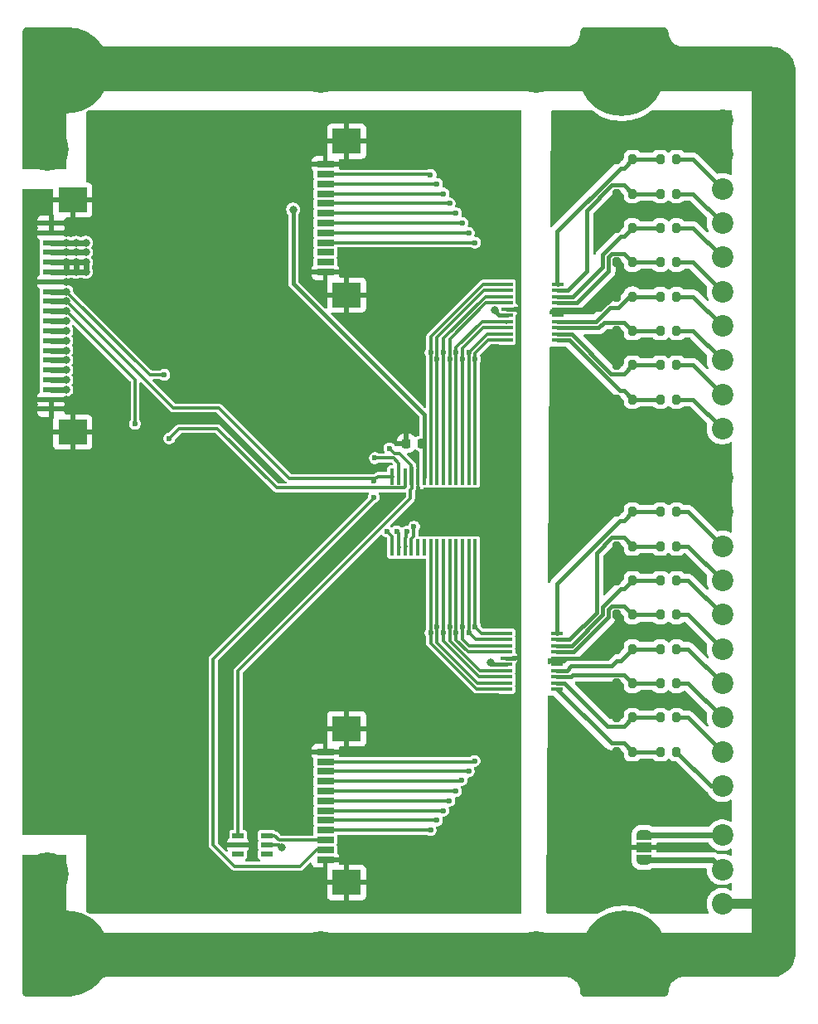
<source format=gbr>
%TF.GenerationSoftware,KiCad,Pcbnew,9.0.6*%
%TF.CreationDate,2025-12-01T21:17:04+03:00*%
%TF.ProjectId,PMCNV-DIx16,504d434e-562d-4444-9978-31362e6b6963,rev?*%
%TF.SameCoordinates,Original*%
%TF.FileFunction,Copper,L1,Top*%
%TF.FilePolarity,Positive*%
%FSLAX46Y46*%
G04 Gerber Fmt 4.6, Leading zero omitted, Abs format (unit mm)*
G04 Created by KiCad (PCBNEW 9.0.6) date 2025-12-01 21:17:04*
%MOMM*%
%LPD*%
G01*
G04 APERTURE LIST*
G04 Aperture macros list*
%AMRoundRect*
0 Rectangle with rounded corners*
0 $1 Rounding radius*
0 $2 $3 $4 $5 $6 $7 $8 $9 X,Y pos of 4 corners*
0 Add a 4 corners polygon primitive as box body*
4,1,4,$2,$3,$4,$5,$6,$7,$8,$9,$2,$3,0*
0 Add four circle primitives for the rounded corners*
1,1,$1+$1,$2,$3*
1,1,$1+$1,$4,$5*
1,1,$1+$1,$6,$7*
1,1,$1+$1,$8,$9*
0 Add four rect primitives between the rounded corners*
20,1,$1+$1,$2,$3,$4,$5,0*
20,1,$1+$1,$4,$5,$6,$7,0*
20,1,$1+$1,$6,$7,$8,$9,0*
20,1,$1+$1,$8,$9,$2,$3,0*%
%AMFreePoly0*
4,1,23,0.550000,-0.750000,0.000000,-0.750000,0.000000,-0.745722,-0.065263,-0.745722,-0.191342,-0.711940,-0.304381,-0.646677,-0.396677,-0.554381,-0.461940,-0.441342,-0.495722,-0.315263,-0.495722,-0.250000,-0.500000,-0.250000,-0.500000,0.250000,-0.495722,0.250000,-0.495722,0.315263,-0.461940,0.441342,-0.396677,0.554381,-0.304381,0.646677,-0.191342,0.711940,-0.065263,0.745722,0.000000,0.745722,
0.000000,0.750000,0.550000,0.750000,0.550000,-0.750000,0.550000,-0.750000,$1*%
%AMFreePoly1*
4,1,23,0.000000,0.745722,0.065263,0.745722,0.191342,0.711940,0.304381,0.646677,0.396677,0.554381,0.461940,0.441342,0.495722,0.315263,0.495722,0.250000,0.500000,0.250000,0.500000,-0.250000,0.495722,-0.250000,0.495722,-0.315263,0.461940,-0.441342,0.396677,-0.554381,0.304381,-0.646677,0.191342,-0.711940,0.065263,-0.745722,0.000000,-0.745722,0.000000,-0.750000,-0.550000,-0.750000,
-0.550000,0.750000,0.000000,0.750000,0.000000,0.745722,0.000000,0.745722,$1*%
G04 Aperture macros list end*
%TA.AperFunction,ComponentPad*%
%ADD10C,2.200000*%
%TD*%
%TA.AperFunction,ComponentPad*%
%ADD11C,0.700000*%
%TD*%
%TA.AperFunction,ComponentPad*%
%ADD12C,4.400000*%
%TD*%
%TA.AperFunction,ComponentPad*%
%ADD13C,0.900000*%
%TD*%
%TA.AperFunction,ComponentPad*%
%ADD14C,8.600000*%
%TD*%
%TA.AperFunction,SMDPad,CuDef*%
%ADD15RoundRect,0.200000X-0.200000X-0.275000X0.200000X-0.275000X0.200000X0.275000X-0.200000X0.275000X0*%
%TD*%
%TA.AperFunction,SMDPad,CuDef*%
%ADD16R,1.181100X0.558800*%
%TD*%
%TA.AperFunction,SMDPad,CuDef*%
%ADD17R,1.200000X0.400000*%
%TD*%
%TA.AperFunction,SMDPad,CuDef*%
%ADD18RoundRect,0.225000X0.225000X0.250000X-0.225000X0.250000X-0.225000X-0.250000X0.225000X-0.250000X0*%
%TD*%
%TA.AperFunction,SMDPad,CuDef*%
%ADD19R,0.431800X1.655601*%
%TD*%
%TA.AperFunction,SMDPad,CuDef*%
%ADD20R,1.803400X0.635000*%
%TD*%
%TA.AperFunction,SMDPad,CuDef*%
%ADD21R,2.997200X2.590800*%
%TD*%
%TA.AperFunction,SMDPad,CuDef*%
%ADD22R,1.800000X0.600000*%
%TD*%
%TA.AperFunction,SMDPad,CuDef*%
%ADD23R,3.000000X2.600000*%
%TD*%
%TA.AperFunction,SMDPad,CuDef*%
%ADD24FreePoly0,90.000000*%
%TD*%
%TA.AperFunction,SMDPad,CuDef*%
%ADD25R,1.500000X1.000000*%
%TD*%
%TA.AperFunction,SMDPad,CuDef*%
%ADD26FreePoly1,90.000000*%
%TD*%
%TA.AperFunction,ViaPad*%
%ADD27C,0.600000*%
%TD*%
%TA.AperFunction,ViaPad*%
%ADD28C,0.800000*%
%TD*%
%TA.AperFunction,Conductor*%
%ADD29C,0.600000*%
%TD*%
%TA.AperFunction,Conductor*%
%ADD30C,0.400000*%
%TD*%
%TA.AperFunction,Conductor*%
%ADD31C,1.000000*%
%TD*%
%TA.AperFunction,Conductor*%
%ADD32C,0.300000*%
%TD*%
%TA.AperFunction,Conductor*%
%ADD33C,0.200000*%
%TD*%
G04 APERTURE END LIST*
D10*
%TO.P,J6,1,Pin_1*%
%TO.N,PE*%
X32000000Y-40000000D03*
%TO.P,J6,2,Pin_2*%
%TO.N,GND_CNV*%
X32000000Y-36500000D03*
%TO.P,J6,3,Pin_3*%
%TO.N,L+_CNV*%
X32000000Y-33000000D03*
%TD*%
D11*
%TO.P,SP1,PE,PE*%
%TO.N,PE*%
X11350000Y45000000D03*
X11350000Y-45000000D03*
X11833274Y46166726D03*
X11833274Y43833274D03*
X11833274Y-43833274D03*
X11833274Y-46166726D03*
X13000000Y46650000D03*
D12*
X13000000Y45000000D03*
D11*
X13000000Y43350000D03*
X13000000Y-43350000D03*
D12*
X13000000Y-45000000D03*
D11*
X13000000Y-46650000D03*
X14166726Y46166726D03*
X14166726Y43833274D03*
X14166726Y-43833274D03*
X14166726Y-46166726D03*
X14650000Y45000000D03*
X14650000Y-45000000D03*
X35350000Y45000000D03*
X35350000Y-45000000D03*
X35833274Y46166726D03*
X35833274Y43833274D03*
X35833274Y-43833274D03*
X35833274Y-46166726D03*
X37000000Y46650000D03*
D12*
X37000000Y45000000D03*
D11*
X37000000Y43350000D03*
X37000000Y-43350000D03*
D12*
X37000000Y-45000000D03*
D11*
X37000000Y-46650000D03*
X38166726Y46166726D03*
X38166726Y43833274D03*
X38166726Y-43833274D03*
X38166726Y-46166726D03*
X38650000Y45000000D03*
X38650000Y-45000000D03*
%TD*%
%TO.P,U2,PE,PE*%
%TO.N,PE*%
X-38650000Y37000000D03*
X-38650000Y-37000000D03*
X-38166726Y38166726D03*
X-38166726Y35833274D03*
X-38166726Y-35833274D03*
X-38166726Y-38166726D03*
X-37000000Y38650000D03*
D12*
X-37000000Y37000000D03*
D11*
X-37000000Y35350000D03*
X-37000000Y-35350000D03*
D12*
X-37000000Y-37000000D03*
D11*
X-37000000Y-38650000D03*
X-35833274Y38166726D03*
X-35833274Y35833274D03*
X-35833274Y-35833274D03*
X-35833274Y-38166726D03*
X-35350000Y37000000D03*
X-35350000Y-37000000D03*
X-10650000Y45000000D03*
X-10650000Y-45000000D03*
X-10166726Y46166726D03*
X-10166726Y43833274D03*
X-10166726Y-43833274D03*
X-10166726Y-46166726D03*
X-9000000Y46650000D03*
D12*
X-9000000Y45000000D03*
D11*
X-9000000Y43350000D03*
X-9000000Y-43350000D03*
D12*
X-9000000Y-45000000D03*
D11*
X-9000000Y-46650000D03*
X-7833274Y46166726D03*
X-7833274Y43833274D03*
X-7833274Y-43833274D03*
X-7833274Y-46166726D03*
X-7350000Y45000000D03*
X-7350000Y-45000000D03*
%TD*%
D13*
%TO.P,H4,1,1*%
%TO.N,PE*%
X-38225000Y-45000000D03*
X-37280419Y-42719581D03*
X-37280419Y-47280419D03*
X-35000000Y-41775000D03*
D14*
X-35000000Y-45000000D03*
D13*
X-35000000Y-48225000D03*
X-32719581Y-42719581D03*
X-32719581Y-47280419D03*
X-31775000Y-45000000D03*
%TD*%
%TO.P,H3,1,1*%
%TO.N,PE*%
X18775000Y-45000000D03*
X19719581Y-42719581D03*
X19719581Y-47280419D03*
X22000000Y-41775000D03*
D14*
X22000000Y-45000000D03*
D13*
X22000000Y-48225000D03*
X24280419Y-42719581D03*
X24280419Y-47280419D03*
X25225000Y-45000000D03*
%TD*%
%TO.P,H2,1,1*%
%TO.N,PE*%
X18494581Y44719581D03*
X19439162Y47000000D03*
X19439162Y42439162D03*
X21719581Y47944581D03*
D14*
X21719581Y44719581D03*
D13*
X21719581Y41494581D03*
X24000000Y47000000D03*
X24000000Y42439162D03*
X24944581Y44719581D03*
%TD*%
%TO.P,H1,1,1*%
%TO.N,PE*%
X-38225000Y45000000D03*
X-37280419Y47280419D03*
X-37280419Y42719581D03*
X-35000000Y48225000D03*
D14*
X-35000000Y45000000D03*
D13*
X-35000000Y41775000D03*
X-32719581Y47280419D03*
X-32719581Y42719581D03*
X-31775000Y45000000D03*
%TD*%
D15*
%TO.P,R31,1*%
%TO.N,/b.6_div*%
X25675000Y-21000000D03*
%TO.P,R31,2*%
%TO.N,/b.6_in*%
X27325000Y-21000000D03*
%TD*%
D16*
%TO.P,U4,1,1A*%
%TO.N,/CS_MCU*%
X-17466850Y-33049999D03*
%TO.P,U4,2,GND*%
%TO.N,GND_MCU*%
X-17466850Y-34000000D03*
%TO.P,U4,3,2A*%
%TO.N,unconnected-(U4-2A-Pad3)*%
X-17466850Y-34950001D03*
%TO.P,U4,4,2Y*%
%TO.N,unconnected-(U4-2Y-Pad4)*%
X-14533150Y-34950001D03*
%TO.P,U4,5,VCC*%
%TO.N,+3.3V_MCU*%
X-14533150Y-34000000D03*
%TO.P,U4,6,1Y*%
%TO.N,/CS_LED*%
X-14533150Y-33049999D03*
%TD*%
D15*
%TO.P,R16,1*%
%TO.N,/a.7_div*%
X25675000Y11500000D03*
%TO.P,R16,2*%
%TO.N,/a.7_in*%
X27325000Y11500000D03*
%TD*%
%TO.P,R13,1*%
%TO.N,/COM_CNV*%
X21175000Y15000000D03*
%TO.P,R13,2*%
%TO.N,/a.6_div*%
X22825000Y15000000D03*
%TD*%
%TO.P,R18,1*%
%TO.N,/COM_CNV*%
X21175000Y-3500000D03*
%TO.P,R18,2*%
%TO.N,/b.1_div*%
X22825000Y-3500000D03*
%TD*%
%TO.P,R28,1*%
%TO.N,/b.3_div*%
X25675000Y-10500000D03*
%TO.P,R28,2*%
%TO.N,/b.3_in*%
X27325000Y-10500000D03*
%TD*%
D17*
%TO.P,U5,1,A1*%
%TO.N,/a.7_div*%
X15200000Y17550000D03*
%TO.P,U5,2,A2*%
%TO.N,/a.6_div*%
X15200000Y18185000D03*
%TO.P,U5,3,A3*%
%TO.N,/a.5_div*%
X15200000Y18820000D03*
%TO.P,U5,4,A4*%
%TO.N,/a.4_div*%
X15200000Y19455000D03*
%TO.P,U5,5,COM*%
%TO.N,/COM_CNV*%
X15200000Y20090000D03*
%TO.P,U5,6,COM*%
X15200000Y20725000D03*
%TO.P,U5,7,A5*%
%TO.N,/a.3_div*%
X15200000Y21360000D03*
%TO.P,U5,8,A6*%
%TO.N,/a.2_div*%
X15200000Y21995000D03*
%TO.P,U5,9,A7*%
%TO.N,/a.1_div*%
X15200000Y22630000D03*
%TO.P,U5,10,A8*%
%TO.N,/a.0_div*%
X15200000Y23265000D03*
%TO.P,U5,11,B8*%
%TO.N,/a.0*%
X10000000Y23265000D03*
%TO.P,U5,12,B7*%
%TO.N,/a.1*%
X10000000Y22630000D03*
%TO.P,U5,13,B6*%
%TO.N,/a.2*%
X10000000Y21995000D03*
%TO.P,U5,14,B5*%
%TO.N,/a.3*%
X10000000Y21360000D03*
%TO.P,U5,15,GND*%
%TO.N,GND_MCU*%
X10000000Y20725000D03*
%TO.P,U5,16,VDD*%
%TO.N,+3.3V_MCU*%
X10000000Y20090000D03*
%TO.P,U5,17,B4*%
%TO.N,/a.4*%
X10000000Y19455000D03*
%TO.P,U5,18,B3*%
%TO.N,/a.5*%
X10000000Y18820000D03*
%TO.P,U5,19,B2*%
%TO.N,/a.6*%
X10000000Y18185000D03*
%TO.P,U5,20,B1*%
%TO.N,/a.7*%
X10000000Y17550000D03*
%TD*%
D15*
%TO.P,R4,1*%
%TO.N,/a.1_div*%
X25675000Y32500000D03*
%TO.P,R4,2*%
%TO.N,/a.1_in*%
X27325000Y32500000D03*
%TD*%
%TO.P,R24,1*%
%TO.N,/COM_CNV*%
X21175000Y-24500000D03*
%TO.P,R24,2*%
%TO.N,/b.7_div*%
X22825000Y-24500000D03*
%TD*%
%TO.P,R23,1*%
%TO.N,/COM_CNV*%
X21175000Y-21000000D03*
%TO.P,R23,2*%
%TO.N,/b.6_div*%
X22825000Y-21000000D03*
%TD*%
%TO.P,R11,1*%
%TO.N,/COM_CNV*%
X21175000Y18500000D03*
%TO.P,R11,2*%
%TO.N,/a.5_div*%
X22825000Y18500000D03*
%TD*%
%TO.P,R2,1*%
%TO.N,/a.0_div*%
X25675000Y36000000D03*
%TO.P,R2,2*%
%TO.N,/a.0_in*%
X27325000Y36000000D03*
%TD*%
D18*
%TO.P,C1,1*%
%TO.N,+3.3V_MCU*%
X1275000Y7000000D03*
%TO.P,C1,2*%
%TO.N,GND_MCU*%
X-275000Y7000000D03*
%TD*%
D15*
%TO.P,R20,1*%
%TO.N,/COM_CNV*%
X21175000Y-10500000D03*
%TO.P,R20,2*%
%TO.N,/b.3_div*%
X22825000Y-10500000D03*
%TD*%
D19*
%TO.P,U1,1,GPB0*%
%TO.N,/a.7*%
X6745000Y3627801D03*
%TO.P,U1,2,GPB1*%
%TO.N,/a.6*%
X6094999Y3627801D03*
%TO.P,U1,3,GPB2*%
%TO.N,/a.5*%
X5445000Y3627801D03*
%TO.P,U1,4,GPB3*%
%TO.N,/a.4*%
X4794999Y3627801D03*
%TO.P,U1,5,GPB4*%
%TO.N,/a.3*%
X4145001Y3627801D03*
%TO.P,U1,6,GPB5*%
%TO.N,/a.2*%
X3494999Y3627801D03*
%TO.P,U1,7,GPB6*%
%TO.N,/a.1*%
X2845001Y3627801D03*
%TO.P,U1,8,GPB7*%
%TO.N,/a.0*%
X2195002Y3627801D03*
%TO.P,U1,9,VDD*%
%TO.N,+3.3V_MCU*%
X1545001Y3627801D03*
%TO.P,U1,10,VSS*%
%TO.N,GND_MCU*%
X895002Y3627801D03*
%TO.P,U1,11,~{CS}*%
%TO.N,/CS_MCU*%
X245001Y3627801D03*
%TO.P,U1,12,SCK*%
%TO.N,Net-(JP9-C)*%
X-404998Y3627801D03*
%TO.P,U1,13,SI*%
%TO.N,Net-(JP8-C)*%
X-1054999Y3627801D03*
%TO.P,U1,14,SO*%
%TO.N,/MISO_MCU*%
X-1704998Y3627801D03*
%TO.P,U1,15,A0*%
%TO.N,/A0*%
X-1705000Y-3627801D03*
%TO.P,U1,16,A1*%
%TO.N,/A1*%
X-1054999Y-3627801D03*
%TO.P,U1,17,A2*%
%TO.N,/A2*%
X-405000Y-3627801D03*
%TO.P,U1,18,~{RESET}*%
%TO.N,/RST*%
X245001Y-3627801D03*
%TO.P,U1,19,INTB*%
%TO.N,unconnected-(U1-INTB-Pad19)*%
X894999Y-3627801D03*
%TO.P,U1,20,INTA*%
%TO.N,unconnected-(U1-INTA-Pad20)*%
X1545001Y-3627801D03*
%TO.P,U1,21,GPA0*%
%TO.N,/b.7*%
X2194999Y-3627801D03*
%TO.P,U1,22,GPA1*%
%TO.N,/b.6*%
X2845001Y-3627801D03*
%TO.P,U1,23,GPA2*%
%TO.N,/b.5*%
X3494999Y-3627801D03*
%TO.P,U1,24,GPA3*%
%TO.N,/b.4*%
X4145001Y-3627801D03*
%TO.P,U1,25,GPA4*%
%TO.N,/b.3*%
X4794999Y-3627801D03*
%TO.P,U1,26,GPA5*%
%TO.N,/b.2*%
X5445000Y-3627801D03*
%TO.P,U1,27,GPA6*%
%TO.N,/b.1*%
X6094999Y-3627801D03*
%TO.P,U1,28,GPA7*%
%TO.N,/b.0*%
X6745000Y-3627801D03*
%TD*%
D15*
%TO.P,R5,1*%
%TO.N,/COM_CNV*%
X21175000Y29000000D03*
%TO.P,R5,2*%
%TO.N,/a.2_div*%
X22825000Y29000000D03*
%TD*%
D20*
%TO.P,J12,1,Pin_1*%
%TO.N,GND_MCU*%
X-8556000Y24500008D03*
%TO.P,J12,2,Pin_2*%
%TO.N,unconnected-(J12-Pin_2-Pad2)*%
X-8556000Y25500006D03*
%TO.P,J12,3,Pin_3*%
%TO.N,unconnected-(J12-Pin_3-Pad3)*%
X-8556000Y26500004D03*
%TO.P,J12,4,Pin_4*%
%TO.N,/a.7*%
X-8556000Y27500002D03*
%TO.P,J12,5,Pin_5*%
%TO.N,/a.6*%
X-8556000Y28500000D03*
%TO.P,J12,6,Pin_6*%
%TO.N,/a.5*%
X-8556000Y29500000D03*
%TO.P,J12,7,Pin_7*%
%TO.N,/a.4*%
X-8556000Y30500000D03*
%TO.P,J12,8,Pin_8*%
%TO.N,/a.3*%
X-8556000Y31500000D03*
%TO.P,J12,9,Pin_9*%
%TO.N,/a.2*%
X-8556000Y32499998D03*
%TO.P,J12,10,Pin_10*%
%TO.N,/a.1*%
X-8556000Y33499996D03*
%TO.P,J12,11,Pin_11*%
%TO.N,/a.0*%
X-8556000Y34499994D03*
%TO.P,J12,12,Pin_11*%
%TO.N,GND_MCU*%
X-8556000Y35499992D03*
D21*
%TO.P,J12,13,Pin_11*%
X-6385999Y22149997D03*
X-6385999Y37850003D03*
%TD*%
D15*
%TO.P,R3,1*%
%TO.N,/COM_CNV*%
X21175000Y32500000D03*
%TO.P,R3,2*%
%TO.N,/a.1_div*%
X22825000Y32500000D03*
%TD*%
%TO.P,R26,1*%
%TO.N,/b.1_div*%
X25675000Y-3500000D03*
%TO.P,R26,2*%
%TO.N,/b.1_in*%
X27325000Y-3500000D03*
%TD*%
%TO.P,R7,1*%
%TO.N,/COM_CNV*%
X21175000Y25500000D03*
%TO.P,R7,2*%
%TO.N,/a.3_div*%
X22825000Y25500000D03*
%TD*%
%TO.P,R17,1*%
%TO.N,/COM_CNV*%
X21175000Y0D03*
%TO.P,R17,2*%
%TO.N,/b.0_div*%
X22825000Y0D03*
%TD*%
%TO.P,R32,1*%
%TO.N,/b.7_div*%
X25675000Y-24500000D03*
%TO.P,R32,2*%
%TO.N,/b.7_in*%
X27325000Y-24500000D03*
%TD*%
D22*
%TO.P,JM1,1,Pin_1*%
%TO.N,GND_MCU*%
X-36546000Y10500000D03*
%TO.P,JM1,2,Pin_2*%
X-36546000Y11500000D03*
%TO.P,JM1,3,Pin_3*%
%TO.N,/SCL_MCU*%
X-36546000Y12500000D03*
%TO.P,JM1,4,Pin_4*%
%TO.N,/SDA_MCU*%
X-36546000Y13500000D03*
%TO.P,JM1,5,Pin_5*%
%TO.N,Net-(JM1-Pin_5)*%
X-36546000Y14500000D03*
%TO.P,JM1,6,Pin_6*%
%TO.N,/RST*%
X-36546000Y15500000D03*
%TO.P,JM1,7,Pin_7*%
%TO.N,/CS3_MCU*%
X-36546000Y16500000D03*
%TO.P,JM1,8,Pin_8*%
%TO.N,/CS2_MCU*%
X-36546000Y17500000D03*
%TO.P,JM1,9,Pin_9*%
%TO.N,/CS1_MCU*%
X-36546000Y18500000D03*
%TO.P,JM1,10,Pin_10*%
%TO.N,/CS0_MCU*%
X-36546000Y19500000D03*
%TO.P,JM1,11,Pin_11*%
%TO.N,/SCK_MCU*%
X-36546000Y20500000D03*
%TO.P,JM1,12,Pin_11*%
%TO.N,/MISO_MCU*%
X-36546000Y21500000D03*
%TO.P,JM1,13,Pin_11*%
%TO.N,/MOSI_MCU*%
X-36546000Y22500000D03*
%TO.P,JM1,14,Pin_11*%
%TO.N,GND_MCU*%
X-36546000Y23500000D03*
%TO.P,JM1,15,Pin_11*%
%TO.N,+3.3V_MCU*%
X-36546000Y24500000D03*
%TO.P,JM1,16,Pin_11*%
X-36546000Y25500000D03*
%TO.P,JM1,17,Pin_11*%
%TO.N,+5V_MCU*%
X-36546000Y26500000D03*
%TO.P,JM1,18,Pin_11*%
X-36546000Y27500000D03*
%TO.P,JM1,19,Pin_11*%
%TO.N,GND_MCU*%
X-36546000Y28500000D03*
%TO.P,JM1,20,Pin_11*%
X-36546000Y29500000D03*
D23*
%TO.P,JM1,MP1,Pin_11*%
X-34375000Y8150000D03*
%TO.P,JM1,MP2,Pin_11*%
X-34375000Y31850000D03*
%TD*%
D15*
%TO.P,R8,1*%
%TO.N,/a.3_div*%
X25675000Y25500000D03*
%TO.P,R8,2*%
%TO.N,/a.3_in*%
X27325000Y25500000D03*
%TD*%
%TO.P,R30,1*%
%TO.N,/b.5_div*%
X25675000Y-17500000D03*
%TO.P,R30,2*%
%TO.N,/b.5_in*%
X27325000Y-17500000D03*
%TD*%
%TO.P,R6,1*%
%TO.N,/a.2_div*%
X25675000Y29000000D03*
%TO.P,R6,2*%
%TO.N,/a.2_in*%
X27325000Y29000000D03*
%TD*%
%TO.P,R1,1*%
%TO.N,/COM_CNV*%
X21175000Y36000000D03*
%TO.P,R1,2*%
%TO.N,/a.0_div*%
X22825000Y36000000D03*
%TD*%
%TO.P,R22,1*%
%TO.N,/COM_CNV*%
X21175000Y-17500000D03*
%TO.P,R22,2*%
%TO.N,/b.5_div*%
X22825000Y-17500000D03*
%TD*%
D20*
%TO.P,J2,1,Pin_1*%
%TO.N,GND_MCU*%
X-8556000Y-35499992D03*
%TO.P,J2,2,Pin_2*%
%TO.N,/MISO_MCU*%
X-8556000Y-34499994D03*
%TO.P,J2,3,Pin_3*%
%TO.N,/CS_LED*%
X-8556000Y-33499996D03*
%TO.P,J2,4,Pin_4*%
%TO.N,/b.7*%
X-8556000Y-32499998D03*
%TO.P,J2,5,Pin_5*%
%TO.N,/b.6*%
X-8556000Y-31500000D03*
%TO.P,J2,6,Pin_6*%
%TO.N,/b.5*%
X-8556000Y-30500000D03*
%TO.P,J2,7,Pin_7*%
%TO.N,/b.4*%
X-8556000Y-29500000D03*
%TO.P,J2,8,Pin_8*%
%TO.N,/b.3*%
X-8556000Y-28500000D03*
%TO.P,J2,9,Pin_9*%
%TO.N,/b.2*%
X-8556000Y-27500002D03*
%TO.P,J2,10,Pin_10*%
%TO.N,/b.1*%
X-8556000Y-26500004D03*
%TO.P,J2,11,Pin_11*%
%TO.N,/b.0*%
X-8556000Y-25500006D03*
%TO.P,J2,12,Pin_11*%
%TO.N,GND_MCU*%
X-8556000Y-24500008D03*
D21*
%TO.P,J2,13,Pin_11*%
X-6385999Y-37850003D03*
X-6385999Y-22149997D03*
%TD*%
D15*
%TO.P,R10,1*%
%TO.N,/a.4_div*%
X25675000Y22000000D03*
%TO.P,R10,2*%
%TO.N,/a.4_in*%
X27325000Y22000000D03*
%TD*%
%TO.P,R14,1*%
%TO.N,/a.6_div*%
X25675000Y15000000D03*
%TO.P,R14,2*%
%TO.N,/a.6_in*%
X27325000Y15000000D03*
%TD*%
D17*
%TO.P,U3,1,A1*%
%TO.N,/b.7_div*%
X15140000Y-18097500D03*
%TO.P,U3,2,A2*%
%TO.N,/b.6_div*%
X15140000Y-17462500D03*
%TO.P,U3,3,A3*%
%TO.N,/b.5_div*%
X15140000Y-16827500D03*
%TO.P,U3,4,A4*%
%TO.N,/b.4_div*%
X15140000Y-16192500D03*
%TO.P,U3,5,COM*%
%TO.N,/COM_CNV*%
X15140000Y-15557500D03*
%TO.P,U3,6,COM*%
X15140000Y-14922500D03*
%TO.P,U3,7,A5*%
%TO.N,/b.3_div*%
X15140000Y-14287500D03*
%TO.P,U3,8,A6*%
%TO.N,/b.2_div*%
X15140000Y-13652500D03*
%TO.P,U3,9,A7*%
%TO.N,/b.1_div*%
X15140000Y-13017500D03*
%TO.P,U3,10,A8*%
%TO.N,/b.0_div*%
X15140000Y-12382500D03*
%TO.P,U3,11,B8*%
%TO.N,/b.0*%
X9940000Y-12382500D03*
%TO.P,U3,12,B7*%
%TO.N,/b.1*%
X9940000Y-13017500D03*
%TO.P,U3,13,B6*%
%TO.N,/b.2*%
X9940000Y-13652500D03*
%TO.P,U3,14,B5*%
%TO.N,/b.3*%
X9940000Y-14287500D03*
%TO.P,U3,15,GND*%
%TO.N,GND_MCU*%
X9940000Y-14922500D03*
%TO.P,U3,16,VDD*%
%TO.N,+3.3V_MCU*%
X9940000Y-15557500D03*
%TO.P,U3,17,B4*%
%TO.N,/b.4*%
X9940000Y-16192500D03*
%TO.P,U3,18,B3*%
%TO.N,/b.5*%
X9940000Y-16827500D03*
%TO.P,U3,19,B2*%
%TO.N,/b.6*%
X9940000Y-17462500D03*
%TO.P,U3,20,B1*%
%TO.N,/b.7*%
X9940000Y-18097500D03*
%TD*%
D24*
%TO.P,JP10,1,A*%
%TO.N,GND_CNV*%
X24000000Y-35550000D03*
D25*
%TO.P,JP10,2,C*%
%TO.N,/COM_CNV*%
X24000000Y-34250000D03*
D26*
%TO.P,JP10,3,B*%
%TO.N,L+_CNV*%
X24000000Y-32950000D03*
%TD*%
D15*
%TO.P,R12,1*%
%TO.N,/a.5_div*%
X25675000Y18500000D03*
%TO.P,R12,2*%
%TO.N,/a.5_in*%
X27325000Y18500000D03*
%TD*%
%TO.P,R9,1*%
%TO.N,/COM_CNV*%
X21175000Y22000000D03*
%TO.P,R9,2*%
%TO.N,/a.4_div*%
X22825000Y22000000D03*
%TD*%
%TO.P,R19,1*%
%TO.N,/COM_CNV*%
X21175000Y-7000000D03*
%TO.P,R19,2*%
%TO.N,/b.2_div*%
X22825000Y-7000000D03*
%TD*%
D10*
%TO.P,J4,1,Pin_1*%
%TO.N,/b.7_in*%
X32000000Y-28000000D03*
%TO.P,J4,2,Pin_2*%
%TO.N,/b.6_in*%
X32000000Y-24500000D03*
%TO.P,J4,3,Pin_3*%
%TO.N,/b.5_in*%
X32000000Y-21000000D03*
%TO.P,J4,4,Pin_4*%
%TO.N,/b.4_in*%
X32000000Y-17500000D03*
%TO.P,J4,5,Pin_5*%
%TO.N,/b.3_in*%
X32000000Y-14000000D03*
%TO.P,J4,6,Pin_6*%
%TO.N,/b.2_in*%
X32000000Y-10500000D03*
%TO.P,J4,7,Pin_7*%
%TO.N,/b.1_in*%
X32000000Y-7000000D03*
%TO.P,J4,8,Pin_8*%
%TO.N,/b.0_in*%
X32000000Y-3500000D03*
%TO.P,J4,9,Pin_9*%
%TO.N,/COM_CNV*%
X32000000Y0D03*
%TO.P,J4,10,Pin_10*%
X32000000Y3500000D03*
%TD*%
D15*
%TO.P,R27,1*%
%TO.N,/b.2_div*%
X25675000Y-7000000D03*
%TO.P,R27,2*%
%TO.N,/b.2_in*%
X27325000Y-7000000D03*
%TD*%
%TO.P,R25,1*%
%TO.N,/b.0_div*%
X25675000Y0D03*
%TO.P,R25,2*%
%TO.N,/b.0_in*%
X27325000Y0D03*
%TD*%
%TO.P,R21,1*%
%TO.N,/COM_CNV*%
X21175000Y-14000000D03*
%TO.P,R21,2*%
%TO.N,/b.4_div*%
X22825000Y-14000000D03*
%TD*%
D10*
%TO.P,J3,1,Pin_1*%
%TO.N,/a.7_in*%
X32000000Y8500000D03*
%TO.P,J3,2,Pin_2*%
%TO.N,/a.6_in*%
X32000000Y12000000D03*
%TO.P,J3,3,Pin_3*%
%TO.N,/a.5_in*%
X32000000Y15500000D03*
%TO.P,J3,4,Pin_4*%
%TO.N,/a.4_in*%
X32000000Y19000000D03*
%TO.P,J3,5,Pin_5*%
%TO.N,/a.3_in*%
X32000000Y22500000D03*
%TO.P,J3,6,Pin_6*%
%TO.N,/a.2_in*%
X32000000Y26000000D03*
%TO.P,J3,7,Pin_7*%
%TO.N,/a.1_in*%
X32000000Y29500000D03*
%TO.P,J3,8,Pin_8*%
%TO.N,/a.0_in*%
X32000000Y33000000D03*
%TO.P,J3,9,Pin_9*%
%TO.N,/COM_CNV*%
X32000000Y36500000D03*
%TO.P,J3,10,Pin_10*%
X32000000Y40000000D03*
%TD*%
D15*
%TO.P,R29,1*%
%TO.N,/b.4_div*%
X25675000Y-14000000D03*
%TO.P,R29,2*%
%TO.N,/b.4_in*%
X27325000Y-14000000D03*
%TD*%
%TO.P,R15,1*%
%TO.N,/COM_CNV*%
X21175000Y11500000D03*
%TO.P,R15,2*%
%TO.N,/a.7_div*%
X22825000Y11500000D03*
%TD*%
D27*
%TO.N,/COM_CNV*%
X24250000Y30750000D03*
X24250000Y23750000D03*
X24250000Y16750000D03*
X16000000Y-31000000D03*
X16000000Y-33000000D03*
X18000000Y-33000000D03*
X18000000Y-31000000D03*
X17000000Y-32000000D03*
X20250000Y-20250000D03*
X24250000Y-19250000D03*
X20250000Y-14000000D03*
X24250000Y-12250000D03*
X24250000Y-5250000D03*
X20250000Y-7000000D03*
X20000000Y16750000D03*
X20000000Y22000000D03*
X20000000Y29000000D03*
%TO.N,/CS_MCU*%
X-2000000Y6500000D03*
D28*
%TO.N,GND_MCU*%
X4000000Y-1000000D03*
D27*
X-31500000Y38500000D03*
D28*
X5000000Y0D03*
D27*
X-31500000Y40000000D03*
D28*
X-35000000Y23500000D03*
X-35000000Y6000000D03*
X-35000000Y10500000D03*
D27*
X-30000000Y40000000D03*
X10950000Y20700000D03*
X-29600000Y-4000000D03*
D28*
X-32000000Y33000000D03*
X6000000Y1000000D03*
X-3000000Y-23000000D03*
D27*
X-29600000Y-6400000D03*
X10786526Y-14922499D03*
D28*
X6000000Y-1000000D03*
X-3000000Y-22000000D03*
X-33000000Y6000000D03*
X-3000000Y-21000000D03*
X4000000Y1000000D03*
X-32000000Y31000000D03*
X-34000000Y6000000D03*
X-36000000Y6000000D03*
X-35000000Y11500000D03*
X-32000000Y32000000D03*
X-35000000Y29500000D03*
D27*
X-30000000Y38500000D03*
D28*
X-35000000Y28500000D03*
%TO.N,/SCK_MCU*%
X-35000000Y20500000D03*
D27*
X-28000000Y9000000D03*
D28*
%TO.N,/CS3_MCU*%
X-35000000Y16500000D03*
D27*
%TO.N,/a.1*%
X2850000Y33499996D03*
X2850000Y15600000D03*
%TO.N,/a.3*%
X4150000Y31500000D03*
X4150000Y15600000D03*
%TO.N,/a.6*%
X6100000Y28500000D03*
X6100000Y16250000D03*
%TO.N,/a.5*%
X5450000Y15600000D03*
X5450000Y29500000D03*
%TO.N,/a.2*%
X3500000Y16250000D03*
X3500000Y32500000D03*
%TO.N,/a.4*%
X4800000Y30500000D03*
X4800000Y16250000D03*
%TO.N,/a.7*%
X6750000Y15600000D03*
X6750000Y27500000D03*
%TO.N,/b.3*%
X4800000Y-28500000D03*
X4800000Y-12350000D03*
%TO.N,/b.6*%
X2850000Y-11700000D03*
X2850000Y-31500000D03*
%TO.N,/b.4*%
X4150000Y-11700000D03*
X4100000Y-29500000D03*
%TO.N,/b.2*%
X5400000Y-27375000D03*
X5450000Y-11700000D03*
%TO.N,/b.5*%
X3500000Y-12350000D03*
X3500000Y-30500000D03*
%TO.N,/b.7*%
X2200000Y-32500000D03*
X2200000Y-12350000D03*
%TO.N,/a.0*%
X2192525Y34442525D03*
X2200000Y16250000D03*
%TO.N,/b.1*%
X6100000Y-12350000D03*
X6100000Y-26500000D03*
%TO.N,/b.0*%
X6700000Y-25425000D03*
X6750000Y-11700000D03*
D28*
%TO.N,/MISO_MCU*%
X-35000000Y21500000D03*
D27*
X-3600000Y1500000D03*
X-3600000Y3200000D03*
D28*
%TO.N,/CS0_MCU*%
X-35000000Y19500000D03*
%TO.N,/CS1_MCU*%
X-35000000Y18500000D03*
%TO.N,/CS2_MCU*%
X-35000000Y17500000D03*
%TO.N,+3.3V_MCU*%
X-35000000Y25500000D03*
X-34000000Y24500000D03*
X8374000Y-15398800D03*
X-33000000Y24500000D03*
X8714355Y20572500D03*
X-34000000Y25500000D03*
X-13000000Y-34249996D03*
X-35000000Y24500000D03*
X-11851500Y30883000D03*
X-33000000Y25500000D03*
D27*
%TO.N,/MOSI_MCU*%
X-25000000Y14000000D03*
D28*
X-35000000Y22500000D03*
%TO.N,+5V_MCU*%
X-35000000Y26500000D03*
X-35000000Y27500000D03*
X-33000000Y27500000D03*
X-33000000Y26500000D03*
X-34000000Y26500000D03*
X-34000000Y27500000D03*
%TO.N,/SDA_MCU*%
X-35000000Y13500000D03*
%TO.N,/SCL_MCU*%
X-35000000Y12500000D03*
D27*
%TO.N,Net-(JP8-C)*%
X-3500000Y5500000D03*
%TO.N,Net-(JP9-C)*%
X-24500000Y7500000D03*
%TO.N,/A0*%
X-2250000Y-2000000D03*
%TO.N,/A1*%
X-1250000Y-2000000D03*
%TO.N,/A2*%
X-250000Y-2016377D03*
D28*
%TO.N,/RST*%
X-35000000Y15500000D03*
D27*
X500000Y-1500000D03*
D28*
%TO.N,Net-(JM1-Pin_5)*%
X-35000000Y14500000D03*
%TD*%
D29*
%TO.N,GND_CNV*%
X24000000Y-35550000D02*
X31050000Y-35550000D01*
X31050000Y-35550000D02*
X32000000Y-36500000D01*
%TO.N,L+_CNV*%
X24000000Y-32950000D02*
X31950000Y-32950000D01*
X31950000Y-32950000D02*
X32000000Y-33000000D01*
D30*
%TO.N,/a.7_in*%
X27325000Y11500000D02*
X29000000Y11500000D01*
X29000000Y11500000D02*
X32000000Y8500000D01*
%TO.N,/a.6_in*%
X27325000Y15000000D02*
X29000000Y15000000D01*
X29000000Y15000000D02*
X32000000Y12000000D01*
%TO.N,/a.5_in*%
X27325000Y18500000D02*
X29000000Y18500000D01*
X29000000Y18500000D02*
X32000000Y15500000D01*
%TO.N,/a.4_in*%
X27325000Y22000000D02*
X29000000Y22000000D01*
X29000000Y22000000D02*
X32000000Y19000000D01*
%TO.N,/a.3_in*%
X27325000Y25500000D02*
X29000000Y25500000D01*
X29000000Y25500000D02*
X32000000Y22500000D01*
%TO.N,/a.2_in*%
X27325000Y29000000D02*
X29000000Y29000000D01*
X29000000Y29000000D02*
X32000000Y26000000D01*
%TO.N,/a.1_in*%
X27325000Y32500000D02*
X29000000Y32500000D01*
X29000000Y32500000D02*
X32000000Y29500000D01*
%TO.N,/a.0_in*%
X27325000Y36000000D02*
X29000000Y36000000D01*
X29000000Y36000000D02*
X32000000Y33000000D01*
%TO.N,/b.0_in*%
X32000000Y-3500000D02*
X28500000Y0D01*
X28500000Y0D02*
X27325000Y0D01*
%TO.N,/b.1_in*%
X32000000Y-7000000D02*
X28500000Y-3500000D01*
X28500000Y-3500000D02*
X27325000Y-3500000D01*
%TO.N,/b.3_in*%
X32000000Y-14000000D02*
X28500000Y-10500000D01*
X28500000Y-10500000D02*
X27325000Y-10500000D01*
%TO.N,/b.2_in*%
X32000000Y-10500000D02*
X28500000Y-7000000D01*
X28500000Y-7000000D02*
X27325000Y-7000000D01*
%TO.N,/b.4_in*%
X32000000Y-17500000D02*
X28500000Y-14000000D01*
X28500000Y-14000000D02*
X27325000Y-14000000D01*
%TO.N,/b.5_in*%
X32000000Y-21000000D02*
X28500000Y-17500000D01*
X28500000Y-17500000D02*
X27325000Y-17500000D01*
%TO.N,/b.6_in*%
X32000000Y-24500000D02*
X28500000Y-21000000D01*
X28500000Y-21000000D02*
X27325000Y-21000000D01*
%TO.N,/b.7_in*%
X32000000Y-28000000D02*
X30825000Y-28000000D01*
X30825000Y-28000000D02*
X27325000Y-24500000D01*
D31*
%TO.N,PE*%
X32000000Y-40000000D02*
X37000000Y-40000000D01*
D32*
%TO.N,/CS_MCU*%
X250001Y2370655D02*
X250001Y4521502D01*
X149000Y2269654D02*
X250001Y2370655D01*
X-17466850Y-16216850D02*
X149000Y1399000D01*
X-17466850Y-33049999D02*
X-17466850Y-16216850D01*
X-2000000Y6500000D02*
X-1500000Y6000000D01*
X149000Y1399000D02*
X149000Y2269654D01*
X-1000000Y6000000D02*
X245001Y4754999D01*
X-1500000Y6000000D02*
X-1000000Y6000000D01*
X245001Y4754999D02*
X245001Y3627801D01*
D30*
%TO.N,GND_MCU*%
X10786525Y-14922500D02*
X10786526Y-14922499D01*
X11000000Y20637501D02*
X10912501Y20725000D01*
X10925000Y20725000D02*
X10950000Y20700000D01*
X10000000Y20725000D02*
X10925000Y20725000D01*
X9940000Y-14922500D02*
X10786525Y-14922500D01*
D32*
%TO.N,/SCK_MCU*%
X-35000000Y20500000D02*
X-28000000Y13500000D01*
D29*
X-36546000Y20500000D02*
X-35000000Y20500000D01*
D32*
X-28000000Y13500000D02*
X-28000000Y9000000D01*
D29*
%TO.N,/CS3_MCU*%
X-36546000Y16500000D02*
X-35000000Y16500000D01*
D32*
%TO.N,/a.1*%
X2850001Y3627801D02*
X2850001Y15599999D01*
X7630000Y22630000D02*
X10000000Y22630000D01*
X2850001Y15599999D02*
X2850000Y15600000D01*
X2850000Y17850000D02*
X7630000Y22630000D01*
X2850000Y33499996D02*
X-8556000Y33499996D01*
X2850000Y15600000D02*
X2850000Y17850000D01*
%TO.N,/a.3*%
X7860000Y21360000D02*
X10000000Y21360000D01*
X4150000Y31500000D02*
X-8556000Y31500000D01*
X4150000Y15600000D02*
X4150001Y15599999D01*
X4150000Y15600000D02*
X4150000Y17650000D01*
X4150000Y17650000D02*
X7860000Y21360000D01*
X4150001Y15599999D02*
X4150001Y3627801D01*
%TO.N,/a.6*%
X6099999Y16249999D02*
X6099999Y3627801D01*
X10000000Y18185000D02*
X8035000Y18185000D01*
X8035000Y18185000D02*
X6100000Y16250000D01*
X6100000Y16250000D02*
X6099999Y16249999D01*
X6100000Y28500000D02*
X-8556000Y28500000D01*
%TO.N,/a.5*%
X5450000Y29500000D02*
X-8556000Y29500000D01*
X5450000Y16700000D02*
X7570000Y18820000D01*
X7570000Y18820000D02*
X10000000Y18820000D01*
X5450000Y15600000D02*
X5450000Y3627801D01*
X5450000Y15600000D02*
X5450000Y16700000D01*
%TO.N,/a.2*%
X3500000Y16250000D02*
X3500000Y15600000D01*
X3499999Y15599999D02*
X3499999Y3627801D01*
X3500000Y15600000D02*
X3499999Y15599999D01*
X3500000Y32500000D02*
X2200000Y32500000D01*
X7786480Y21995000D02*
X10000000Y21995000D01*
X3500000Y17708520D02*
X7786480Y21995000D01*
X2200000Y32500000D02*
X2199998Y32499998D01*
X3500000Y16250000D02*
X3500000Y17708520D01*
X2199998Y32499998D02*
X-8556000Y32499998D01*
%TO.N,/a.4*%
X4800000Y15600000D02*
X4799999Y15599999D01*
X4800000Y16758520D02*
X7496480Y19455000D01*
X4800000Y30500000D02*
X-8556000Y30500000D01*
X4800000Y16250000D02*
X4800000Y15600000D01*
X4799999Y15599999D02*
X4799999Y3627801D01*
X9912500Y19367500D02*
X10000000Y19455000D01*
X7496480Y19455000D02*
X10000000Y19455000D01*
X4800000Y16250000D02*
X4800000Y16758520D01*
%TO.N,/a.7*%
X6549998Y27500002D02*
X-8556000Y27500002D01*
X6750000Y27500000D02*
X6550000Y27500000D01*
X6750000Y16191480D02*
X8108520Y17550000D01*
X6750000Y15600000D02*
X6750000Y3627801D01*
X6550000Y27500000D02*
X6549998Y27500002D01*
X6750000Y15600000D02*
X6750000Y16191480D01*
X8108520Y17550000D02*
X10000000Y17550000D01*
D30*
%TO.N,/a.0_div*%
X22825000Y36000000D02*
X25675000Y36000000D01*
X21950000Y35125000D02*
X21622402Y35125000D01*
X15140000Y28642598D02*
X15140000Y23325000D01*
X15140000Y23325000D02*
X15200000Y23265000D01*
X22825000Y36000000D02*
X21950000Y35125000D01*
X21622402Y35125000D02*
X15140000Y28642598D01*
%TO.N,/a.1_div*%
X18128000Y30782070D02*
X18128000Y24565500D01*
X22825000Y32500000D02*
X25675000Y32500000D01*
X22825000Y32500000D02*
X21950000Y33375000D01*
X20720930Y33375000D02*
X18128000Y30782070D01*
X21950000Y33375000D02*
X20720930Y33375000D01*
X16192500Y22630000D02*
X15200000Y22630000D01*
X18128000Y24565500D02*
X16192500Y22630000D01*
%TO.N,/a.3_div*%
X22825000Y25500000D02*
X25675000Y25500000D01*
X17136000Y21360000D02*
X15200000Y21360000D01*
X21950000Y26375000D02*
X20720930Y26375000D01*
X20720930Y26375000D02*
X20375000Y26029070D01*
X22825000Y25500000D02*
X21950000Y26375000D01*
X20375000Y26029070D02*
X20375000Y24599000D01*
X20375000Y24599000D02*
X17136000Y21360000D01*
%TO.N,/a.2_div*%
X19775000Y25015000D02*
X16755000Y21995000D01*
X22825000Y29000000D02*
X21950000Y28125000D01*
X16755000Y21995000D02*
X15200000Y21995000D01*
X21622402Y28125000D02*
X19775000Y26277598D01*
X19775000Y26277598D02*
X19775000Y25015000D01*
X21950000Y28125000D02*
X21622402Y28125000D01*
X22825000Y29000000D02*
X25675000Y29000000D01*
%TO.N,/a.7_div*%
X22825000Y11500000D02*
X21950000Y12375000D01*
X21950000Y12375000D02*
X21552722Y12375000D01*
X21552722Y12375000D02*
X16377722Y17550000D01*
X16377722Y17550000D02*
X15200000Y17550000D01*
X22825000Y11500000D02*
X25675000Y11500000D01*
%TO.N,/a.6_div*%
X22825000Y15000000D02*
X21950000Y14125000D01*
X20651250Y14125000D02*
X16591250Y18185000D01*
X22825000Y15000000D02*
X25675000Y15000000D01*
X21950000Y14125000D02*
X20651250Y14125000D01*
X16591250Y18185000D02*
X15200000Y18185000D01*
%TO.N,/a.4_div*%
X22825000Y22000000D02*
X25675000Y22000000D01*
X22825000Y22000000D02*
X22825000Y22320930D01*
X21332070Y20828000D02*
X20500528Y20828000D01*
X20500528Y20828000D02*
X19127528Y19455000D01*
X19127528Y19455000D02*
X15227500Y19455000D01*
X22825000Y22320930D02*
X21332070Y20828000D01*
%TO.N,/a.5_div*%
X19896056Y19375000D02*
X19341056Y18820000D01*
X22825000Y18500000D02*
X25675000Y18500000D01*
X19341056Y18820000D02*
X15227500Y18820000D01*
X21950000Y19375000D02*
X19896056Y19375000D01*
X22825000Y18500000D02*
X21950000Y19375000D01*
D32*
%TO.N,/b.3*%
X4799999Y-3627801D02*
X4799999Y-12349999D01*
X4800000Y-12350000D02*
X4800000Y-13057785D01*
X4800000Y-28500000D02*
X-8556000Y-28500000D01*
X9939500Y-14288000D02*
X9940000Y-14287500D01*
X6029715Y-14287500D02*
X9940000Y-14287500D01*
X4799999Y-12349999D02*
X4800000Y-12350000D01*
X4800000Y-13057785D02*
X6029715Y-14287500D01*
%TO.N,/b.6*%
X2850000Y-31500000D02*
X-8556000Y-31500000D01*
X2850000Y-13350000D02*
X6962500Y-17462500D01*
X6962500Y-17462500D02*
X9940000Y-17462500D01*
X2850000Y-11050000D02*
X2850001Y-11049999D01*
X9939500Y-17462000D02*
X9940000Y-17462500D01*
X2850001Y-11049999D02*
X2850001Y-3627801D01*
X2850000Y-11700000D02*
X2850000Y-11050000D01*
X2850000Y-11700000D02*
X2850000Y-13350000D01*
%TO.N,/b.4*%
X9939500Y-16192000D02*
X9940000Y-16192500D01*
X7192500Y-16192500D02*
X9940000Y-16192500D01*
X4150000Y-11700000D02*
X4150000Y-11050000D01*
X4150000Y-11700000D02*
X4150000Y-13150000D01*
X4100000Y-29500000D02*
X-8556000Y-29500000D01*
X4150000Y-13150000D02*
X7192500Y-16192500D01*
X4150000Y-11050000D02*
X4150001Y-11049999D01*
X4150001Y-11049999D02*
X4150001Y-3627801D01*
%TO.N,/b.2*%
X5450000Y-11700000D02*
X5450000Y-3627801D01*
X6103235Y-13652500D02*
X9940000Y-13652500D01*
X5375000Y-27375000D02*
X5249998Y-27500002D01*
X5249998Y-27500002D02*
X-8556000Y-27500002D01*
X5450000Y-12999265D02*
X6103235Y-13652500D01*
X5400000Y-27375000D02*
X5375000Y-27375000D01*
X9939500Y-13652000D02*
X9940000Y-13652500D01*
X5450000Y-11700000D02*
X5450000Y-12999265D01*
%TO.N,/b.5*%
X3500000Y-30500000D02*
X-8556000Y-30500000D01*
X7118980Y-16827500D02*
X9940000Y-16827500D01*
X3500000Y-12350000D02*
X3500000Y-13208520D01*
X3500000Y-13208520D02*
X7118980Y-16827500D01*
X3499999Y-12349999D02*
X3500000Y-12350000D01*
X9939500Y-16828000D02*
X9940000Y-16827500D01*
X3499999Y-3627801D02*
X3499999Y-12349999D01*
%TO.N,/b.7*%
X2199999Y-12349999D02*
X2200000Y-12350000D01*
X2199998Y-32499998D02*
X-8556000Y-32499998D01*
X2199999Y-3627801D02*
X2199999Y-12349999D01*
X6888980Y-18097500D02*
X9940000Y-18097500D01*
X2200000Y-13408520D02*
X6888980Y-18097500D01*
X2200000Y-12350000D02*
X2200000Y-13408520D01*
X9939500Y-18098000D02*
X9940000Y-18097500D01*
X2200000Y-32500000D02*
X2199998Y-32499998D01*
D30*
%TO.N,/b.2_div*%
X21950000Y-7875000D02*
X21622402Y-7875000D01*
X22825000Y-7000000D02*
X21950000Y-7875000D01*
X19775000Y-9722402D02*
X19775000Y-10504528D01*
X16627028Y-13652500D02*
X15140000Y-13652500D01*
X19775000Y-10504528D02*
X16627028Y-13652500D01*
X21622402Y-7875000D02*
X19775000Y-9722402D01*
X22825000Y-7000000D02*
X25675000Y-7000000D01*
%TO.N,/b.3_div*%
X20375000Y-10753056D02*
X16840556Y-14287500D01*
X20720930Y-9625000D02*
X20375000Y-9970930D01*
X20375000Y-9970930D02*
X20375000Y-10753056D01*
X22825000Y-10500000D02*
X21950000Y-9625000D01*
X22825000Y-10500000D02*
X25675000Y-10500000D01*
X16840556Y-14287500D02*
X15140000Y-14287500D01*
X21950000Y-9625000D02*
X20720930Y-9625000D01*
%TO.N,/b.0_div*%
X21950000Y-875000D02*
X21571000Y-875000D01*
X15140000Y-7306000D02*
X15140000Y-12382500D01*
X21571000Y-875000D02*
X15140000Y-7306000D01*
X22825000Y0D02*
X25675000Y0D01*
X22825000Y0D02*
X21950000Y-875000D01*
%TO.N,/b.1_div*%
X22825000Y-3500000D02*
X25675000Y-3500000D01*
X16413500Y-13017500D02*
X15140000Y-13017500D01*
X22825000Y-3500000D02*
X21950000Y-2625000D01*
X19144000Y-10287000D02*
X16413500Y-13017500D01*
X21950000Y-2625000D02*
X20720930Y-2625000D01*
X19144000Y-4201930D02*
X19144000Y-10287000D01*
X20720930Y-2625000D02*
X19144000Y-4201930D01*
%TO.N,/b.5_div*%
X22825000Y-17500000D02*
X25675000Y-17500000D01*
X16743000Y-16625000D02*
X16540500Y-16827500D01*
X22825000Y-17500000D02*
X21950000Y-16625000D01*
X21950000Y-16625000D02*
X16743000Y-16625000D01*
X16540500Y-16827500D02*
X15140000Y-16827500D01*
%TO.N,/b.6_div*%
X20289500Y-21875000D02*
X15877000Y-17462500D01*
X22825000Y-21000000D02*
X25675000Y-21000000D01*
X15877000Y-17462500D02*
X15140000Y-17462500D01*
X21950000Y-21875000D02*
X20289500Y-21875000D01*
X22825000Y-21000000D02*
X21950000Y-21875000D01*
%TO.N,/b.7_div*%
X22825000Y-24500000D02*
X21950000Y-23625000D01*
X22825000Y-24500000D02*
X25675000Y-24500000D01*
X20667500Y-23625000D02*
X15140000Y-18097500D01*
X21950000Y-23625000D02*
X20667500Y-23625000D01*
%TO.N,/b.4_div*%
X22825000Y-14000000D02*
X25675000Y-14000000D01*
X16105000Y-16192500D02*
X15140000Y-16192500D01*
X20668000Y-15748000D02*
X16549500Y-15748000D01*
X21176000Y-15240000D02*
X20668000Y-15748000D01*
X22825000Y-14000000D02*
X21585000Y-15240000D01*
X16549500Y-15748000D02*
X16105000Y-16192500D01*
X21585000Y-15240000D02*
X21176000Y-15240000D01*
D32*
%TO.N,/a.0*%
X10000000Y23265000D02*
X7556480Y23265000D01*
X2200000Y17908520D02*
X2200000Y16250000D01*
X2200002Y16249998D02*
X2200002Y3627801D01*
X2192525Y34442525D02*
X2135056Y34499994D01*
X2200000Y16250000D02*
X2200002Y16249998D01*
X2135056Y34499994D02*
X-8556000Y34499994D01*
X7556480Y23265000D02*
X2200000Y17908520D01*
%TO.N,/b.1*%
X9939500Y-13018000D02*
X9940000Y-13017500D01*
X6099999Y-12349999D02*
X6100000Y-12350000D01*
X6099999Y-3627801D02*
X6099999Y-12349999D01*
X5950004Y-26500004D02*
X-8556000Y-26500004D01*
X6100000Y-26500000D02*
X5950008Y-26500000D01*
X6767500Y-13017500D02*
X9940000Y-13017500D01*
X5950008Y-26500000D02*
X5950004Y-26500004D01*
X6100000Y-12350000D02*
X6767500Y-13017500D01*
%TO.N,/b.0*%
X6750000Y-11700000D02*
X6750000Y-3627801D01*
X6700000Y-25425000D02*
X6675000Y-25425000D01*
X6675000Y-25425000D02*
X6599994Y-25500006D01*
X6599994Y-25500006D02*
X-8556000Y-25500006D01*
X6750000Y-11700000D02*
X7432500Y-12382500D01*
X7432500Y-12382500D02*
X9940000Y-12382500D01*
X9939500Y-12382000D02*
X9940000Y-12382500D01*
D31*
%TO.N,PE*%
X22000000Y-46000000D02*
X25175000Y-42825000D01*
D32*
%TO.N,/MISO_MCU*%
X-24106000Y10606000D02*
X-35000000Y21500000D01*
D29*
X-36546000Y21500000D02*
X-35000000Y21500000D01*
D32*
X-9477202Y-34499994D02*
X-8556000Y-34499994D01*
X-3600000Y1400000D02*
X-20000000Y-15000000D01*
X-20000000Y-15000000D02*
X-20000000Y-33988801D01*
X-11145700Y-36168492D02*
X-9477202Y-34499994D01*
X-20000000Y-33988801D02*
X-17820309Y-36168492D01*
X-17820309Y-36168492D02*
X-11145700Y-36168492D01*
X-1699998Y3627801D02*
X-3172199Y3627801D01*
X-3600000Y1500000D02*
X-3600000Y1400000D01*
X-3172199Y3627801D02*
X-3400000Y3400000D01*
X-3400000Y3400000D02*
X-12210144Y3400000D01*
X-19416144Y10606000D02*
X-24106000Y10606000D01*
X-12210144Y3400000D02*
X-19416144Y10606000D01*
X-3400000Y3400000D02*
X-3600000Y3200000D01*
D29*
%TO.N,/CS0_MCU*%
X-36546000Y19500000D02*
X-35000000Y19500000D01*
%TO.N,/CS1_MCU*%
X-36546000Y18500000D02*
X-35000000Y18500000D01*
%TO.N,/CS2_MCU*%
X-36546000Y17500000D02*
X-35000000Y17500000D01*
%TO.N,+3.3V_MCU*%
X-35000000Y25500000D02*
X-35000000Y24500000D01*
D30*
X8714355Y20572500D02*
X9196855Y20090000D01*
X-11851500Y23340401D02*
X-11851500Y30883000D01*
D32*
X-13249996Y-34000000D02*
X-13000000Y-34249996D01*
D29*
X-33000000Y25500000D02*
X-33000000Y24500000D01*
D30*
X8532700Y-15557500D02*
X8374000Y-15398800D01*
D29*
X-35000000Y25500000D02*
X-34000000Y25500000D01*
D30*
X1550001Y9938900D02*
X-11851500Y23340401D01*
D29*
X-34000000Y24500000D02*
X-33000000Y24500000D01*
X-35000000Y24500000D02*
X-34000000Y24500000D01*
X-36546000Y25500000D02*
X-35000000Y25500000D01*
X-36546000Y24500000D02*
X-35000000Y24500000D01*
D32*
X-14533150Y-34000000D02*
X-13249996Y-34000000D01*
D30*
X9940000Y-15557500D02*
X8532700Y-15557500D01*
D29*
X-34000000Y25500000D02*
X-33000000Y25500000D01*
D30*
X1550001Y3627801D02*
X1550001Y9938900D01*
X9196855Y20090000D02*
X10000000Y20090000D01*
D29*
X-34000000Y25500000D02*
X-34000000Y24500000D01*
D32*
%TO.N,/MOSI_MCU*%
X-26500000Y14000000D02*
X-25000000Y14000000D01*
D29*
X-36546000Y22500000D02*
X-35000000Y22500000D01*
D32*
X-35000000Y22500000D02*
X-26500000Y14000000D01*
D30*
%TO.N,/COM_CNV*%
X15140000Y-14922500D02*
X20252500Y-14922500D01*
X15200000Y20725000D02*
X19547586Y20725000D01*
X20252500Y-14922500D02*
X21175000Y-14000000D01*
X19547586Y20725000D02*
X20822586Y22000000D01*
X20822586Y22000000D02*
X21175000Y22000000D01*
D29*
%TO.N,+5V_MCU*%
X-34000000Y27500000D02*
X-33000000Y27500000D01*
X-36546000Y26500000D02*
X-35000000Y26500000D01*
X-35000000Y26500000D02*
X-34000000Y26500000D01*
X-36546000Y27500000D02*
X-35000000Y27500000D01*
X-34000000Y26500000D02*
X-33000000Y26500000D01*
X-35000000Y27500000D02*
X-34000000Y27500000D01*
%TO.N,/SDA_MCU*%
X-36546000Y13500000D02*
X-35000000Y13500000D01*
%TO.N,/SCL_MCU*%
X-36546000Y12500000D02*
X-35000000Y12500000D01*
D32*
%TO.N,Net-(JP8-C)*%
X-1577026Y5500000D02*
X-1049999Y4972973D01*
X-3500000Y5500000D02*
X-1577026Y5500000D01*
X-1049999Y4972973D02*
X-1049999Y3627801D01*
%TO.N,Net-(JP9-C)*%
X-19567248Y8500000D02*
X-20000000Y8500000D01*
X-488099Y2449001D02*
X-13516249Y2449001D01*
X-404998Y3627801D02*
X-404998Y2532102D01*
X-404998Y2532102D02*
X-488099Y2449001D01*
X-20000000Y8500000D02*
X-23500000Y8500000D01*
X-13516249Y2449001D02*
X-19567248Y8500000D01*
X-23500000Y8500000D02*
X-24500000Y7500000D01*
D33*
%TO.N,unconnected-(U4-2A-Pad3)*%
X-17886799Y-34950001D02*
X-17466850Y-34950001D01*
D32*
%TO.N,/CS_LED*%
X-14533150Y-33049999D02*
X-13742600Y-33049999D01*
X-13292603Y-33499996D02*
X-8556000Y-33499996D01*
X-13742600Y-33049999D02*
X-13292603Y-33499996D01*
%TO.N,/A0*%
X-1705000Y-3627801D02*
X-1705000Y-2545000D01*
X-1750000Y-3582801D02*
X-1705000Y-3627801D01*
X-1705000Y-2545000D02*
X-2250000Y-2000000D01*
%TO.N,/A1*%
X-1054999Y-2195001D02*
X-1054999Y-3627801D01*
X-1000000Y-3572802D02*
X-1054999Y-3627801D01*
X-1250000Y-2000000D02*
X-1054999Y-2195001D01*
%TO.N,/A2*%
X-250000Y-2016377D02*
X-300999Y-2067376D01*
X-321899Y-3544700D02*
X-405000Y-3627801D01*
X-300999Y-2562900D02*
X-405000Y-2666901D01*
X-405000Y-2666901D02*
X-405000Y-3627801D01*
X-300999Y-2067376D02*
X-300999Y-2562900D01*
%TO.N,/RST*%
X498398Y-1501602D02*
X498398Y-2501602D01*
X498398Y-2501602D02*
X245001Y-2754999D01*
X245001Y-2754999D02*
X245001Y-3627801D01*
D29*
X-35000000Y15500000D02*
X-36546000Y15500000D01*
D32*
X500000Y-1500000D02*
X498398Y-1501602D01*
D29*
%TO.N,Net-(JM1-Pin_5)*%
X-36546000Y14500000D02*
X-35000000Y14500000D01*
%TD*%
%TA.AperFunction,Conductor*%
%TO.N,GND_MCU*%
G36*
X11443039Y40980315D02*
G01*
X11488794Y40927511D01*
X11500000Y40876000D01*
X11500000Y-40876000D01*
X11480315Y-40943039D01*
X11427511Y-40988794D01*
X11376000Y-41000000D01*
X-32693978Y-41000000D01*
X-32755978Y-40983387D01*
X-32873696Y-40915422D01*
X-32873712Y-40915414D01*
X-32928405Y-40889910D01*
X-32980844Y-40843738D01*
X-33000000Y-40777528D01*
X-33000000Y-39193247D01*
X-8384599Y-39193247D01*
X-8378198Y-39252775D01*
X-8378196Y-39252782D01*
X-8327954Y-39387489D01*
X-8327950Y-39387496D01*
X-8241790Y-39502590D01*
X-8241787Y-39502593D01*
X-8126693Y-39588753D01*
X-8126686Y-39588757D01*
X-7991979Y-39638999D01*
X-7991972Y-39639001D01*
X-7932444Y-39645402D01*
X-7932427Y-39645403D01*
X-6635999Y-39645403D01*
X-6135999Y-39645403D01*
X-4839571Y-39645403D01*
X-4839555Y-39645402D01*
X-4780027Y-39639001D01*
X-4780020Y-39638999D01*
X-4645313Y-39588757D01*
X-4645306Y-39588753D01*
X-4530212Y-39502593D01*
X-4530209Y-39502590D01*
X-4444049Y-39387496D01*
X-4444045Y-39387489D01*
X-4393803Y-39252782D01*
X-4393801Y-39252775D01*
X-4387400Y-39193247D01*
X-4387399Y-39193230D01*
X-4387399Y-38100003D01*
X-6135999Y-38100003D01*
X-6135999Y-39645403D01*
X-6635999Y-39645403D01*
X-6635999Y-38100003D01*
X-8384599Y-38100003D01*
X-8384599Y-39193247D01*
X-33000000Y-39193247D01*
X-33000000Y-33000000D01*
X-39375500Y-33000000D01*
X-39442539Y-32980315D01*
X-39488294Y-32927511D01*
X-39499500Y-32876000D01*
X-39499500Y6802156D01*
X-36375000Y6802156D01*
X-36368599Y6742628D01*
X-36368597Y6742621D01*
X-36318355Y6607914D01*
X-36318351Y6607907D01*
X-36232191Y6492813D01*
X-36232188Y6492810D01*
X-36117094Y6406650D01*
X-36117087Y6406646D01*
X-35982380Y6356404D01*
X-35982373Y6356402D01*
X-35922845Y6350001D01*
X-35922828Y6350000D01*
X-34625000Y6350000D01*
X-34125000Y6350000D01*
X-32827172Y6350000D01*
X-32827156Y6350001D01*
X-32767628Y6356402D01*
X-32767621Y6356404D01*
X-32632914Y6406646D01*
X-32632907Y6406650D01*
X-32517813Y6492810D01*
X-32517810Y6492813D01*
X-32431650Y6607907D01*
X-32431646Y6607914D01*
X-32381404Y6742621D01*
X-32381402Y6742628D01*
X-32375001Y6802156D01*
X-32375000Y6802173D01*
X-32375000Y7900000D01*
X-34125000Y7900000D01*
X-34125000Y6350000D01*
X-34625000Y6350000D01*
X-34625000Y7900000D01*
X-36375000Y7900000D01*
X-36375000Y6802156D01*
X-39499500Y6802156D01*
X-39499500Y9475248D01*
X-36375000Y9475248D01*
X-36375000Y8400000D01*
X-34625000Y8400000D01*
X-34125000Y8400000D01*
X-32375000Y8400000D01*
X-32375000Y9497828D01*
X-32375001Y9497845D01*
X-32381402Y9557373D01*
X-32381404Y9557380D01*
X-32431646Y9692087D01*
X-32431650Y9692094D01*
X-32517810Y9807188D01*
X-32517813Y9807191D01*
X-32632907Y9893351D01*
X-32632914Y9893355D01*
X-32767621Y9943597D01*
X-32767628Y9943599D01*
X-32827156Y9950000D01*
X-34125000Y9950000D01*
X-34125000Y8400000D01*
X-34625000Y8400000D01*
X-34625000Y9950000D01*
X-35029690Y9950000D01*
X-35096729Y9969685D01*
X-35142484Y10022489D01*
X-35152979Y10087256D01*
X-35146001Y10152156D01*
X-35146000Y10152173D01*
X-35146000Y10250000D01*
X-36296000Y10250000D01*
X-36296000Y9682001D01*
X-36298260Y9674307D01*
X-36296987Y9666389D01*
X-36306368Y9632364D01*
X-36375000Y9475248D01*
X-39499500Y9475248D01*
X-39499500Y10152156D01*
X-37946000Y10152156D01*
X-37939599Y10092628D01*
X-37939597Y10092621D01*
X-37889355Y9957914D01*
X-37889351Y9957907D01*
X-37803191Y9842813D01*
X-37803188Y9842810D01*
X-37688094Y9756650D01*
X-37688087Y9756646D01*
X-37553380Y9706404D01*
X-37553373Y9706402D01*
X-37493845Y9700001D01*
X-37493828Y9700000D01*
X-36796000Y9700000D01*
X-36796000Y10250000D01*
X-37946000Y10250000D01*
X-37946000Y10152156D01*
X-39499500Y10152156D01*
X-39499500Y11152156D01*
X-37946000Y11152156D01*
X-37939599Y11092628D01*
X-37939597Y11092620D01*
X-37921214Y11043333D01*
X-37916230Y10973641D01*
X-37921214Y10956667D01*
X-37939597Y10907381D01*
X-37939599Y10907373D01*
X-37946000Y10847845D01*
X-37946000Y10750000D01*
X-36796000Y10750000D01*
X-36296000Y10750000D01*
X-35146000Y10750000D01*
X-35146000Y10847828D01*
X-35146001Y10847845D01*
X-35152403Y10907378D01*
X-35152403Y10907379D01*
X-35170786Y10956665D01*
X-35175772Y11026356D01*
X-35170786Y11043335D01*
X-35152403Y11092622D01*
X-35152403Y11092623D01*
X-35146001Y11152156D01*
X-35146000Y11152173D01*
X-35146000Y11250000D01*
X-36296000Y11250000D01*
X-36296000Y10750000D01*
X-36796000Y10750000D01*
X-36796000Y11250000D01*
X-37946000Y11250000D01*
X-37946000Y11152156D01*
X-39499500Y11152156D01*
X-39499500Y23250000D01*
X-37946000Y23250000D01*
X-37946000Y23152156D01*
X-37939599Y23092628D01*
X-37939597Y23092621D01*
X-37889355Y22957914D01*
X-37889353Y22957912D01*
X-37803191Y22842814D01*
X-37803189Y22842812D01*
X-37796191Y22837573D01*
X-37754319Y22781641D01*
X-37746500Y22738305D01*
X-37746500Y22155144D01*
X-37746498Y22155118D01*
X-37743587Y22130013D01*
X-37743586Y22130012D01*
X-37743586Y22130010D01*
X-37743585Y22130009D01*
X-37708296Y22050087D01*
X-37699224Y21980809D01*
X-37708295Y21949915D01*
X-37743585Y21869991D01*
X-37746500Y21844869D01*
X-37746500Y21155144D01*
X-37746498Y21155118D01*
X-37743587Y21130013D01*
X-37743586Y21130012D01*
X-37743586Y21130010D01*
X-37743585Y21130009D01*
X-37708296Y21050087D01*
X-37699224Y20980809D01*
X-37708295Y20949915D01*
X-37743585Y20869991D01*
X-37746500Y20844869D01*
X-37746500Y20155144D01*
X-37746498Y20155118D01*
X-37743587Y20130013D01*
X-37743586Y20130012D01*
X-37743586Y20130010D01*
X-37743585Y20130009D01*
X-37708296Y20050087D01*
X-37699224Y19980809D01*
X-37708295Y19949917D01*
X-37727767Y19905816D01*
X-37743585Y19869991D01*
X-37746500Y19844869D01*
X-37746500Y19155144D01*
X-37746498Y19155118D01*
X-37743587Y19130013D01*
X-37743586Y19130012D01*
X-37743586Y19130010D01*
X-37743585Y19130009D01*
X-37708296Y19050087D01*
X-37699224Y18980809D01*
X-37708295Y18949917D01*
X-37716598Y18931110D01*
X-37743585Y18869991D01*
X-37746500Y18844869D01*
X-37746500Y18155144D01*
X-37746498Y18155118D01*
X-37743587Y18130013D01*
X-37743586Y18130012D01*
X-37743586Y18130010D01*
X-37743585Y18130009D01*
X-37708296Y18050087D01*
X-37699224Y17980809D01*
X-37708295Y17949917D01*
X-37727680Y17906012D01*
X-37743585Y17869991D01*
X-37746500Y17844869D01*
X-37746500Y17155144D01*
X-37746498Y17155118D01*
X-37743587Y17130013D01*
X-37743586Y17130012D01*
X-37743586Y17130010D01*
X-37743585Y17130009D01*
X-37708296Y17050087D01*
X-37699224Y16980809D01*
X-37708295Y16949917D01*
X-37716599Y16931109D01*
X-37743585Y16869991D01*
X-37746500Y16844869D01*
X-37746500Y16155144D01*
X-37746498Y16155118D01*
X-37743587Y16130013D01*
X-37743586Y16130012D01*
X-37743586Y16130010D01*
X-37743585Y16130009D01*
X-37708296Y16050087D01*
X-37699224Y15980809D01*
X-37708295Y15949917D01*
X-37738596Y15881290D01*
X-37743585Y15869991D01*
X-37746500Y15844869D01*
X-37746500Y15155144D01*
X-37746498Y15155118D01*
X-37743587Y15130013D01*
X-37743586Y15130012D01*
X-37743586Y15130010D01*
X-37743585Y15130009D01*
X-37708296Y15050087D01*
X-37699224Y14980809D01*
X-37708295Y14949917D01*
X-37716599Y14931109D01*
X-37743585Y14869991D01*
X-37746500Y14844869D01*
X-37746500Y14155144D01*
X-37746498Y14155118D01*
X-37743587Y14130013D01*
X-37743586Y14130012D01*
X-37743586Y14130010D01*
X-37743585Y14130009D01*
X-37708296Y14050087D01*
X-37699224Y13980809D01*
X-37708295Y13949917D01*
X-37743585Y13869991D01*
X-37746500Y13844869D01*
X-37746500Y13155144D01*
X-37746498Y13155118D01*
X-37743587Y13130013D01*
X-37743586Y13130012D01*
X-37743586Y13130010D01*
X-37743585Y13130009D01*
X-37708296Y13050087D01*
X-37699224Y12980809D01*
X-37708295Y12949917D01*
X-37716599Y12931109D01*
X-37743585Y12869991D01*
X-37746500Y12844869D01*
X-37746500Y12261697D01*
X-37766185Y12194658D01*
X-37796185Y12162434D01*
X-37803182Y12157196D01*
X-37803192Y12157186D01*
X-37889351Y12042094D01*
X-37889355Y12042087D01*
X-37939597Y11907380D01*
X-37939599Y11907373D01*
X-37946000Y11847845D01*
X-37946000Y11750000D01*
X-35146000Y11750000D01*
X-35132819Y11763181D01*
X-35071496Y11796666D01*
X-35045138Y11799500D01*
X-34931005Y11799500D01*
X-34839959Y11817611D01*
X-34795672Y11826420D01*
X-34668189Y11879225D01*
X-34553458Y11955886D01*
X-34455886Y12053458D01*
X-34379225Y12168189D01*
X-34326420Y12295672D01*
X-34299500Y12431007D01*
X-34299500Y12568993D01*
X-34299500Y12568996D01*
X-34326419Y12704323D01*
X-34326420Y12704324D01*
X-34326420Y12704328D01*
X-34326422Y12704333D01*
X-34379222Y12831805D01*
X-34379224Y12831809D01*
X-34379225Y12831811D01*
X-34445575Y12931110D01*
X-34466452Y12997786D01*
X-34447968Y13065166D01*
X-34445574Y13068891D01*
X-34416078Y13113035D01*
X-34379225Y13168189D01*
X-34326420Y13295672D01*
X-34305767Y13399501D01*
X-34299500Y13431005D01*
X-34299500Y13568996D01*
X-34326419Y13704323D01*
X-34326420Y13704324D01*
X-34326420Y13704328D01*
X-34326422Y13704333D01*
X-34379222Y13831805D01*
X-34379224Y13831809D01*
X-34379225Y13831811D01*
X-34445575Y13931110D01*
X-34466452Y13997786D01*
X-34447968Y14065166D01*
X-34445574Y14068891D01*
X-34438781Y14079057D01*
X-34379225Y14168189D01*
X-34326420Y14295672D01*
X-34311892Y14368710D01*
X-34299500Y14431005D01*
X-34299500Y14568996D01*
X-34326419Y14704323D01*
X-34326420Y14704324D01*
X-34326420Y14704328D01*
X-34326422Y14704333D01*
X-34379222Y14831805D01*
X-34379224Y14831809D01*
X-34379225Y14831811D01*
X-34445575Y14931110D01*
X-34466452Y14997786D01*
X-34447968Y15065166D01*
X-34445574Y15068891D01*
X-34379225Y15168189D01*
X-34326420Y15295672D01*
X-34299500Y15431007D01*
X-34299500Y15568993D01*
X-34299500Y15568996D01*
X-34326419Y15704323D01*
X-34326420Y15704324D01*
X-34326420Y15704328D01*
X-34366076Y15800067D01*
X-34379222Y15831805D01*
X-34379224Y15831809D01*
X-34379225Y15831811D01*
X-34445575Y15931110D01*
X-34466452Y15997786D01*
X-34447968Y16065166D01*
X-34445574Y16068891D01*
X-34439518Y16077954D01*
X-34379225Y16168189D01*
X-34326420Y16295672D01*
X-34299500Y16431007D01*
X-34299500Y16568993D01*
X-34299500Y16568996D01*
X-34326419Y16704323D01*
X-34326420Y16704324D01*
X-34326420Y16704328D01*
X-34326422Y16704333D01*
X-34379222Y16831805D01*
X-34379224Y16831809D01*
X-34379225Y16831811D01*
X-34445575Y16931110D01*
X-34466452Y16997786D01*
X-34447968Y17065166D01*
X-34445574Y17068891D01*
X-34425122Y17099500D01*
X-34379225Y17168189D01*
X-34326420Y17295672D01*
X-34299500Y17431007D01*
X-34299500Y17568993D01*
X-34299500Y17568996D01*
X-34326419Y17704323D01*
X-34326420Y17704324D01*
X-34326420Y17704328D01*
X-34363929Y17794883D01*
X-34379222Y17831805D01*
X-34379224Y17831809D01*
X-34379225Y17831811D01*
X-34445575Y17931110D01*
X-34466452Y17997786D01*
X-34447968Y18065166D01*
X-34445574Y18068891D01*
X-34436542Y18082408D01*
X-34379225Y18168189D01*
X-34326420Y18295672D01*
X-34317611Y18339959D01*
X-34299500Y18431005D01*
X-34299500Y18568996D01*
X-34326419Y18704323D01*
X-34326420Y18704324D01*
X-34326420Y18704328D01*
X-34326422Y18704333D01*
X-34379222Y18831805D01*
X-34379229Y18831818D01*
X-34445574Y18931110D01*
X-34451549Y18950190D01*
X-34462054Y18967198D01*
X-34461775Y18982850D01*
X-34466452Y18997788D01*
X-34461164Y19017067D01*
X-34460806Y19037056D01*
X-34448789Y19062174D01*
X-34447967Y19065168D01*
X-34445599Y19068854D01*
X-34433553Y19086883D01*
X-34379941Y19131685D01*
X-34310616Y19140391D01*
X-34247589Y19110235D01*
X-34242772Y19105669D01*
X-28486819Y13349716D01*
X-28453334Y13288393D01*
X-28450500Y13262035D01*
X-28450500Y9449931D01*
X-28470185Y9382892D01*
X-28476125Y9374443D01*
X-28480525Y9368710D01*
X-28559574Y9231791D01*
X-28559577Y9231784D01*
X-28600500Y9079057D01*
X-28600500Y8920943D01*
X-28584301Y8860490D01*
X-28559577Y8768217D01*
X-28559574Y8768210D01*
X-28480525Y8631291D01*
X-28480521Y8631286D01*
X-28480520Y8631284D01*
X-28368716Y8519480D01*
X-28368714Y8519479D01*
X-28368710Y8519476D01*
X-28231791Y8440427D01*
X-28231784Y8440423D01*
X-28079057Y8399500D01*
X-28079055Y8399500D01*
X-27920945Y8399500D01*
X-27920943Y8399500D01*
X-27768216Y8440423D01*
X-27631284Y8519480D01*
X-27519480Y8631284D01*
X-27440423Y8768216D01*
X-27399500Y8920943D01*
X-27399500Y9079057D01*
X-27440423Y9231784D01*
X-27440427Y9231791D01*
X-27519476Y9368710D01*
X-27519479Y9368713D01*
X-27519480Y9368716D01*
X-27519483Y9368719D01*
X-27523875Y9374443D01*
X-27549070Y9439612D01*
X-27549500Y9449931D01*
X-27549500Y13113035D01*
X-27529815Y13180074D01*
X-27477011Y13225829D01*
X-27407853Y13235773D01*
X-27344297Y13206748D01*
X-27337819Y13200716D01*
X-24382613Y10245510D01*
X-24382611Y10245509D01*
X-24382607Y10245506D01*
X-24279893Y10186205D01*
X-24279886Y10186201D01*
X-24165309Y10155500D01*
X-19654109Y10155500D01*
X-19587070Y10135815D01*
X-19566428Y10119181D01*
X-12558429Y3111182D01*
X-12524944Y3049859D01*
X-12529928Y2980167D01*
X-12571800Y2924234D01*
X-12637264Y2899817D01*
X-12646110Y2899501D01*
X-13278283Y2899501D01*
X-13345322Y2919186D01*
X-13365964Y2935820D01*
X-19290632Y8860487D01*
X-19290634Y8860489D01*
X-19341998Y8890144D01*
X-19393360Y8919799D01*
X-19405468Y8923043D01*
X-19417575Y8926287D01*
X-19417578Y8926288D01*
X-19455770Y8936522D01*
X-19507939Y8950500D01*
X-19940691Y8950500D01*
X-23559309Y8950500D01*
X-23628056Y8932080D01*
X-23673888Y8919799D01*
X-23673893Y8919796D01*
X-23776607Y8860495D01*
X-23776615Y8860489D01*
X-24500403Y8136701D01*
X-24561726Y8103216D01*
X-24571893Y8101444D01*
X-24579051Y8100502D01*
X-24731784Y8059577D01*
X-24731791Y8059574D01*
X-24868710Y7980525D01*
X-24868718Y7980519D01*
X-24980519Y7868718D01*
X-24980525Y7868710D01*
X-25059574Y7731791D01*
X-25059577Y7731784D01*
X-25100500Y7579057D01*
X-25100500Y7420943D01*
X-25065720Y7291144D01*
X-25059577Y7268217D01*
X-25059574Y7268210D01*
X-24980525Y7131291D01*
X-24980521Y7131286D01*
X-24980520Y7131284D01*
X-24868716Y7019480D01*
X-24868714Y7019479D01*
X-24868710Y7019476D01*
X-24801235Y6980520D01*
X-24731784Y6940423D01*
X-24579057Y6899500D01*
X-24579055Y6899500D01*
X-24420945Y6899500D01*
X-24420943Y6899500D01*
X-24268216Y6940423D01*
X-24131284Y7019480D01*
X-24019480Y7131284D01*
X-23940423Y7268216D01*
X-23899500Y7420943D01*
X-23899500Y7420956D01*
X-23898559Y7428099D01*
X-23870293Y7491997D01*
X-23863312Y7499586D01*
X-23349716Y8013181D01*
X-23288393Y8046666D01*
X-23262035Y8049500D01*
X-20059309Y8049500D01*
X-19805213Y8049500D01*
X-19738174Y8029815D01*
X-19717533Y8013182D01*
X-13792863Y2088511D01*
X-13690136Y2029202D01*
X-13665928Y2022717D01*
X-13665925Y2022715D01*
X-13665924Y2022715D01*
X-13635802Y2014644D01*
X-13575558Y1998501D01*
X-4220363Y1998501D01*
X-4153324Y1978816D01*
X-4107569Y1926012D01*
X-4097625Y1856854D01*
X-4112975Y1812502D01*
X-4159577Y1731785D01*
X-4159577Y1731784D01*
X-4200500Y1579057D01*
X-4200500Y1487965D01*
X-4220185Y1420926D01*
X-4236819Y1400284D01*
X-20360487Y-14723383D01*
X-20360491Y-14723389D01*
X-20419799Y-14826112D01*
X-20419800Y-14826117D01*
X-20427455Y-14854686D01*
X-20450500Y-14940691D01*
X-20450500Y-34048110D01*
X-20433246Y-34112503D01*
X-20419799Y-34162688D01*
X-20360489Y-34265415D01*
X-18096923Y-36528982D01*
X-18007705Y-36580491D01*
X-18007706Y-36580491D01*
X-18007703Y-36580492D01*
X-17994195Y-36588291D01*
X-17879618Y-36618992D01*
X-17879615Y-36618992D01*
X-11086392Y-36618992D01*
X-11086391Y-36618992D01*
X-10996027Y-36594778D01*
X-10971813Y-36588291D01*
X-10870617Y-36529865D01*
X-8384599Y-36529865D01*
X-8384599Y-37600003D01*
X-6635999Y-37600003D01*
X-6135999Y-37600003D01*
X-4387399Y-37600003D01*
X-4387399Y-36506775D01*
X-4387400Y-36506758D01*
X-4393801Y-36447230D01*
X-4393803Y-36447223D01*
X-4444045Y-36312516D01*
X-4444049Y-36312509D01*
X-4530209Y-36197415D01*
X-4530212Y-36197412D01*
X-4645306Y-36111252D01*
X-4645313Y-36111248D01*
X-4780020Y-36061006D01*
X-4780027Y-36061004D01*
X-4839555Y-36054603D01*
X-6135999Y-36054603D01*
X-6135999Y-37600003D01*
X-6635999Y-37600003D01*
X-6635999Y-36054603D01*
X-7036604Y-36054603D01*
X-7103643Y-36034918D01*
X-7149398Y-35982114D01*
X-7159893Y-35917347D01*
X-7154301Y-35865336D01*
X-7154300Y-35865319D01*
X-7154300Y-35749992D01*
X-8306000Y-35749992D01*
X-8306000Y-36327319D01*
X-8308399Y-36335486D01*
X-8307114Y-36343901D01*
X-8316763Y-36377850D01*
X-8384599Y-36529865D01*
X-10870617Y-36529865D01*
X-10869086Y-36528981D01*
X-10165011Y-35824905D01*
X-10103691Y-35791422D01*
X-10034000Y-35796406D01*
X-9978066Y-35838277D01*
X-9954044Y-35899331D01*
X-9951299Y-35924865D01*
X-9951297Y-35924871D01*
X-9901055Y-36059578D01*
X-9901051Y-36059585D01*
X-9814891Y-36174679D01*
X-9814888Y-36174682D01*
X-9699794Y-36260842D01*
X-9699787Y-36260846D01*
X-9565080Y-36311088D01*
X-9565073Y-36311090D01*
X-9505545Y-36317491D01*
X-9505528Y-36317492D01*
X-8806000Y-36317492D01*
X-8806000Y-35623992D01*
X-8786315Y-35556953D01*
X-8733511Y-35511198D01*
X-8682000Y-35499992D01*
X-8556000Y-35499992D01*
X-8556000Y-35373992D01*
X-8536315Y-35306953D01*
X-8483511Y-35261198D01*
X-8432000Y-35249992D01*
X-7154300Y-35249992D01*
X-7154300Y-35134664D01*
X-7154301Y-35134647D01*
X-7160702Y-35075119D01*
X-7160704Y-35075112D01*
X-7210946Y-34940405D01*
X-7210948Y-34940403D01*
X-7297110Y-34825305D01*
X-7297115Y-34825299D01*
X-7304115Y-34820059D01*
X-7345984Y-34764124D01*
X-7353801Y-34720799D01*
X-7353801Y-34137630D01*
X-7353803Y-34137611D01*
X-7356714Y-34112506D01*
X-7356715Y-34112503D01*
X-7365705Y-34092143D01*
X-7384278Y-34050080D01*
X-7393349Y-33980803D01*
X-7384279Y-33949911D01*
X-7356715Y-33887487D01*
X-7353800Y-33862361D01*
X-7353801Y-33137632D01*
X-7356715Y-33112505D01*
X-7356716Y-33112502D01*
X-7358199Y-33107051D01*
X-7356804Y-33037195D01*
X-7317864Y-32979183D01*
X-7253742Y-32951432D01*
X-7238548Y-32950498D01*
X1750067Y-32950498D01*
X1817106Y-32970183D01*
X1825557Y-32976125D01*
X1831289Y-32980524D01*
X1949137Y-33048562D01*
X1968216Y-33059577D01*
X2120943Y-33100500D01*
X2120945Y-33100500D01*
X2279055Y-33100500D01*
X2279057Y-33100500D01*
X2431784Y-33059577D01*
X2568716Y-32980520D01*
X2680520Y-32868716D01*
X2759577Y-32731784D01*
X2800500Y-32579057D01*
X2800500Y-32420943D01*
X2759577Y-32268216D01*
X2759576Y-32268214D01*
X2757473Y-32260365D01*
X2759809Y-32259739D01*
X2753658Y-32202472D01*
X2784939Y-32139996D01*
X2845031Y-32104349D01*
X2875686Y-32100500D01*
X2929055Y-32100500D01*
X2929057Y-32100500D01*
X3081784Y-32059577D01*
X3218716Y-31980520D01*
X3330520Y-31868716D01*
X3409577Y-31731784D01*
X3450500Y-31579057D01*
X3450500Y-31420943D01*
X3409577Y-31268216D01*
X3409576Y-31268214D01*
X3407473Y-31260365D01*
X3409809Y-31259739D01*
X3403658Y-31202472D01*
X3434939Y-31139996D01*
X3495031Y-31104349D01*
X3525686Y-31100500D01*
X3579055Y-31100500D01*
X3579057Y-31100500D01*
X3731784Y-31059577D01*
X3868716Y-30980520D01*
X3980520Y-30868716D01*
X4059577Y-30731784D01*
X4100500Y-30579057D01*
X4100500Y-30420943D01*
X4059577Y-30268216D01*
X4059576Y-30268214D01*
X4057473Y-30260365D01*
X4059809Y-30259739D01*
X4053658Y-30202472D01*
X4084939Y-30139996D01*
X4145031Y-30104349D01*
X4175686Y-30100500D01*
X4179055Y-30100500D01*
X4179057Y-30100500D01*
X4331784Y-30059577D01*
X4468716Y-29980520D01*
X4580520Y-29868716D01*
X4659577Y-29731784D01*
X4700500Y-29579057D01*
X4700500Y-29420943D01*
X4659577Y-29268216D01*
X4659576Y-29268214D01*
X4657473Y-29260365D01*
X4659809Y-29259739D01*
X4653658Y-29202472D01*
X4684939Y-29139996D01*
X4745031Y-29104349D01*
X4775686Y-29100500D01*
X4879055Y-29100500D01*
X4879057Y-29100500D01*
X5031784Y-29059577D01*
X5168716Y-28980520D01*
X5280520Y-28868716D01*
X5359577Y-28731784D01*
X5400500Y-28579057D01*
X5400500Y-28420943D01*
X5359577Y-28268216D01*
X5297964Y-28161499D01*
X5281492Y-28093599D01*
X5304345Y-28027573D01*
X5359266Y-27984382D01*
X5405352Y-27975500D01*
X5479055Y-27975500D01*
X5479057Y-27975500D01*
X5631784Y-27934577D01*
X5768716Y-27855520D01*
X5880520Y-27743716D01*
X5959577Y-27606784D01*
X6000500Y-27454057D01*
X6000500Y-27295943D01*
X5989956Y-27256592D01*
X5991619Y-27186743D01*
X6030782Y-27128881D01*
X6095010Y-27101377D01*
X6109731Y-27100500D01*
X6179055Y-27100500D01*
X6179057Y-27100500D01*
X6331784Y-27059577D01*
X6468716Y-26980520D01*
X6580520Y-26868716D01*
X6659577Y-26731784D01*
X6700500Y-26579057D01*
X6700500Y-26420943D01*
X6659577Y-26268216D01*
X6626831Y-26211499D01*
X6610359Y-26143600D01*
X6633212Y-26077573D01*
X6688133Y-26034382D01*
X6734219Y-26025500D01*
X6779055Y-26025500D01*
X6779057Y-26025500D01*
X6931784Y-25984577D01*
X7068716Y-25905520D01*
X7180520Y-25793716D01*
X7259577Y-25656784D01*
X7300500Y-25504057D01*
X7300500Y-25345943D01*
X7259577Y-25193216D01*
X7248885Y-25174696D01*
X7180524Y-25056290D01*
X7180518Y-25056282D01*
X7068717Y-24944481D01*
X7068709Y-24944475D01*
X6931790Y-24865426D01*
X6931786Y-24865424D01*
X6931784Y-24865423D01*
X6779057Y-24824500D01*
X6620943Y-24824500D01*
X6468216Y-24865423D01*
X6468209Y-24865426D01*
X6331290Y-24944475D01*
X6331282Y-24944481D01*
X6262577Y-25013187D01*
X6201254Y-25046672D01*
X6174896Y-25049506D01*
X-7036054Y-25049506D01*
X-7103093Y-25029821D01*
X-7148848Y-24977017D01*
X-7159343Y-24912251D01*
X-7154302Y-24865354D01*
X-7154300Y-24865335D01*
X-7154300Y-24750008D01*
X-9957700Y-24750008D01*
X-9957700Y-24865352D01*
X-9951299Y-24924880D01*
X-9951297Y-24924887D01*
X-9901055Y-25059594D01*
X-9901053Y-25059596D01*
X-9814891Y-25174694D01*
X-9814889Y-25174696D01*
X-9807891Y-25179935D01*
X-9766019Y-25235867D01*
X-9758200Y-25279203D01*
X-9758200Y-25862362D01*
X-9758198Y-25862388D01*
X-9755287Y-25887492D01*
X-9755286Y-25887496D01*
X-9755285Y-25887497D01*
X-9727723Y-25949919D01*
X-9718652Y-26019196D01*
X-9727723Y-26050089D01*
X-9755285Y-26112510D01*
X-9755285Y-26112512D01*
X-9758200Y-26137635D01*
X-9758200Y-26862360D01*
X-9758198Y-26862386D01*
X-9755287Y-26887490D01*
X-9755286Y-26887494D01*
X-9755285Y-26887495D01*
X-9727723Y-26949917D01*
X-9718652Y-27019194D01*
X-9727723Y-27050087D01*
X-9755285Y-27112508D01*
X-9755285Y-27112510D01*
X-9758200Y-27137633D01*
X-9758200Y-27862358D01*
X-9758198Y-27862384D01*
X-9755287Y-27887488D01*
X-9755286Y-27887492D01*
X-9755285Y-27887493D01*
X-9727723Y-27949915D01*
X-9718652Y-28019192D01*
X-9727723Y-28050085D01*
X-9755285Y-28112506D01*
X-9755285Y-28112508D01*
X-9758200Y-28137631D01*
X-9758200Y-28862356D01*
X-9758198Y-28862382D01*
X-9755287Y-28887487D01*
X-9755286Y-28887488D01*
X-9755286Y-28887490D01*
X-9755285Y-28887491D01*
X-9727723Y-28949913D01*
X-9718651Y-29019191D01*
X-9727722Y-29050083D01*
X-9751682Y-29104349D01*
X-9755285Y-29112509D01*
X-9758200Y-29137631D01*
X-9758200Y-29862356D01*
X-9758198Y-29862382D01*
X-9755287Y-29887487D01*
X-9755286Y-29887488D01*
X-9755286Y-29887490D01*
X-9755285Y-29887491D01*
X-9727723Y-29949913D01*
X-9718651Y-30019191D01*
X-9727722Y-30050083D01*
X-9751682Y-30104349D01*
X-9755285Y-30112509D01*
X-9758200Y-30137631D01*
X-9758200Y-30862356D01*
X-9758198Y-30862382D01*
X-9755287Y-30887487D01*
X-9755286Y-30887488D01*
X-9755286Y-30887490D01*
X-9755285Y-30887491D01*
X-9727723Y-30949913D01*
X-9718651Y-31019191D01*
X-9727722Y-31050083D01*
X-9751682Y-31104349D01*
X-9755285Y-31112509D01*
X-9758200Y-31137631D01*
X-9758200Y-31862356D01*
X-9758198Y-31862382D01*
X-9755287Y-31887486D01*
X-9755286Y-31887490D01*
X-9755285Y-31887491D01*
X-9727723Y-31949913D01*
X-9718652Y-32019190D01*
X-9727723Y-32050083D01*
X-9755285Y-32112504D01*
X-9755285Y-32112506D01*
X-9758200Y-32137629D01*
X-9758200Y-32862354D01*
X-9758198Y-32862380D01*
X-9755287Y-32887483D01*
X-9753801Y-32892943D01*
X-9755196Y-32962799D01*
X-9794136Y-33020811D01*
X-9858258Y-33048562D01*
X-9873452Y-33049496D01*
X-13054638Y-33049496D01*
X-13121677Y-33029811D01*
X-13142319Y-33013177D01*
X-13465984Y-32689512D01*
X-13465986Y-32689510D01*
X-13517350Y-32659855D01*
X-13568712Y-32630200D01*
X-13580820Y-32626956D01*
X-13592927Y-32623712D01*
X-13658628Y-32606107D01*
X-13658645Y-32606097D01*
X-13714214Y-32574014D01*
X-13769835Y-32518393D01*
X-13872608Y-32473014D01*
X-13897735Y-32470099D01*
X-15168557Y-32470099D01*
X-15168583Y-32470101D01*
X-15193688Y-32473012D01*
X-15193692Y-32473014D01*
X-15296465Y-32518392D01*
X-15375906Y-32597833D01*
X-15421285Y-32700605D01*
X-15421285Y-32700607D01*
X-15424200Y-32725730D01*
X-15424200Y-33374255D01*
X-15424198Y-33374281D01*
X-15421287Y-33399386D01*
X-15421285Y-33399390D01*
X-15387939Y-33474912D01*
X-15378867Y-33544190D01*
X-15387938Y-33575083D01*
X-15421285Y-33650606D01*
X-15421285Y-33650608D01*
X-15424200Y-33675731D01*
X-15424200Y-34324256D01*
X-15424198Y-34324282D01*
X-15421287Y-34349387D01*
X-15421285Y-34349391D01*
X-15387939Y-34424913D01*
X-15378867Y-34494191D01*
X-15387938Y-34525084D01*
X-15421285Y-34600607D01*
X-15421285Y-34600609D01*
X-15424200Y-34625732D01*
X-15424200Y-35274257D01*
X-15424198Y-35274283D01*
X-15421287Y-35299388D01*
X-15421285Y-35299392D01*
X-15375907Y-35402165D01*
X-15296466Y-35481606D01*
X-15286986Y-35488100D01*
X-15288059Y-35489665D01*
X-15245464Y-35525644D01*
X-15224937Y-35592430D01*
X-15243775Y-35659712D01*
X-15295999Y-35706129D01*
X-15348927Y-35717992D01*
X-16651073Y-35717992D01*
X-16718112Y-35698307D01*
X-16763867Y-35645503D01*
X-16773811Y-35576345D01*
X-16744786Y-35512789D01*
X-16712462Y-35488907D01*
X-16713014Y-35488100D01*
X-16703540Y-35481608D01*
X-16703535Y-35481607D01*
X-16624094Y-35402166D01*
X-16578715Y-35299392D01*
X-16575800Y-35274266D01*
X-16575801Y-34741095D01*
X-16556117Y-34674057D01*
X-16526111Y-34641828D01*
X-16519110Y-34636586D01*
X-16432948Y-34521488D01*
X-16432946Y-34521486D01*
X-16382704Y-34386779D01*
X-16382702Y-34386772D01*
X-16376301Y-34327244D01*
X-16376300Y-34327227D01*
X-16376300Y-34250000D01*
X-18557400Y-34250000D01*
X-18557400Y-34327244D01*
X-18550999Y-34386772D01*
X-18550997Y-34386779D01*
X-18503979Y-34512841D01*
X-18498995Y-34582533D01*
X-18532480Y-34643856D01*
X-18593803Y-34677340D01*
X-18663495Y-34672356D01*
X-18707842Y-34643855D01*
X-19513181Y-33838516D01*
X-19546666Y-33777193D01*
X-19549500Y-33750835D01*
X-19549500Y-15237964D01*
X-19529815Y-15170925D01*
X-19513186Y-15150288D01*
X-3465828Y897071D01*
X-3410243Y929163D01*
X-3368216Y940423D01*
X-3231284Y1019480D01*
X-3119480Y1131284D01*
X-3040423Y1268216D01*
X-2999500Y1420943D01*
X-2999500Y1579057D01*
X-3040423Y1731784D01*
X-3087025Y1812502D01*
X-3103497Y1880402D01*
X-3080644Y1946429D01*
X-3025722Y1989619D01*
X-2979637Y1998501D01*
X-425500Y1998501D01*
X-416815Y1995951D01*
X-407853Y1997239D01*
X-383813Y1986261D01*
X-358461Y1978816D01*
X-352534Y1971976D01*
X-344297Y1968214D01*
X-330008Y1945980D01*
X-312706Y1926012D01*
X-310419Y1915498D01*
X-306523Y1909436D01*
X-301500Y1874501D01*
X-301500Y1636965D01*
X-321185Y1569926D01*
X-337819Y1549284D01*
X-17827337Y-15940233D01*
X-17827341Y-15940239D01*
X-17886649Y-16042962D01*
X-17886650Y-16042967D01*
X-17917350Y-16157541D01*
X-17917350Y-32346099D01*
X-17937035Y-32413138D01*
X-17989839Y-32458893D01*
X-18041348Y-32470099D01*
X-18102257Y-32470099D01*
X-18102282Y-32470101D01*
X-18127389Y-32473013D01*
X-18127392Y-32473014D01*
X-18230165Y-32518392D01*
X-18309606Y-32597833D01*
X-18354985Y-32700605D01*
X-18354985Y-32700607D01*
X-18357900Y-32725730D01*
X-18357900Y-33258903D01*
X-18377585Y-33325942D01*
X-18407585Y-33358166D01*
X-18414582Y-33363404D01*
X-18414592Y-33363414D01*
X-18500751Y-33478506D01*
X-18500755Y-33478513D01*
X-18550997Y-33613220D01*
X-18550999Y-33613227D01*
X-18557400Y-33672755D01*
X-18557400Y-33750000D01*
X-16376300Y-33750000D01*
X-16376300Y-33672772D01*
X-16376301Y-33672755D01*
X-16382702Y-33613227D01*
X-16382704Y-33613220D01*
X-16432946Y-33478513D01*
X-16432948Y-33478511D01*
X-16519110Y-33363413D01*
X-16519115Y-33363407D01*
X-16526115Y-33358167D01*
X-16567984Y-33302232D01*
X-16575801Y-33258907D01*
X-16575801Y-32725735D01*
X-16575803Y-32725716D01*
X-16578714Y-32700611D01*
X-16578715Y-32700609D01*
X-16578715Y-32700608D01*
X-16624094Y-32597834D01*
X-16703535Y-32518393D01*
X-16703537Y-32518392D01*
X-16806308Y-32473014D01*
X-16831432Y-32470099D01*
X-16831435Y-32470099D01*
X-16892350Y-32470099D01*
X-16959389Y-32450414D01*
X-17005144Y-32397610D01*
X-17016350Y-32346099D01*
X-17016350Y-24134663D01*
X-9957700Y-24134663D01*
X-9957700Y-24250008D01*
X-8806000Y-24250008D01*
X-8806000Y-23682508D01*
X-9505545Y-23682508D01*
X-9565073Y-23688909D01*
X-9565080Y-23688911D01*
X-9699787Y-23739153D01*
X-9699794Y-23739157D01*
X-9814888Y-23825317D01*
X-9814891Y-23825320D01*
X-9901051Y-23940414D01*
X-9901055Y-23940421D01*
X-9951297Y-24075128D01*
X-9951299Y-24075135D01*
X-9957700Y-24134663D01*
X-17016350Y-24134663D01*
X-17016350Y-23493216D01*
X-8384599Y-23493216D01*
X-8384598Y-23493235D01*
X-8378226Y-23552507D01*
X-8347139Y-23580430D01*
X-8310419Y-23639873D01*
X-8306000Y-23672680D01*
X-8306000Y-24250008D01*
X-7154300Y-24250008D01*
X-7154300Y-24134680D01*
X-7154301Y-24134663D01*
X-7159893Y-24082653D01*
X-7147488Y-24013893D01*
X-7099878Y-23962756D01*
X-7036604Y-23945397D01*
X-6635999Y-23945397D01*
X-6135999Y-23945397D01*
X-4839571Y-23945397D01*
X-4839555Y-23945396D01*
X-4780027Y-23938995D01*
X-4780020Y-23938993D01*
X-4645313Y-23888751D01*
X-4645306Y-23888747D01*
X-4530212Y-23802587D01*
X-4530209Y-23802584D01*
X-4444049Y-23687490D01*
X-4444045Y-23687483D01*
X-4393803Y-23552776D01*
X-4393801Y-23552769D01*
X-4387400Y-23493241D01*
X-4387399Y-23493224D01*
X-4387399Y-22399997D01*
X-6135999Y-22399997D01*
X-6135999Y-23945397D01*
X-6635999Y-23945397D01*
X-6635999Y-22399997D01*
X-8384599Y-22399997D01*
X-8384599Y-23493216D01*
X-17016350Y-23493216D01*
X-17016350Y-20806752D01*
X-8384599Y-20806752D01*
X-8384599Y-21899997D01*
X-6635999Y-21899997D01*
X-6135999Y-21899997D01*
X-4387399Y-21899997D01*
X-4387399Y-20806769D01*
X-4387400Y-20806752D01*
X-4393801Y-20747224D01*
X-4393803Y-20747217D01*
X-4444045Y-20612510D01*
X-4444049Y-20612503D01*
X-4530209Y-20497409D01*
X-4530212Y-20497406D01*
X-4645306Y-20411246D01*
X-4645313Y-20411242D01*
X-4780020Y-20361000D01*
X-4780027Y-20360998D01*
X-4839555Y-20354597D01*
X-6135999Y-20354597D01*
X-6135999Y-21899997D01*
X-6635999Y-21899997D01*
X-6635999Y-20354597D01*
X-7932444Y-20354597D01*
X-7991972Y-20360998D01*
X-7991979Y-20361000D01*
X-8126686Y-20411242D01*
X-8126693Y-20411246D01*
X-8241787Y-20497406D01*
X-8241790Y-20497409D01*
X-8327950Y-20612503D01*
X-8327954Y-20612510D01*
X-8378196Y-20747217D01*
X-8378198Y-20747224D01*
X-8384599Y-20806752D01*
X-17016350Y-20806752D01*
X-17016350Y-16454814D01*
X-16996665Y-16387775D01*
X-16980036Y-16367138D01*
X-2936694Y-2323795D01*
X-2875373Y-2290312D01*
X-2805681Y-2295296D01*
X-2749748Y-2337168D01*
X-2741629Y-2349476D01*
X-2730523Y-2368712D01*
X-2730521Y-2368715D01*
X-2730520Y-2368716D01*
X-2618716Y-2480520D01*
X-2618714Y-2480521D01*
X-2618710Y-2480524D01*
X-2502193Y-2547794D01*
X-2481784Y-2559577D01*
X-2329057Y-2600500D01*
X-2329055Y-2600500D01*
X-2326413Y-2600848D01*
X-2324349Y-2601761D01*
X-2321207Y-2602603D01*
X-2321339Y-2603092D01*
X-2262516Y-2629113D01*
X-2224044Y-2687437D01*
X-2219422Y-2738073D01*
X-2221399Y-2755118D01*
X-2221400Y-2755137D01*
X-2221400Y-4500458D01*
X-2221398Y-4500484D01*
X-2218487Y-4525589D01*
X-2218485Y-4525593D01*
X-2173107Y-4628366D01*
X-2173106Y-4628367D01*
X-2093665Y-4707808D01*
X-1990891Y-4753187D01*
X-1965765Y-4756102D01*
X-1444236Y-4756101D01*
X-1444221Y-4756099D01*
X-1444218Y-4756099D01*
X-1437343Y-4755301D01*
X-1419109Y-4753187D01*
X-1419106Y-4753185D01*
X-1412554Y-4751404D01*
X-1347447Y-4751403D01*
X-1340895Y-4753185D01*
X-1340890Y-4753187D01*
X-1315764Y-4756102D01*
X-794235Y-4756101D01*
X-794220Y-4756099D01*
X-794217Y-4756099D01*
X-769112Y-4753188D01*
X-762550Y-4751403D01*
X-697439Y-4751405D01*
X-690897Y-4753184D01*
X-690891Y-4753187D01*
X-665765Y-4756102D01*
X-144236Y-4756101D01*
X-144221Y-4756099D01*
X-144218Y-4756099D01*
X-137343Y-4755301D01*
X-119109Y-4753187D01*
X-119106Y-4753185D01*
X-112554Y-4751404D01*
X-47447Y-4751403D01*
X-40895Y-4753185D01*
X-40890Y-4753187D01*
X-15764Y-4756102D01*
X505765Y-4756101D01*
X505780Y-4756099D01*
X505783Y-4756099D01*
X530888Y-4753188D01*
X537441Y-4751405D01*
X602554Y-4751404D01*
X609105Y-4753186D01*
X609108Y-4753187D01*
X634234Y-4756102D01*
X1155763Y-4756101D01*
X1155778Y-4756099D01*
X1155781Y-4756099D01*
X1180885Y-4753188D01*
X1180887Y-4753187D01*
X1180890Y-4753187D01*
X1180892Y-4753186D01*
X1187438Y-4751405D01*
X1252557Y-4751404D01*
X1259107Y-4753186D01*
X1259110Y-4753187D01*
X1284236Y-4756102D01*
X1625499Y-4756101D01*
X1692538Y-4775785D01*
X1738293Y-4828589D01*
X1749499Y-4880101D01*
X1749499Y-11900070D01*
X1729814Y-11967109D01*
X1723875Y-11975557D01*
X1719474Y-11981291D01*
X1640426Y-12118209D01*
X1640423Y-12118216D01*
X1599500Y-12270943D01*
X1599500Y-12429056D01*
X1640423Y-12581783D01*
X1640426Y-12581790D01*
X1719473Y-12718706D01*
X1719477Y-12718712D01*
X1719480Y-12718716D01*
X1719482Y-12718718D01*
X1723872Y-12724438D01*
X1749069Y-12789606D01*
X1749500Y-12799930D01*
X1749500Y-13467831D01*
X1764520Y-13523882D01*
X1764521Y-13523887D01*
X1780199Y-13582404D01*
X1780201Y-13582407D01*
X1839511Y-13685134D01*
X6612366Y-18457989D01*
X6715093Y-18517299D01*
X6739301Y-18523784D01*
X6739304Y-18523786D01*
X6739305Y-18523786D01*
X6769427Y-18531857D01*
X6829671Y-18548000D01*
X9137215Y-18548000D01*
X9187300Y-18558565D01*
X9270009Y-18595085D01*
X9295135Y-18598000D01*
X10584864Y-18597999D01*
X10584879Y-18597997D01*
X10584882Y-18597997D01*
X10609987Y-18595086D01*
X10609988Y-18595085D01*
X10609991Y-18595085D01*
X10712765Y-18549706D01*
X10792206Y-18470265D01*
X10837585Y-18367491D01*
X10840500Y-18342365D01*
X10840499Y-17852636D01*
X10837585Y-17827509D01*
X10837584Y-17827506D01*
X10835136Y-17818508D01*
X10837136Y-17817963D01*
X10829651Y-17760810D01*
X10835310Y-17741535D01*
X10835137Y-17741488D01*
X10837584Y-17732493D01*
X10837583Y-17732493D01*
X10837585Y-17732491D01*
X10840500Y-17707365D01*
X10840499Y-17217636D01*
X10837585Y-17192509D01*
X10837584Y-17192506D01*
X10835136Y-17183508D01*
X10837136Y-17182963D01*
X10829651Y-17125810D01*
X10835310Y-17106535D01*
X10835137Y-17106488D01*
X10837584Y-17097493D01*
X10837583Y-17097493D01*
X10837585Y-17097491D01*
X10840500Y-17072365D01*
X10840499Y-16582636D01*
X10837585Y-16557509D01*
X10837584Y-16557506D01*
X10835136Y-16548508D01*
X10837136Y-16547963D01*
X10829651Y-16490810D01*
X10835310Y-16471535D01*
X10835137Y-16471488D01*
X10837584Y-16462493D01*
X10837583Y-16462493D01*
X10837585Y-16462491D01*
X10840500Y-16437365D01*
X10840499Y-15947636D01*
X10839641Y-15940236D01*
X10837586Y-15922514D01*
X10835136Y-15913508D01*
X10837136Y-15912963D01*
X10829651Y-15855810D01*
X10835310Y-15836535D01*
X10835137Y-15836488D01*
X10837584Y-15827493D01*
X10837583Y-15827493D01*
X10837585Y-15827491D01*
X10840500Y-15802365D01*
X10840499Y-15584195D01*
X10860183Y-15517157D01*
X10890194Y-15484925D01*
X10897188Y-15479689D01*
X10983352Y-15364588D01*
X10983354Y-15364586D01*
X11033596Y-15229879D01*
X11033598Y-15229872D01*
X11039999Y-15170344D01*
X11040000Y-15170327D01*
X11040000Y-15122500D01*
X10776280Y-15122500D01*
X10767594Y-15119949D01*
X10758633Y-15121238D01*
X10724209Y-15107818D01*
X10723275Y-15109935D01*
X10712765Y-15105294D01*
X10626026Y-15066995D01*
X10609992Y-15059915D01*
X10584868Y-15057000D01*
X10584865Y-15057000D01*
X10064000Y-15057000D01*
X10055314Y-15054449D01*
X10046353Y-15055738D01*
X10022312Y-15044759D01*
X9996961Y-15037315D01*
X9991033Y-15030474D01*
X9982797Y-15026713D01*
X9968507Y-15004478D01*
X9951206Y-14984511D01*
X9948918Y-14973996D01*
X9945023Y-14967935D01*
X9940000Y-14933000D01*
X9940000Y-14911999D01*
X9959685Y-14844960D01*
X10012489Y-14799205D01*
X10063998Y-14787999D01*
X10584864Y-14787999D01*
X10584879Y-14787997D01*
X10584882Y-14787997D01*
X10609987Y-14785086D01*
X10609988Y-14785085D01*
X10609991Y-14785085D01*
X10712765Y-14739706D01*
X10712766Y-14739704D01*
X10723122Y-14735132D01*
X10724769Y-14733706D01*
X10749180Y-14730196D01*
X10772631Y-14722554D01*
X10776280Y-14722500D01*
X11040000Y-14722500D01*
X11040000Y-14674672D01*
X11039999Y-14674655D01*
X11033598Y-14615127D01*
X11033596Y-14615120D01*
X10983354Y-14480413D01*
X10983352Y-14480411D01*
X10897190Y-14365313D01*
X10897185Y-14365307D01*
X10890185Y-14360067D01*
X10848316Y-14304132D01*
X10840499Y-14260803D01*
X10840499Y-14042643D01*
X10840499Y-14042636D01*
X10837585Y-14017509D01*
X10837584Y-14017506D01*
X10835136Y-14008508D01*
X10837136Y-14007963D01*
X10829651Y-13950810D01*
X10835310Y-13931535D01*
X10835137Y-13931488D01*
X10837584Y-13922493D01*
X10837583Y-13922493D01*
X10837585Y-13922491D01*
X10840500Y-13897365D01*
X10840499Y-13407636D01*
X10837585Y-13382509D01*
X10837584Y-13382506D01*
X10835136Y-13373508D01*
X10837136Y-13372963D01*
X10829651Y-13315810D01*
X10835310Y-13296535D01*
X10835137Y-13296488D01*
X10837584Y-13287493D01*
X10837583Y-13287493D01*
X10837585Y-13287491D01*
X10840500Y-13262365D01*
X10840499Y-12772636D01*
X10840497Y-12772617D01*
X10837586Y-12747514D01*
X10835136Y-12738508D01*
X10837136Y-12737963D01*
X10829651Y-12680810D01*
X10835310Y-12661535D01*
X10835137Y-12661488D01*
X10837584Y-12652493D01*
X10837583Y-12652493D01*
X10837585Y-12652491D01*
X10840500Y-12627365D01*
X10840499Y-12137636D01*
X10838247Y-12118216D01*
X10837586Y-12112512D01*
X10837585Y-12112510D01*
X10837585Y-12112509D01*
X10792206Y-12009735D01*
X10712765Y-11930294D01*
X10692699Y-11921434D01*
X10609992Y-11884915D01*
X10584865Y-11882000D01*
X9295143Y-11882000D01*
X9295117Y-11882002D01*
X9270012Y-11884913D01*
X9270008Y-11884914D01*
X9187301Y-11921434D01*
X9137215Y-11932000D01*
X7670466Y-11932000D01*
X7603427Y-11912315D01*
X7582785Y-11895681D01*
X7386700Y-11699596D01*
X7353215Y-11638273D01*
X7351442Y-11628100D01*
X7350500Y-11620944D01*
X7350500Y-11620943D01*
X7309577Y-11468216D01*
X7309573Y-11468209D01*
X7230524Y-11331290D01*
X7230521Y-11331287D01*
X7230520Y-11331284D01*
X7230517Y-11331281D01*
X7226125Y-11325557D01*
X7200930Y-11260388D01*
X7200500Y-11250069D01*
X7200500Y-4683073D01*
X7211066Y-4632986D01*
X7213105Y-4628367D01*
X7213106Y-4628367D01*
X7258485Y-4525593D01*
X7261400Y-4500467D01*
X7261399Y-2755136D01*
X7261397Y-2755117D01*
X7258486Y-2730012D01*
X7258485Y-2730010D01*
X7258485Y-2730009D01*
X7213106Y-2627235D01*
X7133665Y-2547794D01*
X7030892Y-2502415D01*
X7005765Y-2499500D01*
X6484243Y-2499500D01*
X6484219Y-2499502D01*
X6459106Y-2502414D01*
X6452539Y-2504201D01*
X6387448Y-2504199D01*
X6380891Y-2502415D01*
X6355764Y-2499500D01*
X5834242Y-2499500D01*
X5834216Y-2499502D01*
X5809110Y-2502414D01*
X5802549Y-2504199D01*
X5737452Y-2504199D01*
X5730896Y-2502415D01*
X5705765Y-2499500D01*
X5184243Y-2499500D01*
X5184219Y-2499502D01*
X5159106Y-2502414D01*
X5152539Y-2504201D01*
X5087448Y-2504199D01*
X5080891Y-2502415D01*
X5055764Y-2499500D01*
X4534242Y-2499500D01*
X4534218Y-2499502D01*
X4509104Y-2502414D01*
X4502541Y-2504200D01*
X4437446Y-2504198D01*
X4430893Y-2502415D01*
X4405766Y-2499500D01*
X3884244Y-2499500D01*
X3884220Y-2499502D01*
X3859111Y-2502414D01*
X3852547Y-2504200D01*
X3787446Y-2504199D01*
X3780891Y-2502415D01*
X3780890Y-2502415D01*
X3755764Y-2499500D01*
X3234242Y-2499500D01*
X3234218Y-2499502D01*
X3209104Y-2502414D01*
X3202541Y-2504200D01*
X3137446Y-2504198D01*
X3130893Y-2502415D01*
X3105766Y-2499500D01*
X2584244Y-2499500D01*
X2584220Y-2499502D01*
X2559111Y-2502414D01*
X2552547Y-2504200D01*
X2487446Y-2504199D01*
X2480891Y-2502415D01*
X2480890Y-2502415D01*
X2455764Y-2499500D01*
X1934242Y-2499500D01*
X1934218Y-2499502D01*
X1909104Y-2502414D01*
X1902541Y-2504200D01*
X1837446Y-2504198D01*
X1830893Y-2502415D01*
X1805766Y-2499500D01*
X1284244Y-2499500D01*
X1284220Y-2499502D01*
X1259111Y-2502414D01*
X1252547Y-2504200D01*
X1212386Y-2508314D01*
X1191315Y-2507017D01*
X1180890Y-2502415D01*
X1155764Y-2499500D01*
X1069089Y-2499500D01*
X1065285Y-2499266D01*
X1035866Y-2488626D01*
X1005859Y-2479815D01*
X1003282Y-2476841D01*
X999581Y-2475503D01*
X980580Y-2450642D01*
X960104Y-2427011D01*
X959142Y-2422592D01*
X957154Y-2419990D01*
X956300Y-2409529D01*
X948898Y-2375500D01*
X948898Y-1951700D01*
X968583Y-1884661D01*
X975984Y-1875476D01*
X975574Y-1875161D01*
X980514Y-1868721D01*
X980520Y-1868716D01*
X1059577Y-1731784D01*
X1100500Y-1579057D01*
X1100500Y-1420943D01*
X1059577Y-1268216D01*
X1059573Y-1268209D01*
X980524Y-1131290D01*
X980518Y-1131282D01*
X868717Y-1019481D01*
X868709Y-1019475D01*
X731790Y-940426D01*
X731786Y-940424D01*
X731784Y-940423D01*
X579057Y-899500D01*
X420943Y-899500D01*
X268216Y-940423D01*
X268209Y-940426D01*
X131290Y-1019475D01*
X131282Y-1019481D01*
X19481Y-1131282D01*
X19475Y-1131290D01*
X-59574Y-1268209D01*
X-59577Y-1268214D01*
X-74516Y-1323971D01*
X-110881Y-1383631D01*
X-173728Y-1414160D01*
X-194291Y-1415877D01*
X-329057Y-1415877D01*
X-481784Y-1456800D01*
X-481791Y-1456803D01*
X-618710Y-1535852D01*
X-618718Y-1535858D01*
X-654132Y-1571272D01*
X-715455Y-1604757D01*
X-785147Y-1599771D01*
X-829493Y-1571271D01*
X-881283Y-1519481D01*
X-881291Y-1519475D01*
X-1018210Y-1440426D01*
X-1018214Y-1440424D01*
X-1018216Y-1440423D01*
X-1170943Y-1399500D01*
X-1329057Y-1399500D01*
X-1481784Y-1440423D01*
X-1481791Y-1440426D01*
X-1618710Y-1519475D01*
X-1618718Y-1519481D01*
X-1662319Y-1563083D01*
X-1665495Y-1564816D01*
X-1667405Y-1567890D01*
X-1695929Y-1581435D01*
X-1723642Y-1596568D01*
X-1727252Y-1596309D01*
X-1730520Y-1597862D01*
X-1761835Y-1593836D01*
X-1793334Y-1591584D01*
X-1797285Y-1589279D01*
X-1799819Y-1588954D01*
X-1811344Y-1581079D01*
X-1829793Y-1570318D01*
X-1833892Y-1566872D01*
X-1881284Y-1519480D01*
X-1909963Y-1502922D01*
X-1918315Y-1495901D01*
X-1931854Y-1475512D01*
X-1948738Y-1457803D01*
X-1950835Y-1446926D01*
X-1956964Y-1437695D01*
X-1957330Y-1413221D01*
X-1961960Y-1389196D01*
X-1957843Y-1378911D01*
X-1958008Y-1367833D01*
X-1945087Y-1347049D01*
X-1935991Y-1324332D01*
X-1926212Y-1313313D01*
X509489Y1122386D01*
X568799Y1225113D01*
X580348Y1268216D01*
X599500Y1339691D01*
X599500Y2041781D01*
X616114Y2103782D01*
X669797Y2196763D01*
X669798Y2196764D01*
X669798Y2196766D01*
X669800Y2196768D01*
X685534Y2255489D01*
X700501Y2311346D01*
X700501Y2572529D01*
X706270Y2592180D01*
X707168Y2612641D01*
X711067Y2622616D01*
X713106Y2627235D01*
X713107Y2627235D01*
X758486Y2730009D01*
X761401Y2755135D01*
X761400Y4500466D01*
X761398Y4500485D01*
X758487Y4525590D01*
X758486Y4525592D01*
X758486Y4525593D01*
X713107Y4628367D01*
X713106Y4628368D01*
X708466Y4638878D01*
X711403Y4640176D01*
X710333Y4643463D01*
X699156Y4662583D01*
X696180Y4686915D01*
X695554Y4688837D01*
X695820Y4689855D01*
X695501Y4692467D01*
X695501Y4814306D01*
X695500Y4814310D01*
X683327Y4859744D01*
X679102Y4891836D01*
X679102Y4955602D01*
X661699Y4973005D01*
X653927Y4975287D01*
X613579Y5017602D01*
X605490Y5031613D01*
X-176217Y5813320D01*
X-209702Y5874643D01*
X-204718Y5944335D01*
X-162846Y6000268D01*
X-97382Y6024685D01*
X-88536Y6025001D01*
X-1692Y6025001D01*
X-1678Y6025002D01*
X97607Y6035145D01*
X258481Y6088453D01*
X258492Y6088458D01*
X402728Y6177425D01*
X402732Y6177428D01*
X522573Y6297269D01*
X532081Y6312683D01*
X584029Y6359408D01*
X652991Y6370631D01*
X712544Y6346392D01*
X790025Y6287636D01*
X924410Y6234641D01*
X940284Y6232735D01*
X1004498Y6205198D01*
X1043632Y6147316D01*
X1049501Y6109619D01*
X1049501Y4592483D01*
X1043353Y4563339D01*
X1042898Y4552560D01*
X1040301Y4548872D01*
X1038936Y4542398D01*
X1031516Y4525595D01*
X1031516Y4525594D01*
X1031516Y4525593D01*
X1028601Y4500467D01*
X1028601Y3850500D01*
X1028602Y3627801D01*
X1028602Y2755144D01*
X1028603Y2755118D01*
X1031514Y2730013D01*
X1031516Y2730009D01*
X1076894Y2627236D01*
X1083389Y2617755D01*
X1081666Y2616575D01*
X1090539Y2600325D01*
X1107295Y2571556D01*
X1107217Y2569783D01*
X1108068Y2568224D01*
X1110902Y2541866D01*
X1110902Y2300000D01*
X1158730Y2300000D01*
X1158746Y2300001D01*
X1218274Y2306402D01*
X1218281Y2306404D01*
X1352988Y2356646D01*
X1352990Y2356648D01*
X1468090Y2442811D01*
X1473331Y2449811D01*
X1529265Y2491683D01*
X1572596Y2499501D01*
X1805765Y2499501D01*
X1805780Y2499503D01*
X1805783Y2499503D01*
X1812658Y2500301D01*
X1830892Y2502415D01*
X1830895Y2502417D01*
X1837447Y2504198D01*
X1902554Y2504199D01*
X1909106Y2502417D01*
X1909111Y2502415D01*
X1934237Y2499500D01*
X2455766Y2499501D01*
X2455781Y2499503D01*
X2455784Y2499503D01*
X2480889Y2502414D01*
X2487451Y2504199D01*
X2552562Y2504197D01*
X2559104Y2502418D01*
X2559110Y2502415D01*
X2584236Y2499500D01*
X3105765Y2499501D01*
X3105780Y2499503D01*
X3105783Y2499503D01*
X3130888Y2502414D01*
X3137441Y2504197D01*
X3202554Y2504198D01*
X3209105Y2502416D01*
X3209108Y2502415D01*
X3234234Y2499500D01*
X3755763Y2499501D01*
X3755778Y2499503D01*
X3755781Y2499503D01*
X3780885Y2502414D01*
X3780887Y2502415D01*
X3780890Y2502415D01*
X3780892Y2502416D01*
X3787438Y2504197D01*
X3852557Y2504198D01*
X3859107Y2502416D01*
X3859110Y2502415D01*
X3884236Y2499500D01*
X4405765Y2499501D01*
X4405780Y2499503D01*
X4405783Y2499503D01*
X4430888Y2502414D01*
X4437441Y2504197D01*
X4502554Y2504198D01*
X4509105Y2502416D01*
X4509108Y2502415D01*
X4534234Y2499500D01*
X5055763Y2499501D01*
X5055778Y2499503D01*
X5055781Y2499503D01*
X5062656Y2500301D01*
X5080890Y2502415D01*
X5080893Y2502417D01*
X5087445Y2504198D01*
X5152552Y2504199D01*
X5159104Y2502417D01*
X5159109Y2502415D01*
X5184235Y2499500D01*
X5705764Y2499501D01*
X5705779Y2499503D01*
X5705782Y2499503D01*
X5730887Y2502414D01*
X5737449Y2504199D01*
X5802560Y2504197D01*
X5809102Y2502418D01*
X5809108Y2502415D01*
X5834234Y2499500D01*
X6355763Y2499501D01*
X6355778Y2499503D01*
X6355781Y2499503D01*
X6362656Y2500301D01*
X6380890Y2502415D01*
X6380893Y2502417D01*
X6387445Y2504198D01*
X6452552Y2504199D01*
X6459104Y2502417D01*
X6459109Y2502415D01*
X6484235Y2499500D01*
X7005764Y2499501D01*
X7005779Y2499503D01*
X7005782Y2499503D01*
X7030887Y2502414D01*
X7030888Y2502415D01*
X7030891Y2502415D01*
X7133665Y2547794D01*
X7213106Y2627235D01*
X7258485Y2730009D01*
X7261400Y2755135D01*
X7261399Y4500466D01*
X7261397Y4500485D01*
X7258486Y4525589D01*
X7258485Y4525591D01*
X7258485Y4525593D01*
X7213106Y4628367D01*
X7213104Y4628369D01*
X7211065Y4632988D01*
X7200500Y4683074D01*
X7200500Y15150070D01*
X7220185Y15217109D01*
X7226128Y15225562D01*
X7230512Y15231277D01*
X7230520Y15231284D01*
X7309577Y15368216D01*
X7350500Y15520943D01*
X7350500Y15679057D01*
X7309577Y15831784D01*
X7253869Y15928274D01*
X7237397Y15996174D01*
X7260250Y16062201D01*
X7273570Y16077948D01*
X8258804Y17063181D01*
X8320127Y17096666D01*
X8346485Y17099500D01*
X9197215Y17099500D01*
X9247300Y17088935D01*
X9330009Y17052415D01*
X9355135Y17049500D01*
X10644864Y17049501D01*
X10644879Y17049503D01*
X10644882Y17049503D01*
X10669987Y17052414D01*
X10669988Y17052415D01*
X10669991Y17052415D01*
X10772765Y17097794D01*
X10852206Y17177235D01*
X10897585Y17280009D01*
X10900500Y17305135D01*
X10900499Y17794864D01*
X10897585Y17819991D01*
X10897584Y17819994D01*
X10895136Y17828992D01*
X10897136Y17829537D01*
X10889651Y17886690D01*
X10895310Y17905965D01*
X10895137Y17906012D01*
X10897584Y17915007D01*
X10897583Y17915007D01*
X10897585Y17915009D01*
X10900500Y17940135D01*
X10900499Y18429864D01*
X10900367Y18431005D01*
X10897586Y18454986D01*
X10895136Y18463992D01*
X10897136Y18464537D01*
X10889651Y18521690D01*
X10895310Y18540965D01*
X10895137Y18541012D01*
X10897584Y18550007D01*
X10897583Y18550007D01*
X10897585Y18550009D01*
X10900500Y18575135D01*
X10900499Y19064864D01*
X10897585Y19089991D01*
X10897584Y19089994D01*
X10895136Y19098992D01*
X10897136Y19099537D01*
X10889651Y19156690D01*
X10895310Y19175965D01*
X10895137Y19176012D01*
X10897584Y19185007D01*
X10897583Y19185007D01*
X10897585Y19185009D01*
X10900500Y19210135D01*
X10900499Y19699864D01*
X10897585Y19724991D01*
X10897584Y19724994D01*
X10895136Y19733992D01*
X10897136Y19734537D01*
X10889651Y19791690D01*
X10895310Y19810965D01*
X10895137Y19811012D01*
X10897584Y19820007D01*
X10897583Y19820007D01*
X10897585Y19820009D01*
X10900500Y19845135D01*
X10900499Y20063305D01*
X10920183Y20130343D01*
X10950194Y20162575D01*
X10957188Y20167811D01*
X11043352Y20282912D01*
X11043354Y20282914D01*
X11093596Y20417621D01*
X11093598Y20417628D01*
X11099999Y20477156D01*
X11100000Y20477173D01*
X11100000Y20525000D01*
X10836280Y20525000D01*
X10827594Y20527551D01*
X10818633Y20526262D01*
X10784209Y20539682D01*
X10783275Y20537565D01*
X10772765Y20542206D01*
X10693081Y20577390D01*
X10669992Y20587585D01*
X10644868Y20590500D01*
X10644865Y20590500D01*
X10124000Y20590500D01*
X10115314Y20593051D01*
X10106353Y20591762D01*
X10082312Y20602741D01*
X10056961Y20610185D01*
X10051033Y20617026D01*
X10042797Y20620787D01*
X10028507Y20643022D01*
X10011206Y20662989D01*
X10008918Y20673504D01*
X10005023Y20679565D01*
X10000000Y20714500D01*
X10000000Y20735501D01*
X10019685Y20802540D01*
X10072489Y20848295D01*
X10123998Y20859501D01*
X10644864Y20859501D01*
X10644879Y20859503D01*
X10644882Y20859503D01*
X10669987Y20862414D01*
X10669988Y20862415D01*
X10669991Y20862415D01*
X10772765Y20907794D01*
X10772766Y20907796D01*
X10783122Y20912368D01*
X10784769Y20913794D01*
X10809180Y20917304D01*
X10832631Y20924946D01*
X10836280Y20925000D01*
X11100000Y20925000D01*
X11100000Y20972828D01*
X11099999Y20972845D01*
X11093598Y21032373D01*
X11093596Y21032380D01*
X11043354Y21167087D01*
X11043352Y21167089D01*
X10957190Y21282187D01*
X10957185Y21282193D01*
X10950185Y21287433D01*
X10908316Y21343368D01*
X10900499Y21386697D01*
X10900499Y21604857D01*
X10900499Y21604864D01*
X10897585Y21629991D01*
X10897584Y21629994D01*
X10895136Y21638992D01*
X10897136Y21639537D01*
X10889651Y21696690D01*
X10895310Y21715965D01*
X10895137Y21716012D01*
X10897584Y21725007D01*
X10897583Y21725007D01*
X10897585Y21725009D01*
X10900500Y21750135D01*
X10900499Y22239864D01*
X10897585Y22264991D01*
X10897584Y22264994D01*
X10895136Y22273992D01*
X10897136Y22274537D01*
X10889651Y22331690D01*
X10895310Y22350965D01*
X10895137Y22351012D01*
X10897584Y22360007D01*
X10897583Y22360007D01*
X10897585Y22360009D01*
X10900500Y22385135D01*
X10900499Y22874864D01*
X10897585Y22899991D01*
X10897584Y22899994D01*
X10895136Y22908992D01*
X10897136Y22909537D01*
X10889651Y22966690D01*
X10895310Y22985965D01*
X10895137Y22986012D01*
X10897584Y22995007D01*
X10897583Y22995007D01*
X10897585Y22995009D01*
X10900500Y23020135D01*
X10900499Y23509864D01*
X10900497Y23509883D01*
X10897586Y23534988D01*
X10897585Y23534990D01*
X10897585Y23534991D01*
X10852206Y23637765D01*
X10772765Y23717206D01*
X10752699Y23726066D01*
X10669992Y23762585D01*
X10644865Y23765500D01*
X9355143Y23765500D01*
X9355117Y23765498D01*
X9330012Y23762587D01*
X9330008Y23762586D01*
X9247301Y23726066D01*
X9197215Y23715500D01*
X7497171Y23715500D01*
X7406805Y23691287D01*
X7406804Y23691288D01*
X7382595Y23684800D01*
X7382586Y23684796D01*
X7279872Y23625495D01*
X7279864Y23625489D01*
X1839513Y18185137D01*
X1839509Y18185131D01*
X1780201Y18082408D01*
X1780200Y18082403D01*
X1749500Y17967829D01*
X1749500Y16699931D01*
X1729815Y16632892D01*
X1723875Y16624443D01*
X1719475Y16618710D01*
X1640426Y16481791D01*
X1640423Y16481784D01*
X1599500Y16329057D01*
X1599500Y16170943D01*
X1638007Y16027235D01*
X1640423Y16018217D01*
X1640426Y16018210D01*
X1719475Y15881290D01*
X1723875Y15875557D01*
X1749072Y15810389D01*
X1749502Y15800067D01*
X1749502Y10746575D01*
X1729817Y10679536D01*
X1677013Y10633781D01*
X1607855Y10623837D01*
X1544299Y10652862D01*
X1537821Y10658894D01*
X-7946201Y20142916D01*
X-7979686Y20204239D01*
X-7974702Y20273931D01*
X-7932830Y20329864D01*
X-7867366Y20354281D01*
X-7858520Y20354597D01*
X-6635999Y20354597D01*
X-6135999Y20354597D01*
X-4839571Y20354597D01*
X-4839555Y20354598D01*
X-4780027Y20360999D01*
X-4780020Y20361001D01*
X-4645313Y20411243D01*
X-4645306Y20411247D01*
X-4530212Y20497407D01*
X-4530209Y20497410D01*
X-4444049Y20612504D01*
X-4444045Y20612511D01*
X-4393803Y20747218D01*
X-4393801Y20747225D01*
X-4387400Y20806753D01*
X-4387399Y20806770D01*
X-4387399Y21899997D01*
X-6135999Y21899997D01*
X-6135999Y20354597D01*
X-6635999Y20354597D01*
X-6635999Y21899997D01*
X-8384599Y21899997D01*
X-8384599Y20880676D01*
X-8404284Y20813637D01*
X-8457088Y20767882D01*
X-8526246Y20757938D01*
X-8589802Y20786963D01*
X-8596280Y20792995D01*
X-11273420Y23470135D01*
X-8384599Y23470135D01*
X-8384599Y22399997D01*
X-6635999Y22399997D01*
X-6135999Y22399997D01*
X-4387399Y22399997D01*
X-4387399Y23493225D01*
X-4387400Y23493242D01*
X-4393801Y23552770D01*
X-4393803Y23552777D01*
X-4444045Y23687484D01*
X-4444049Y23687491D01*
X-4530209Y23802585D01*
X-4530212Y23802588D01*
X-4645306Y23888748D01*
X-4645313Y23888752D01*
X-4780020Y23938994D01*
X-4780027Y23938996D01*
X-4839555Y23945397D01*
X-6135999Y23945397D01*
X-6135999Y22399997D01*
X-6635999Y22399997D01*
X-6635999Y23945397D01*
X-7036604Y23945397D01*
X-7103643Y23965082D01*
X-7149398Y24017886D01*
X-7159893Y24082653D01*
X-7154301Y24134664D01*
X-7154300Y24134681D01*
X-7154300Y24250008D01*
X-8306000Y24250008D01*
X-8306000Y23672681D01*
X-8308399Y23664514D01*
X-8307114Y23656099D01*
X-8316763Y23622150D01*
X-8384599Y23470135D01*
X-11273420Y23470135D01*
X-11314681Y23511396D01*
X-11348166Y23572719D01*
X-11351000Y23599077D01*
X-11351000Y24134664D01*
X-9957700Y24134664D01*
X-9951299Y24075136D01*
X-9951297Y24075129D01*
X-9901055Y23940422D01*
X-9901051Y23940415D01*
X-9814891Y23825321D01*
X-9814888Y23825318D01*
X-9699794Y23739158D01*
X-9699787Y23739154D01*
X-9565080Y23688912D01*
X-9565073Y23688910D01*
X-9505545Y23682509D01*
X-9505528Y23682508D01*
X-8806000Y23682508D01*
X-8806000Y24250008D01*
X-9957700Y24250008D01*
X-9957700Y24134664D01*
X-11351000Y24134664D01*
X-11351000Y30341482D01*
X-11331315Y30408521D01*
X-11314677Y30429167D01*
X-11313844Y30430000D01*
X-11307386Y30436458D01*
X-11230725Y30551189D01*
X-11177920Y30678672D01*
X-11151000Y30814007D01*
X-11151000Y30951993D01*
X-11151000Y30951996D01*
X-11177919Y31087323D01*
X-11177920Y31087324D01*
X-11177920Y31087328D01*
X-11188350Y31112509D01*
X-11230722Y31214805D01*
X-11230729Y31214818D01*
X-11307386Y31329542D01*
X-11307389Y31329546D01*
X-11404955Y31427112D01*
X-11404959Y31427115D01*
X-11519683Y31503772D01*
X-11519696Y31503779D01*
X-11647168Y31556579D01*
X-11647178Y31556582D01*
X-11782505Y31583500D01*
X-11782507Y31583500D01*
X-11920493Y31583500D01*
X-11920495Y31583500D01*
X-12055823Y31556582D01*
X-12055833Y31556579D01*
X-12183305Y31503779D01*
X-12183318Y31503772D01*
X-12298042Y31427115D01*
X-12298046Y31427112D01*
X-12395612Y31329546D01*
X-12395615Y31329542D01*
X-12472272Y31214818D01*
X-12472279Y31214805D01*
X-12525079Y31087333D01*
X-12525082Y31087323D01*
X-12552000Y30951996D01*
X-12552000Y30951993D01*
X-12552000Y30814007D01*
X-12552000Y30814005D01*
X-12552001Y30814005D01*
X-12525082Y30678678D01*
X-12525079Y30678668D01*
X-12472279Y30551196D01*
X-12472272Y30551183D01*
X-12395615Y30436459D01*
X-12388323Y30429167D01*
X-12354835Y30367845D01*
X-12352000Y30341482D01*
X-12352000Y23274510D01*
X-12317892Y23147214D01*
X-12289238Y23097585D01*
X-12252000Y23033087D01*
X-12251998Y23033085D01*
X1013182Y9767905D01*
X1046667Y9706582D01*
X1049501Y9680224D01*
X1049501Y7890382D01*
X1029816Y7823343D01*
X977012Y7777588D01*
X940289Y7767267D01*
X924414Y7765361D01*
X790023Y7712364D01*
X712545Y7653610D01*
X647233Y7628787D01*
X578869Y7643215D01*
X532082Y7687316D01*
X522573Y7702732D01*
X402732Y7822573D01*
X402728Y7822576D01*
X258492Y7911543D01*
X258481Y7911548D01*
X97606Y7964856D01*
X-1678Y7975000D01*
X-25000Y7975000D01*
X-25000Y7124000D01*
X-44685Y7056961D01*
X-97489Y7011206D01*
X-149000Y7000000D01*
X-275000Y7000000D01*
X-275000Y6874000D01*
X-294685Y6806961D01*
X-347489Y6761206D01*
X-399000Y6750000D01*
X-1224999Y6750000D01*
X-1253972Y6721027D01*
X-1315296Y6687543D01*
X-1384987Y6692528D01*
X-1440921Y6734399D01*
X-1449037Y6746704D01*
X-1519480Y6868716D01*
X-1631284Y6980520D01*
X-1631286Y6980521D01*
X-1631291Y6980525D01*
X-1768210Y7059574D01*
X-1768214Y7059576D01*
X-1768216Y7059577D01*
X-1920943Y7100500D01*
X-2079057Y7100500D01*
X-2231784Y7059577D01*
X-2231791Y7059574D01*
X-2368710Y6980525D01*
X-2368718Y6980519D01*
X-2480519Y6868718D01*
X-2480525Y6868710D01*
X-2559574Y6731791D01*
X-2559577Y6731784D01*
X-2600500Y6579057D01*
X-2600500Y6420943D01*
X-2564780Y6287636D01*
X-2559577Y6268217D01*
X-2559577Y6268216D01*
X-2483531Y6136499D01*
X-2467059Y6068599D01*
X-2489912Y6002572D01*
X-2544834Y5959382D01*
X-2590919Y5950500D01*
X-3050069Y5950500D01*
X-3117108Y5970185D01*
X-3125557Y5976125D01*
X-3131291Y5980525D01*
X-3268210Y6059574D01*
X-3268214Y6059576D01*
X-3268216Y6059577D01*
X-3420943Y6100500D01*
X-3579057Y6100500D01*
X-3731784Y6059577D01*
X-3731791Y6059574D01*
X-3868710Y5980525D01*
X-3868718Y5980519D01*
X-3980519Y5868718D01*
X-3980525Y5868710D01*
X-4059574Y5731791D01*
X-4059577Y5731784D01*
X-4100500Y5579057D01*
X-4100500Y5420944D01*
X-4059577Y5268217D01*
X-4059574Y5268210D01*
X-3980525Y5131291D01*
X-3980521Y5131286D01*
X-3980520Y5131284D01*
X-3868716Y5019480D01*
X-3868714Y5019479D01*
X-3868710Y5019476D01*
X-3769843Y4962396D01*
X-3731784Y4940423D01*
X-3579057Y4899500D01*
X-3579055Y4899500D01*
X-3420945Y4899500D01*
X-3420943Y4899500D01*
X-3268216Y4940423D01*
X-3131284Y5019480D01*
X-3131279Y5019486D01*
X-3125557Y5023875D01*
X-3060388Y5049070D01*
X-3050069Y5049500D01*
X-1814991Y5049500D01*
X-1785551Y5040856D01*
X-1755564Y5034332D01*
X-1750549Y5030578D01*
X-1747952Y5029815D01*
X-1727310Y5013181D01*
X-1681912Y4967783D01*
X-1648427Y4906460D01*
X-1653411Y4836768D01*
X-1695283Y4780835D01*
X-1760747Y4756418D01*
X-1769592Y4756102D01*
X-1965755Y4756102D01*
X-1965781Y4756100D01*
X-1990886Y4753189D01*
X-1990890Y4753187D01*
X-2093663Y4707809D01*
X-2173104Y4628368D01*
X-2218483Y4525596D01*
X-2218483Y4525594D01*
X-2221398Y4500471D01*
X-2221398Y4202301D01*
X-2241083Y4135262D01*
X-2293887Y4089507D01*
X-2345398Y4078301D01*
X-3231508Y4078301D01*
X-3321874Y4054088D01*
X-3321875Y4054089D01*
X-3346083Y4047602D01*
X-3346086Y4047601D01*
X-3448813Y3988290D01*
X-3448816Y3988288D01*
X-3550284Y3886819D01*
X-3611607Y3853334D01*
X-3637965Y3850500D01*
X-11972179Y3850500D01*
X-12039218Y3870185D01*
X-12059860Y3886819D01*
X-15471364Y7298323D01*
X-1225000Y7298323D01*
X-1225000Y7250000D01*
X-525000Y7250000D01*
X-525000Y7975001D01*
X-548307Y7975000D01*
X-548326Y7974999D01*
X-647608Y7964856D01*
X-808482Y7911548D01*
X-808493Y7911543D01*
X-952729Y7822576D01*
X-952733Y7822573D01*
X-1072573Y7702733D01*
X-1072576Y7702729D01*
X-1161543Y7558493D01*
X-1161548Y7558482D01*
X-1214856Y7397607D01*
X-1225000Y7298323D01*
X-15471364Y7298323D01*
X-19139528Y10966487D01*
X-19139530Y10966489D01*
X-19190894Y10996144D01*
X-19242256Y11025799D01*
X-19254364Y11029043D01*
X-19266471Y11032287D01*
X-19266474Y11032288D01*
X-19307703Y11043335D01*
X-19356835Y11056500D01*
X-19356836Y11056500D01*
X-23868035Y11056500D01*
X-23935074Y11076185D01*
X-23955716Y11092819D01*
X-26200716Y13337819D01*
X-26234201Y13399142D01*
X-26229217Y13468834D01*
X-26187345Y13524767D01*
X-26121881Y13549184D01*
X-26113035Y13549500D01*
X-25449931Y13549500D01*
X-25382892Y13529815D01*
X-25374443Y13523875D01*
X-25368719Y13519483D01*
X-25368716Y13519480D01*
X-25368713Y13519479D01*
X-25368710Y13519476D01*
X-25280994Y13468834D01*
X-25231784Y13440423D01*
X-25079057Y13399500D01*
X-25079055Y13399500D01*
X-24920945Y13399500D01*
X-24920943Y13399500D01*
X-24768216Y13440423D01*
X-24631284Y13519480D01*
X-24519480Y13631284D01*
X-24440423Y13768216D01*
X-24399500Y13920943D01*
X-24399500Y14079057D01*
X-24440423Y14231784D01*
X-24477312Y14295678D01*
X-24519476Y14368710D01*
X-24519482Y14368718D01*
X-24631283Y14480519D01*
X-24631291Y14480525D01*
X-24768210Y14559574D01*
X-24768214Y14559576D01*
X-24768216Y14559577D01*
X-24920943Y14600500D01*
X-25079057Y14600500D01*
X-25231784Y14559577D01*
X-25231791Y14559574D01*
X-25368710Y14480525D01*
X-25374443Y14476125D01*
X-25439612Y14450930D01*
X-25449931Y14450500D01*
X-26262035Y14450500D01*
X-26329074Y14470185D01*
X-26349716Y14486819D01*
X-34263181Y22400284D01*
X-34296666Y22461607D01*
X-34299500Y22487965D01*
X-34299500Y22568996D01*
X-34326419Y22704323D01*
X-34326420Y22704324D01*
X-34326420Y22704328D01*
X-34326422Y22704333D01*
X-34379222Y22831805D01*
X-34379229Y22831818D01*
X-34455886Y22946542D01*
X-34455889Y22946546D01*
X-34553455Y23044112D01*
X-34553459Y23044115D01*
X-34668183Y23120772D01*
X-34668196Y23120779D01*
X-34795668Y23173579D01*
X-34795678Y23173582D01*
X-34931005Y23200500D01*
X-34931007Y23200500D01*
X-35045138Y23200500D01*
X-35112177Y23220185D01*
X-35132819Y23236819D01*
X-35146000Y23250000D01*
X-37946000Y23250000D01*
X-39499500Y23250000D01*
X-39499500Y28152156D01*
X-37946000Y28152156D01*
X-37939599Y28092628D01*
X-37939597Y28092621D01*
X-37889355Y27957914D01*
X-37889353Y27957912D01*
X-37803191Y27842814D01*
X-37803189Y27842812D01*
X-37796191Y27837573D01*
X-37754319Y27781641D01*
X-37746500Y27738305D01*
X-37746500Y27155144D01*
X-37746498Y27155118D01*
X-37743587Y27130013D01*
X-37743586Y27130012D01*
X-37743586Y27130010D01*
X-37743585Y27130009D01*
X-37708296Y27050087D01*
X-37699224Y26980809D01*
X-37708295Y26949917D01*
X-37733448Y26892949D01*
X-37743585Y26869991D01*
X-37746500Y26844869D01*
X-37746500Y26155144D01*
X-37746498Y26155118D01*
X-37743587Y26130013D01*
X-37743586Y26130012D01*
X-37743586Y26130010D01*
X-37743585Y26130009D01*
X-37708296Y26050087D01*
X-37699224Y25980809D01*
X-37708293Y25949921D01*
X-37716599Y25931109D01*
X-37743585Y25869991D01*
X-37746500Y25844869D01*
X-37746500Y25155144D01*
X-37746498Y25155118D01*
X-37743587Y25130013D01*
X-37743586Y25130012D01*
X-37743586Y25130010D01*
X-37743585Y25130009D01*
X-37708296Y25050087D01*
X-37699224Y24980809D01*
X-37708295Y24949915D01*
X-37743585Y24869991D01*
X-37746500Y24844869D01*
X-37746500Y24261697D01*
X-37766185Y24194658D01*
X-37796185Y24162434D01*
X-37803182Y24157196D01*
X-37803192Y24157186D01*
X-37889351Y24042094D01*
X-37889355Y24042087D01*
X-37939597Y23907380D01*
X-37939599Y23907373D01*
X-37946000Y23847845D01*
X-37946000Y23750000D01*
X-35146000Y23750000D01*
X-35132819Y23763181D01*
X-35071496Y23796666D01*
X-35045138Y23799500D01*
X-34931005Y23799500D01*
X-34839959Y23817611D01*
X-34795672Y23826420D01*
X-34668189Y23879225D01*
X-34668189Y23879226D01*
X-34662819Y23882095D01*
X-34662124Y23880795D01*
X-34651073Y23884254D01*
X-34635165Y23894477D01*
X-34604196Y23898930D01*
X-34602438Y23899480D01*
X-34600230Y23899500D01*
X-34399770Y23899500D01*
X-34337631Y23881254D01*
X-34337181Y23882095D01*
X-34333141Y23879936D01*
X-34332731Y23879815D01*
X-34331913Y23879279D01*
X-34331810Y23879224D01*
X-34256053Y23847845D01*
X-34204328Y23826420D01*
X-34204324Y23826420D01*
X-34204323Y23826419D01*
X-34068996Y23799500D01*
X-34068993Y23799500D01*
X-33931005Y23799500D01*
X-33839959Y23817611D01*
X-33795672Y23826420D01*
X-33668189Y23879225D01*
X-33668189Y23879226D01*
X-33662819Y23882095D01*
X-33662124Y23880795D01*
X-33651073Y23884254D01*
X-33635165Y23894477D01*
X-33604196Y23898930D01*
X-33602438Y23899480D01*
X-33600230Y23899500D01*
X-33399770Y23899500D01*
X-33337631Y23881254D01*
X-33337181Y23882095D01*
X-33333141Y23879936D01*
X-33332731Y23879815D01*
X-33331913Y23879279D01*
X-33331810Y23879224D01*
X-33256053Y23847845D01*
X-33204328Y23826420D01*
X-33204324Y23826420D01*
X-33204323Y23826419D01*
X-33068996Y23799500D01*
X-33068993Y23799500D01*
X-32931005Y23799500D01*
X-32839959Y23817611D01*
X-32795672Y23826420D01*
X-32668189Y23879225D01*
X-32553458Y23955886D01*
X-32455886Y24053458D01*
X-32379225Y24168189D01*
X-32326420Y24295672D01*
X-32299500Y24431007D01*
X-32299500Y24568993D01*
X-32299500Y24568996D01*
X-32326419Y24704323D01*
X-32326420Y24704324D01*
X-32326420Y24704328D01*
X-32345341Y24750008D01*
X-32379224Y24831810D01*
X-32382095Y24837181D01*
X-32380795Y24837877D01*
X-32384254Y24848928D01*
X-32394477Y24864835D01*
X-32398930Y24895805D01*
X-32399480Y24897562D01*
X-32399500Y24899770D01*
X-32399500Y25100231D01*
X-32381254Y25162373D01*
X-32382094Y25162822D01*
X-32379936Y25166860D01*
X-32379815Y25167270D01*
X-32379279Y25168090D01*
X-32379229Y25168184D01*
X-32379225Y25168189D01*
X-32326420Y25295672D01*
X-32299500Y25431007D01*
X-32299500Y25568993D01*
X-32299500Y25568996D01*
X-32326419Y25704323D01*
X-32326420Y25704324D01*
X-32326420Y25704328D01*
X-32326422Y25704333D01*
X-32379222Y25831805D01*
X-32379224Y25831809D01*
X-32379225Y25831811D01*
X-32445575Y25931110D01*
X-32466452Y25997786D01*
X-32447968Y26065166D01*
X-32445574Y26068891D01*
X-32379225Y26168189D01*
X-32326420Y26295672D01*
X-32299500Y26431007D01*
X-32299500Y26568993D01*
X-32299500Y26568996D01*
X-32326419Y26704323D01*
X-32326420Y26704324D01*
X-32326420Y26704328D01*
X-32326422Y26704333D01*
X-32379222Y26831805D01*
X-32379224Y26831809D01*
X-32379225Y26831811D01*
X-32445575Y26931110D01*
X-32466452Y26997786D01*
X-32447968Y27065166D01*
X-32445574Y27068891D01*
X-32416425Y27112516D01*
X-32379225Y27168189D01*
X-32326420Y27295672D01*
X-32301502Y27420943D01*
X-32299500Y27431005D01*
X-32299500Y27568996D01*
X-32326419Y27704323D01*
X-32326420Y27704324D01*
X-32326420Y27704328D01*
X-32326422Y27704333D01*
X-32379222Y27831805D01*
X-32379229Y27831818D01*
X-32455886Y27946542D01*
X-32455889Y27946546D01*
X-32553455Y28044112D01*
X-32553459Y28044115D01*
X-32668183Y28120772D01*
X-32668196Y28120779D01*
X-32795668Y28173579D01*
X-32795678Y28173582D01*
X-32931005Y28200500D01*
X-32931007Y28200500D01*
X-33068993Y28200500D01*
X-33068995Y28200500D01*
X-33204323Y28173582D01*
X-33204333Y28173579D01*
X-33331810Y28120777D01*
X-33337181Y28117905D01*
X-33337877Y28119206D01*
X-33348928Y28115747D01*
X-33364835Y28105523D01*
X-33395805Y28101071D01*
X-33397562Y28100520D01*
X-33399770Y28100500D01*
X-33600230Y28100500D01*
X-33662370Y28118747D01*
X-33662819Y28117905D01*
X-33666860Y28120065D01*
X-33667269Y28120185D01*
X-33668088Y28120722D01*
X-33668191Y28120777D01*
X-33795668Y28173579D01*
X-33795678Y28173582D01*
X-33931005Y28200500D01*
X-33931007Y28200500D01*
X-34068993Y28200500D01*
X-34068995Y28200500D01*
X-34204323Y28173582D01*
X-34204333Y28173579D01*
X-34331810Y28120777D01*
X-34337181Y28117905D01*
X-34337877Y28119206D01*
X-34348928Y28115747D01*
X-34364835Y28105523D01*
X-34395805Y28101071D01*
X-34397562Y28100520D01*
X-34399770Y28100500D01*
X-34600230Y28100500D01*
X-34662370Y28118747D01*
X-34662819Y28117905D01*
X-34666860Y28120065D01*
X-34667269Y28120185D01*
X-34668088Y28120722D01*
X-34668191Y28120777D01*
X-34795668Y28173579D01*
X-34795678Y28173582D01*
X-34931005Y28200500D01*
X-34931007Y28200500D01*
X-35045138Y28200500D01*
X-35112177Y28220185D01*
X-35132819Y28236819D01*
X-35146000Y28250000D01*
X-37946000Y28250000D01*
X-37946000Y28152156D01*
X-39499500Y28152156D01*
X-39499500Y29152156D01*
X-37946000Y29152156D01*
X-37939599Y29092628D01*
X-37939597Y29092620D01*
X-37921214Y29043333D01*
X-37916230Y28973641D01*
X-37921214Y28956667D01*
X-37939597Y28907381D01*
X-37939599Y28907373D01*
X-37946000Y28847845D01*
X-37946000Y28750000D01*
X-36796000Y28750000D01*
X-36296000Y28750000D01*
X-35146000Y28750000D01*
X-35146000Y28847828D01*
X-35146001Y28847845D01*
X-35152403Y28907378D01*
X-35152403Y28907379D01*
X-35170786Y28956665D01*
X-35175772Y29026356D01*
X-35170786Y29043335D01*
X-35152403Y29092622D01*
X-35152403Y29092623D01*
X-35146001Y29152156D01*
X-35146000Y29152173D01*
X-35146000Y29250000D01*
X-36296000Y29250000D01*
X-36296000Y28750000D01*
X-36796000Y28750000D01*
X-36796000Y29250000D01*
X-37946000Y29250000D01*
X-37946000Y29152156D01*
X-39499500Y29152156D01*
X-39499500Y29847845D01*
X-37946000Y29847845D01*
X-37946000Y29750000D01*
X-36796000Y29750000D01*
X-36796000Y30300000D01*
X-37493845Y30300000D01*
X-37553373Y30293599D01*
X-37553380Y30293597D01*
X-37688087Y30243355D01*
X-37688094Y30243351D01*
X-37803188Y30157191D01*
X-37803191Y30157188D01*
X-37889351Y30042094D01*
X-37889355Y30042087D01*
X-37939597Y29907380D01*
X-37939599Y29907373D01*
X-37946000Y29847845D01*
X-39499500Y29847845D01*
X-39499500Y30502158D01*
X-36375000Y30502158D01*
X-36368599Y30442628D01*
X-36368598Y30442623D01*
X-36363890Y30430000D01*
X-36349280Y30419856D01*
X-36305439Y30365452D01*
X-36296000Y30318000D01*
X-36296000Y29750000D01*
X-35146000Y29750000D01*
X-35146000Y29847828D01*
X-35146001Y29847845D01*
X-35152979Y29912744D01*
X-35140574Y29981503D01*
X-35092965Y30032641D01*
X-35029690Y30050000D01*
X-34625000Y30050000D01*
X-34125000Y30050000D01*
X-32827172Y30050000D01*
X-32827156Y30050001D01*
X-32767628Y30056402D01*
X-32767621Y30056404D01*
X-32632914Y30106646D01*
X-32632907Y30106650D01*
X-32517813Y30192810D01*
X-32517810Y30192813D01*
X-32431650Y30307907D01*
X-32431646Y30307914D01*
X-32381404Y30442621D01*
X-32381402Y30442628D01*
X-32375001Y30502156D01*
X-32375000Y30502173D01*
X-32375000Y31600000D01*
X-34125000Y31600000D01*
X-34125000Y30050000D01*
X-34625000Y30050000D01*
X-34625000Y31600000D01*
X-36375000Y31600000D01*
X-36375000Y30502158D01*
X-39499500Y30502158D01*
X-39499500Y32876000D01*
X-39479815Y32943039D01*
X-39427011Y32988794D01*
X-39375500Y33000000D01*
X-36499000Y33000000D01*
X-36431961Y32980315D01*
X-36386206Y32927511D01*
X-36375000Y32876000D01*
X-36375000Y32100000D01*
X-32375000Y32100000D01*
X-32375000Y33197828D01*
X-32375001Y33197845D01*
X-32381402Y33257373D01*
X-32381404Y33257380D01*
X-32431646Y33392087D01*
X-32431650Y33392094D01*
X-32517810Y33507188D01*
X-32517813Y33507191D01*
X-32632907Y33593351D01*
X-32632914Y33593355D01*
X-32767621Y33643597D01*
X-32767628Y33643599D01*
X-32827156Y33650000D01*
X-32876000Y33650000D01*
X-32943039Y33669685D01*
X-32988794Y33722489D01*
X-33000000Y33774000D01*
X-33000000Y35134648D01*
X-9957700Y35134648D01*
X-9951299Y35075120D01*
X-9951297Y35075113D01*
X-9901055Y34940406D01*
X-9901053Y34940404D01*
X-9814891Y34825306D01*
X-9814889Y34825304D01*
X-9807891Y34820065D01*
X-9766019Y34764133D01*
X-9758200Y34720797D01*
X-9758200Y34137638D01*
X-9758198Y34137612D01*
X-9755287Y34112508D01*
X-9755286Y34112504D01*
X-9755285Y34112503D01*
X-9727723Y34050081D01*
X-9718652Y33980804D01*
X-9727723Y33949911D01*
X-9755285Y33887490D01*
X-9755285Y33887488D01*
X-9758200Y33862365D01*
X-9758200Y33137640D01*
X-9758198Y33137614D01*
X-9755287Y33112510D01*
X-9755286Y33112506D01*
X-9755285Y33112505D01*
X-9727723Y33050083D01*
X-9718652Y32980806D01*
X-9727723Y32949913D01*
X-9755285Y32887492D01*
X-9755285Y32887490D01*
X-9758200Y32862367D01*
X-9758200Y32137642D01*
X-9758198Y32137616D01*
X-9755287Y32112512D01*
X-9755286Y32112508D01*
X-9755285Y32112507D01*
X-9727723Y32050085D01*
X-9718652Y31980808D01*
X-9727723Y31949915D01*
X-9755285Y31887494D01*
X-9755285Y31887492D01*
X-9758200Y31862369D01*
X-9758200Y31137644D01*
X-9758198Y31137618D01*
X-9755287Y31112513D01*
X-9755286Y31112512D01*
X-9755286Y31112510D01*
X-9755285Y31112509D01*
X-9727723Y31050087D01*
X-9718651Y30980809D01*
X-9727722Y30949915D01*
X-9755285Y30887491D01*
X-9758200Y30862369D01*
X-9758200Y30137644D01*
X-9758198Y30137618D01*
X-9755287Y30112513D01*
X-9755286Y30112512D01*
X-9755286Y30112510D01*
X-9755285Y30112509D01*
X-9727723Y30050087D01*
X-9718651Y29980809D01*
X-9727722Y29949915D01*
X-9755285Y29887491D01*
X-9758200Y29862369D01*
X-9758200Y29137644D01*
X-9758198Y29137618D01*
X-9755287Y29112513D01*
X-9755286Y29112512D01*
X-9755286Y29112510D01*
X-9755285Y29112509D01*
X-9727723Y29050087D01*
X-9718651Y28980809D01*
X-9727722Y28949915D01*
X-9755285Y28887491D01*
X-9758200Y28862369D01*
X-9758200Y28137644D01*
X-9758198Y28137618D01*
X-9755287Y28112514D01*
X-9755286Y28112510D01*
X-9755285Y28112509D01*
X-9727723Y28050087D01*
X-9718652Y27980810D01*
X-9727723Y27949917D01*
X-9755285Y27887496D01*
X-9755285Y27887494D01*
X-9758200Y27862371D01*
X-9758200Y27137646D01*
X-9758198Y27137620D01*
X-9755287Y27112516D01*
X-9755286Y27112512D01*
X-9755285Y27112511D01*
X-9727723Y27050089D01*
X-9718652Y26980812D01*
X-9727723Y26949919D01*
X-9755285Y26887498D01*
X-9755285Y26887496D01*
X-9758200Y26862373D01*
X-9758200Y26137648D01*
X-9758198Y26137622D01*
X-9755287Y26112518D01*
X-9755286Y26112514D01*
X-9755285Y26112513D01*
X-9727723Y26050091D01*
X-9718652Y25980814D01*
X-9727723Y25949921D01*
X-9755285Y25887500D01*
X-9755285Y25887498D01*
X-9758200Y25862375D01*
X-9758200Y25279205D01*
X-9777885Y25212166D01*
X-9807885Y25179942D01*
X-9814882Y25174704D01*
X-9814892Y25174694D01*
X-9901051Y25059602D01*
X-9901055Y25059595D01*
X-9951297Y24924888D01*
X-9951299Y24924881D01*
X-9957700Y24865353D01*
X-9957700Y24750008D01*
X-7154300Y24750008D01*
X-7154300Y24865336D01*
X-7154301Y24865353D01*
X-7160702Y24924881D01*
X-7160704Y24924888D01*
X-7210946Y25059595D01*
X-7210948Y25059597D01*
X-7297110Y25174695D01*
X-7297115Y25174701D01*
X-7304115Y25179941D01*
X-7345984Y25235876D01*
X-7353801Y25279201D01*
X-7353801Y25862370D01*
X-7353803Y25862389D01*
X-7356714Y25887494D01*
X-7356715Y25887495D01*
X-7356715Y25887497D01*
X-7384278Y25949920D01*
X-7393349Y26019197D01*
X-7384279Y26050089D01*
X-7356715Y26112513D01*
X-7353800Y26137639D01*
X-7353801Y26862368D01*
X-7356715Y26887495D01*
X-7356716Y26887498D01*
X-7358199Y26892949D01*
X-7356804Y26962805D01*
X-7317864Y27020817D01*
X-7253742Y27048568D01*
X-7238548Y27049502D01*
X6300067Y27049502D01*
X6367106Y27029817D01*
X6375557Y27023875D01*
X6381289Y27019476D01*
X6501768Y26949919D01*
X6518216Y26940423D01*
X6670943Y26899500D01*
X6670945Y26899500D01*
X6829055Y26899500D01*
X6829057Y26899500D01*
X6981784Y26940423D01*
X7118716Y27019480D01*
X7230520Y27131284D01*
X7309577Y27268216D01*
X7350500Y27420943D01*
X7350500Y27579057D01*
X7309577Y27731784D01*
X7305812Y27738305D01*
X7230524Y27868710D01*
X7230518Y27868718D01*
X7118717Y27980519D01*
X7118709Y27980525D01*
X6981790Y28059574D01*
X6981786Y28059576D01*
X6981784Y28059577D01*
X6829057Y28100500D01*
X6775686Y28100500D01*
X6708647Y28120185D01*
X6662892Y28172989D01*
X6652948Y28242147D01*
X6657912Y28260248D01*
X6657473Y28260365D01*
X6659577Y28268216D01*
X6700500Y28420943D01*
X6700500Y28579057D01*
X6659577Y28731784D01*
X6584187Y28862365D01*
X6580524Y28868710D01*
X6580518Y28868718D01*
X6468717Y28980519D01*
X6468709Y28980525D01*
X6331790Y29059574D01*
X6331786Y29059576D01*
X6331784Y29059577D01*
X6179057Y29100500D01*
X6125686Y29100500D01*
X6058647Y29120185D01*
X6012892Y29172989D01*
X6002948Y29242147D01*
X6007912Y29260248D01*
X6007473Y29260365D01*
X6009577Y29268216D01*
X6050500Y29420943D01*
X6050500Y29579057D01*
X6009577Y29731784D01*
X5934187Y29862365D01*
X5930524Y29868710D01*
X5930518Y29868718D01*
X5818717Y29980519D01*
X5818709Y29980525D01*
X5681790Y30059574D01*
X5681786Y30059576D01*
X5681784Y30059577D01*
X5529057Y30100500D01*
X5475686Y30100500D01*
X5408647Y30120185D01*
X5362892Y30172989D01*
X5352948Y30242147D01*
X5357912Y30260248D01*
X5357473Y30260365D01*
X5359577Y30268216D01*
X5400500Y30420943D01*
X5400500Y30579057D01*
X5359577Y30731784D01*
X5284187Y30862365D01*
X5280524Y30868710D01*
X5280518Y30868718D01*
X5168717Y30980519D01*
X5168709Y30980525D01*
X5031790Y31059574D01*
X5031786Y31059576D01*
X5031784Y31059577D01*
X4879057Y31100500D01*
X4825686Y31100500D01*
X4758647Y31120185D01*
X4712892Y31172989D01*
X4702948Y31242147D01*
X4707912Y31260248D01*
X4707473Y31260365D01*
X4709577Y31268216D01*
X4750500Y31420943D01*
X4750500Y31579057D01*
X4709577Y31731784D01*
X4634187Y31862365D01*
X4630524Y31868710D01*
X4630518Y31868718D01*
X4518717Y31980519D01*
X4518709Y31980525D01*
X4381790Y32059574D01*
X4381786Y32059576D01*
X4381784Y32059577D01*
X4229057Y32100500D01*
X4175686Y32100500D01*
X4108647Y32120185D01*
X4062892Y32172989D01*
X4052948Y32242147D01*
X4057912Y32260248D01*
X4057473Y32260365D01*
X4059577Y32268216D01*
X4100500Y32420943D01*
X4100500Y32579057D01*
X4059577Y32731784D01*
X3984186Y32862367D01*
X3980524Y32868710D01*
X3980518Y32868718D01*
X3868717Y32980519D01*
X3868709Y32980525D01*
X3731790Y33059574D01*
X3731786Y33059576D01*
X3731784Y33059577D01*
X3579057Y33100500D01*
X3525687Y33100500D01*
X3458648Y33120185D01*
X3412893Y33172989D01*
X3402949Y33242147D01*
X3407914Y33260243D01*
X3407473Y33260361D01*
X3409577Y33268212D01*
X3450500Y33420939D01*
X3450500Y33579053D01*
X3409577Y33731780D01*
X3409573Y33731787D01*
X3330524Y33868706D01*
X3330518Y33868714D01*
X3218717Y33980515D01*
X3218709Y33980521D01*
X3081790Y34059570D01*
X3081786Y34059572D01*
X3081784Y34059573D01*
X2929057Y34100496D01*
X2884162Y34100496D01*
X2817123Y34120181D01*
X2771368Y34172985D01*
X2761424Y34242143D01*
X2764387Y34256589D01*
X2766252Y34263551D01*
X2793025Y34363468D01*
X2793025Y34521582D01*
X2752102Y34674309D01*
X2752098Y34674316D01*
X2673049Y34811235D01*
X2673043Y34811243D01*
X2561242Y34923044D01*
X2561234Y34923050D01*
X2424315Y35002099D01*
X2424311Y35002101D01*
X2424309Y35002102D01*
X2271582Y35043025D01*
X2113468Y35043025D01*
X1960741Y35002102D01*
X1960740Y35002102D01*
X1900125Y34967106D01*
X1838126Y34950494D01*
X-7036054Y34950494D01*
X-7103093Y34970179D01*
X-7148848Y35022983D01*
X-7159343Y35087749D01*
X-7154302Y35134646D01*
X-7154300Y35134665D01*
X-7154300Y35249992D01*
X-9957700Y35249992D01*
X-9957700Y35134648D01*
X-33000000Y35134648D01*
X-33000000Y35865337D01*
X-9957700Y35865337D01*
X-9957700Y35749992D01*
X-8806000Y35749992D01*
X-8806000Y36317492D01*
X-9505545Y36317492D01*
X-9565073Y36311091D01*
X-9565080Y36311089D01*
X-9699787Y36260847D01*
X-9699794Y36260843D01*
X-9814888Y36174683D01*
X-9814891Y36174680D01*
X-9901051Y36059586D01*
X-9901055Y36059579D01*
X-9951297Y35924872D01*
X-9951299Y35924865D01*
X-9957700Y35865337D01*
X-33000000Y35865337D01*
X-33000000Y36506784D01*
X-8384599Y36506784D01*
X-8384598Y36506765D01*
X-8378226Y36447493D01*
X-8347139Y36419570D01*
X-8310419Y36360127D01*
X-8306000Y36327320D01*
X-8306000Y35749992D01*
X-7154300Y35749992D01*
X-7154300Y35865320D01*
X-7154301Y35865337D01*
X-7159893Y35917347D01*
X-7147488Y35986107D01*
X-7099878Y36037244D01*
X-7036604Y36054603D01*
X-6635999Y36054603D01*
X-6135999Y36054603D01*
X-4839571Y36054603D01*
X-4839555Y36054604D01*
X-4780027Y36061005D01*
X-4780020Y36061007D01*
X-4645313Y36111249D01*
X-4645306Y36111253D01*
X-4530212Y36197413D01*
X-4530209Y36197416D01*
X-4444049Y36312510D01*
X-4444045Y36312517D01*
X-4393803Y36447224D01*
X-4393801Y36447231D01*
X-4387400Y36506759D01*
X-4387399Y36506776D01*
X-4387399Y37600003D01*
X-6135999Y37600003D01*
X-6135999Y36054603D01*
X-6635999Y36054603D01*
X-6635999Y37600003D01*
X-8384599Y37600003D01*
X-8384599Y36506784D01*
X-33000000Y36506784D01*
X-33000000Y39193248D01*
X-8384599Y39193248D01*
X-8384599Y38100003D01*
X-6635999Y38100003D01*
X-6135999Y38100003D01*
X-4387399Y38100003D01*
X-4387399Y39193231D01*
X-4387400Y39193248D01*
X-4393801Y39252776D01*
X-4393803Y39252783D01*
X-4444045Y39387490D01*
X-4444049Y39387497D01*
X-4530209Y39502591D01*
X-4530212Y39502594D01*
X-4645306Y39588754D01*
X-4645313Y39588758D01*
X-4780020Y39639000D01*
X-4780027Y39639002D01*
X-4839555Y39645403D01*
X-6135999Y39645403D01*
X-6135999Y38100003D01*
X-6635999Y38100003D01*
X-6635999Y39645403D01*
X-7932444Y39645403D01*
X-7991972Y39639002D01*
X-7991979Y39639000D01*
X-8126686Y39588758D01*
X-8126693Y39588754D01*
X-8241787Y39502594D01*
X-8241790Y39502591D01*
X-8327950Y39387497D01*
X-8327954Y39387490D01*
X-8378196Y39252783D01*
X-8378198Y39252776D01*
X-8384599Y39193248D01*
X-33000000Y39193248D01*
X-33000000Y40777530D01*
X-32996138Y40790685D01*
X-32997062Y40804361D01*
X-32986488Y40823549D01*
X-32980315Y40844569D01*
X-32969245Y40854837D01*
X-32963338Y40865553D01*
X-32940573Y40881427D01*
X-32935001Y40886594D01*
X-32931776Y40888339D01*
X-32873702Y40915419D01*
X-32754472Y40984257D01*
X-32752979Y40985064D01*
X-32736954Y40988485D01*
X-32693978Y41000000D01*
X11376000Y41000000D01*
X11443039Y40980315D01*
G37*
%TD.AperFunction*%
%TD*%
%TA.AperFunction,Conductor*%
%TO.N,/COM_CNV*%
G36*
X14302338Y-18743037D02*
G01*
X14432517Y-18791591D01*
X14492127Y-18798000D01*
X14798480Y-18797999D01*
X14865519Y-18817683D01*
X14886161Y-18834318D01*
X20123386Y-24071542D01*
X20177059Y-24125215D01*
X20220959Y-24169115D01*
X20335682Y-24245771D01*
X20335686Y-24245773D01*
X20335689Y-24245775D01*
X20410366Y-24276707D01*
X20463171Y-24298580D01*
X20490091Y-24303934D01*
X20587130Y-24323237D01*
X20598506Y-24325500D01*
X20598507Y-24325500D01*
X21608481Y-24325500D01*
X21675520Y-24345185D01*
X21696162Y-24361819D01*
X21888181Y-24553838D01*
X21921666Y-24615161D01*
X21924500Y-24641519D01*
X21924500Y-24831613D01*
X21930913Y-24902192D01*
X21930913Y-24902194D01*
X21930914Y-24902196D01*
X21981522Y-25064606D01*
X22065386Y-25203334D01*
X22069530Y-25210188D01*
X22189811Y-25330469D01*
X22189813Y-25330470D01*
X22189815Y-25330472D01*
X22335394Y-25418478D01*
X22497804Y-25469086D01*
X22568384Y-25475500D01*
X22568387Y-25475500D01*
X23081613Y-25475500D01*
X23081616Y-25475500D01*
X23152196Y-25469086D01*
X23314606Y-25418478D01*
X23460185Y-25330472D01*
X23460189Y-25330468D01*
X23553839Y-25236819D01*
X23615162Y-25203334D01*
X23641520Y-25200500D01*
X24858480Y-25200500D01*
X24925519Y-25220185D01*
X24946161Y-25236819D01*
X25039811Y-25330469D01*
X25039813Y-25330470D01*
X25039815Y-25330472D01*
X25185394Y-25418478D01*
X25347804Y-25469086D01*
X25418384Y-25475500D01*
X25418387Y-25475500D01*
X25931613Y-25475500D01*
X25931616Y-25475500D01*
X26002196Y-25469086D01*
X26164606Y-25418478D01*
X26310185Y-25330472D01*
X26310189Y-25330468D01*
X26412319Y-25228339D01*
X26473642Y-25194854D01*
X26543334Y-25199838D01*
X26587681Y-25228339D01*
X26689811Y-25330469D01*
X26689813Y-25330470D01*
X26689815Y-25330472D01*
X26835394Y-25418478D01*
X26997804Y-25469086D01*
X27068384Y-25475500D01*
X27258481Y-25475500D01*
X27325520Y-25495185D01*
X27346162Y-25511819D01*
X30280886Y-28446542D01*
X30378458Y-28544114D01*
X30378459Y-28544115D01*
X30493190Y-28620776D01*
X30495704Y-28622120D01*
X30496774Y-28623171D01*
X30498254Y-28624160D01*
X30498066Y-28624440D01*
X30545550Y-28671080D01*
X30547739Y-28675185D01*
X30631128Y-28838843D01*
X30631129Y-28838844D01*
X30779201Y-29042649D01*
X30779205Y-29042654D01*
X30957345Y-29220794D01*
X30957350Y-29220798D01*
X31135117Y-29349952D01*
X31161155Y-29368870D01*
X31304184Y-29441747D01*
X31385616Y-29483239D01*
X31385618Y-29483239D01*
X31385621Y-29483241D01*
X31625215Y-29561090D01*
X31874038Y-29600500D01*
X31874039Y-29600500D01*
X32125961Y-29600500D01*
X32125962Y-29600500D01*
X32374785Y-29561090D01*
X32614379Y-29483241D01*
X32819705Y-29378621D01*
X32888374Y-29365726D01*
X32953115Y-29392002D01*
X32993372Y-29449109D01*
X33000000Y-29489107D01*
X33000000Y-31510892D01*
X32980315Y-31577931D01*
X32927511Y-31623686D01*
X32858353Y-31633630D01*
X32819705Y-31621377D01*
X32614383Y-31516761D01*
X32614382Y-31516760D01*
X32614379Y-31516759D01*
X32374785Y-31438910D01*
X32125962Y-31399500D01*
X31874038Y-31399500D01*
X31749626Y-31419205D01*
X31625214Y-31438910D01*
X31385616Y-31516760D01*
X31161151Y-31631132D01*
X30957350Y-31779201D01*
X30957345Y-31779205D01*
X30779207Y-31957343D01*
X30751267Y-31995800D01*
X30676733Y-32098386D01*
X30621406Y-32141051D01*
X30576417Y-32149500D01*
X24900557Y-32149500D01*
X24833518Y-32129815D01*
X24825070Y-32123875D01*
X24809758Y-32112125D01*
X24695751Y-32046303D01*
X24695750Y-32046302D01*
X24573829Y-31995800D01*
X24446658Y-31961724D01*
X24315833Y-31944500D01*
X24315826Y-31944500D01*
X23684174Y-31944500D01*
X23684166Y-31944500D01*
X23553341Y-31961724D01*
X23426170Y-31995800D01*
X23304249Y-32046302D01*
X23304248Y-32046303D01*
X23190250Y-32112120D01*
X23190232Y-32112132D01*
X23085555Y-32192455D01*
X23085545Y-32192464D01*
X22992464Y-32285545D01*
X22992455Y-32285555D01*
X22912132Y-32390232D01*
X22912120Y-32390250D01*
X22846303Y-32504248D01*
X22846302Y-32504249D01*
X22795800Y-32626170D01*
X22761724Y-32753341D01*
X22744500Y-32884166D01*
X22744500Y-33500002D01*
X22749645Y-33571943D01*
X22753394Y-33584711D01*
X22754736Y-33634644D01*
X22757231Y-33634913D01*
X22750000Y-33702155D01*
X22750000Y-34000000D01*
X23202877Y-34000000D01*
X23220523Y-34001262D01*
X23223650Y-34001711D01*
X23250000Y-34005500D01*
X23250003Y-34005500D01*
X24750000Y-34005500D01*
X24813563Y-34000954D01*
X24822487Y-34000316D01*
X24831333Y-34000000D01*
X25250000Y-34000000D01*
X25250000Y-33874500D01*
X25269685Y-33807461D01*
X25322489Y-33761706D01*
X25374000Y-33750500D01*
X30510129Y-33750500D01*
X30577168Y-33770185D01*
X30620613Y-33818205D01*
X30627149Y-33831032D01*
X30631132Y-33838849D01*
X30779201Y-34042649D01*
X30779205Y-34042654D01*
X30957345Y-34220794D01*
X30957350Y-34220798D01*
X31135117Y-34349952D01*
X31161155Y-34368870D01*
X31304184Y-34441747D01*
X31385616Y-34483239D01*
X31385618Y-34483239D01*
X31385621Y-34483241D01*
X31625215Y-34561090D01*
X31874038Y-34600500D01*
X31874039Y-34600500D01*
X32125961Y-34600500D01*
X32125962Y-34600500D01*
X32374785Y-34561090D01*
X32614379Y-34483241D01*
X32819705Y-34378621D01*
X32888374Y-34365726D01*
X32953115Y-34392002D01*
X32993372Y-34449109D01*
X33000000Y-34489107D01*
X33000000Y-35010892D01*
X32980315Y-35077931D01*
X32927511Y-35123686D01*
X32858353Y-35133630D01*
X32819705Y-35121377D01*
X32614383Y-35016761D01*
X32614382Y-35016760D01*
X32614379Y-35016759D01*
X32374785Y-34938910D01*
X32125962Y-34899500D01*
X31874038Y-34899500D01*
X31850122Y-34903288D01*
X31633609Y-34937580D01*
X31564315Y-34928625D01*
X31545320Y-34918209D01*
X31429185Y-34840609D01*
X31429172Y-34840602D01*
X31283501Y-34780264D01*
X31283489Y-34780261D01*
X31128845Y-34749500D01*
X31128842Y-34749500D01*
X25374000Y-34749500D01*
X25306961Y-34729815D01*
X25261206Y-34677011D01*
X25250000Y-34625500D01*
X25250000Y-34500000D01*
X24797123Y-34500000D01*
X24779477Y-34498738D01*
X24750001Y-34494500D01*
X24750000Y-34494500D01*
X23250000Y-34494500D01*
X23249997Y-34494500D01*
X23177513Y-34499684D01*
X23168667Y-34500000D01*
X22750000Y-34500000D01*
X22750000Y-34797844D01*
X22757231Y-34865088D01*
X22756702Y-34865144D01*
X22758404Y-34903288D01*
X22744500Y-34999998D01*
X22744500Y-35615833D01*
X22761724Y-35746658D01*
X22795800Y-35873829D01*
X22846302Y-35995750D01*
X22846303Y-35995751D01*
X22912120Y-36109749D01*
X22912132Y-36109767D01*
X22923986Y-36125215D01*
X22992459Y-36214449D01*
X23085551Y-36307541D01*
X23085555Y-36307544D01*
X23190232Y-36387867D01*
X23190236Y-36387869D01*
X23190243Y-36387875D01*
X23190250Y-36387879D01*
X23304248Y-36453696D01*
X23304249Y-36453697D01*
X23304252Y-36453698D01*
X23304257Y-36453701D01*
X23426171Y-36504200D01*
X23553338Y-36538275D01*
X23684174Y-36555500D01*
X23684181Y-36555500D01*
X24315819Y-36555500D01*
X24315826Y-36555500D01*
X24446662Y-36538275D01*
X24573829Y-36504200D01*
X24695743Y-36453701D01*
X24809757Y-36387875D01*
X24825070Y-36376125D01*
X24890239Y-36350930D01*
X24900557Y-36350500D01*
X30275500Y-36350500D01*
X30342539Y-36370185D01*
X30388294Y-36422989D01*
X30399500Y-36474500D01*
X30399500Y-36625961D01*
X30438910Y-36874785D01*
X30516760Y-37114383D01*
X30631132Y-37338848D01*
X30779201Y-37542649D01*
X30779205Y-37542654D01*
X30957345Y-37720794D01*
X30957350Y-37720798D01*
X31135117Y-37849952D01*
X31161155Y-37868870D01*
X31304184Y-37941747D01*
X31385616Y-37983239D01*
X31385618Y-37983239D01*
X31385621Y-37983241D01*
X31625215Y-38061090D01*
X31874038Y-38100500D01*
X31874039Y-38100500D01*
X32125961Y-38100500D01*
X32125962Y-38100500D01*
X32374785Y-38061090D01*
X32614379Y-37983241D01*
X32819705Y-37878621D01*
X32888374Y-37865726D01*
X32953115Y-37892002D01*
X32993372Y-37949109D01*
X33000000Y-37989107D01*
X33000000Y-38510892D01*
X32980315Y-38577931D01*
X32927511Y-38623686D01*
X32858353Y-38633630D01*
X32819705Y-38621377D01*
X32614383Y-38516761D01*
X32614382Y-38516760D01*
X32614379Y-38516759D01*
X32374785Y-38438910D01*
X32125962Y-38399500D01*
X31874038Y-38399500D01*
X31749626Y-38419205D01*
X31625214Y-38438910D01*
X31385616Y-38516760D01*
X31161151Y-38631132D01*
X30957350Y-38779201D01*
X30957345Y-38779205D01*
X30779205Y-38957345D01*
X30779201Y-38957350D01*
X30631132Y-39161151D01*
X30516760Y-39385616D01*
X30438910Y-39625214D01*
X30399500Y-39874038D01*
X30399500Y-40125961D01*
X30438910Y-40374785D01*
X30516760Y-40614383D01*
X30621378Y-40819705D01*
X30634274Y-40888374D01*
X30607998Y-40953115D01*
X30550891Y-40993372D01*
X30510893Y-41000000D01*
X24695921Y-41000000D01*
X24628882Y-40980315D01*
X24624798Y-40977575D01*
X24581781Y-40947455D01*
X24581764Y-40947443D01*
X24456712Y-40875244D01*
X24218742Y-40737851D01*
X24218726Y-40737843D01*
X23838839Y-40560698D01*
X23838831Y-40560695D01*
X23838829Y-40560694D01*
X23838822Y-40560691D01*
X23444913Y-40417320D01*
X23444912Y-40417319D01*
X23444902Y-40417316D01*
X23040015Y-40308828D01*
X23040018Y-40308828D01*
X23040008Y-40308826D01*
X23040002Y-40308824D01*
X23039998Y-40308824D01*
X22627192Y-40236035D01*
X22209597Y-40199500D01*
X22209594Y-40199500D01*
X21790406Y-40199500D01*
X21790402Y-40199500D01*
X21372809Y-40236035D01*
X21372805Y-40236035D01*
X20960001Y-40308824D01*
X20959984Y-40308828D01*
X20555097Y-40417316D01*
X20399596Y-40473914D01*
X20161178Y-40560691D01*
X20161174Y-40560692D01*
X20161168Y-40560695D01*
X20161160Y-40560698D01*
X19781273Y-40737843D01*
X19781257Y-40737851D01*
X19418244Y-40947438D01*
X19418218Y-40947455D01*
X19375202Y-40977575D01*
X19308996Y-40999902D01*
X19304079Y-41000000D01*
X14124759Y-41000000D01*
X14057720Y-40980315D01*
X14011965Y-40927511D01*
X14000761Y-40875244D01*
X14070862Y-29378622D01*
X14135009Y-18858462D01*
X14155102Y-18791546D01*
X14208184Y-18746114D01*
X14277402Y-18736592D01*
X14302338Y-18743037D01*
G37*
%TD.AperFunction*%
%TA.AperFunction,Conductor*%
G36*
X21675520Y-17345185D02*
G01*
X21696162Y-17361819D01*
X21888181Y-17553838D01*
X21921666Y-17615161D01*
X21924500Y-17641519D01*
X21924500Y-17831613D01*
X21930913Y-17902192D01*
X21930913Y-17902194D01*
X21930914Y-17902196D01*
X21981522Y-18064606D01*
X22066170Y-18204631D01*
X22069530Y-18210188D01*
X22189811Y-18330469D01*
X22189813Y-18330470D01*
X22189815Y-18330472D01*
X22335394Y-18418478D01*
X22497804Y-18469086D01*
X22568384Y-18475500D01*
X22568387Y-18475500D01*
X23081613Y-18475500D01*
X23081616Y-18475500D01*
X23152196Y-18469086D01*
X23314606Y-18418478D01*
X23460185Y-18330472D01*
X23465745Y-18324912D01*
X23553839Y-18236819D01*
X23615162Y-18203334D01*
X23641520Y-18200500D01*
X24858480Y-18200500D01*
X24925519Y-18220185D01*
X24946161Y-18236819D01*
X25039811Y-18330469D01*
X25039813Y-18330470D01*
X25039815Y-18330472D01*
X25185394Y-18418478D01*
X25347804Y-18469086D01*
X25418384Y-18475500D01*
X25418387Y-18475500D01*
X25931613Y-18475500D01*
X25931616Y-18475500D01*
X26002196Y-18469086D01*
X26164606Y-18418478D01*
X26310185Y-18330472D01*
X26315745Y-18324912D01*
X26412319Y-18228339D01*
X26473642Y-18194854D01*
X26543334Y-18199838D01*
X26587681Y-18228339D01*
X26689811Y-18330469D01*
X26689813Y-18330470D01*
X26689815Y-18330472D01*
X26835394Y-18418478D01*
X26997804Y-18469086D01*
X27068384Y-18475500D01*
X27068387Y-18475500D01*
X27581613Y-18475500D01*
X27581616Y-18475500D01*
X27652196Y-18469086D01*
X27814606Y-18418478D01*
X27960185Y-18330472D01*
X27965745Y-18324912D01*
X28053839Y-18236819D01*
X28080766Y-18222115D01*
X28106585Y-18205523D01*
X28112785Y-18204631D01*
X28115162Y-18203334D01*
X28141520Y-18200500D01*
X28158481Y-18200500D01*
X28225520Y-18220185D01*
X28246162Y-18236819D01*
X30433158Y-20423814D01*
X30466643Y-20485137D01*
X30463409Y-20549811D01*
X30438909Y-20625215D01*
X30399500Y-20874038D01*
X30399500Y-21125961D01*
X30438910Y-21374785D01*
X30516760Y-21614383D01*
X30589042Y-21756243D01*
X30601938Y-21824912D01*
X30575662Y-21889653D01*
X30518555Y-21929910D01*
X30448750Y-21932902D01*
X30390876Y-21900219D01*
X28946546Y-20455888D01*
X28946545Y-20455887D01*
X28831807Y-20379222D01*
X28704332Y-20326421D01*
X28704322Y-20326418D01*
X28568996Y-20299500D01*
X28568994Y-20299500D01*
X28568993Y-20299500D01*
X28141520Y-20299500D01*
X28074481Y-20279815D01*
X28053839Y-20263181D01*
X27960188Y-20169530D01*
X27814606Y-20081522D01*
X27652196Y-20030914D01*
X27652194Y-20030913D01*
X27652192Y-20030913D01*
X27602778Y-20026423D01*
X27581616Y-20024500D01*
X27068384Y-20024500D01*
X27049145Y-20026248D01*
X26997807Y-20030913D01*
X26835393Y-20081522D01*
X26689811Y-20169530D01*
X26689810Y-20169531D01*
X26587681Y-20271661D01*
X26526358Y-20305146D01*
X26456666Y-20300162D01*
X26412319Y-20271661D01*
X26310188Y-20169530D01*
X26164606Y-20081522D01*
X26002196Y-20030914D01*
X26002194Y-20030913D01*
X26002192Y-20030913D01*
X25952778Y-20026423D01*
X25931616Y-20024500D01*
X25418384Y-20024500D01*
X25399145Y-20026248D01*
X25347807Y-20030913D01*
X25185393Y-20081522D01*
X25039811Y-20169530D01*
X25039810Y-20169531D01*
X24946161Y-20263181D01*
X24884838Y-20296666D01*
X24858480Y-20299500D01*
X23641520Y-20299500D01*
X23574481Y-20279815D01*
X23553839Y-20263181D01*
X23460188Y-20169530D01*
X23314606Y-20081522D01*
X23152196Y-20030914D01*
X23152194Y-20030913D01*
X23152192Y-20030913D01*
X23102778Y-20026423D01*
X23081616Y-20024500D01*
X22568384Y-20024500D01*
X22549145Y-20026248D01*
X22497807Y-20030913D01*
X22335393Y-20081522D01*
X22189811Y-20169530D01*
X22069530Y-20289811D01*
X21981522Y-20435393D01*
X21930913Y-20597807D01*
X21924500Y-20668386D01*
X21924500Y-20858481D01*
X21904815Y-20925520D01*
X21888181Y-20946162D01*
X21696162Y-21138181D01*
X21634839Y-21171666D01*
X21608481Y-21174500D01*
X20631018Y-21174500D01*
X20563979Y-21154815D01*
X20543337Y-21138181D01*
X16967834Y-17562677D01*
X16961589Y-17551240D01*
X16951678Y-17542775D01*
X16945164Y-17521161D01*
X16934349Y-17501354D01*
X16935278Y-17488355D01*
X16931518Y-17475877D01*
X16937722Y-17454175D01*
X16939333Y-17431662D01*
X16947583Y-17419688D01*
X16950726Y-17408699D01*
X16965818Y-17393225D01*
X16973649Y-17381862D01*
X16979807Y-17376448D01*
X16987043Y-17371614D01*
X16999653Y-17359003D01*
X17002654Y-17356366D01*
X17030861Y-17343240D01*
X17058162Y-17328334D01*
X17064323Y-17327671D01*
X17066001Y-17326891D01*
X17068460Y-17327226D01*
X17084520Y-17325500D01*
X21608481Y-17325500D01*
X21675520Y-17345185D01*
G37*
%TD.AperFunction*%
%TA.AperFunction,Conductor*%
G36*
X14325513Y-14941681D02*
G01*
X14414875Y-14975011D01*
X14423784Y-14978334D01*
X14432517Y-14981591D01*
X14492127Y-14988000D01*
X15061004Y-14987999D01*
X15061018Y-14988000D01*
X16019480Y-14988000D01*
X16086519Y-15007685D01*
X16132274Y-15060489D01*
X16142218Y-15129647D01*
X16113193Y-15193203D01*
X16107161Y-15199681D01*
X15851162Y-15455681D01*
X15789839Y-15489166D01*
X15763481Y-15492000D01*
X14492129Y-15492000D01*
X14492123Y-15492001D01*
X14432515Y-15498409D01*
X14323291Y-15539146D01*
X14253599Y-15544130D01*
X14192277Y-15510644D01*
X14158792Y-15449321D01*
X14155962Y-15422218D01*
X14158188Y-15057107D01*
X14178281Y-14990191D01*
X14231363Y-14944759D01*
X14300581Y-14935237D01*
X14325513Y-14941681D01*
G37*
%TD.AperFunction*%
%TA.AperFunction,Conductor*%
G36*
X21675520Y-10345185D02*
G01*
X21696162Y-10361819D01*
X21888181Y-10553838D01*
X21921666Y-10615161D01*
X21924500Y-10641519D01*
X21924500Y-10831613D01*
X21930913Y-10902192D01*
X21930913Y-10902194D01*
X21930914Y-10902196D01*
X21981522Y-11064606D01*
X22066170Y-11204631D01*
X22069530Y-11210188D01*
X22189811Y-11330469D01*
X22189813Y-11330470D01*
X22189815Y-11330472D01*
X22335394Y-11418478D01*
X22497804Y-11469086D01*
X22568384Y-11475500D01*
X22568387Y-11475500D01*
X23081613Y-11475500D01*
X23081616Y-11475500D01*
X23152196Y-11469086D01*
X23314606Y-11418478D01*
X23460185Y-11330472D01*
X23465745Y-11324912D01*
X23553839Y-11236819D01*
X23615162Y-11203334D01*
X23641520Y-11200500D01*
X24858480Y-11200500D01*
X24925519Y-11220185D01*
X24946161Y-11236819D01*
X25039811Y-11330469D01*
X25039813Y-11330470D01*
X25039815Y-11330472D01*
X25185394Y-11418478D01*
X25347804Y-11469086D01*
X25418384Y-11475500D01*
X25418387Y-11475500D01*
X25931613Y-11475500D01*
X25931616Y-11475500D01*
X26002196Y-11469086D01*
X26164606Y-11418478D01*
X26310185Y-11330472D01*
X26315745Y-11324912D01*
X26412319Y-11228339D01*
X26473642Y-11194854D01*
X26543334Y-11199838D01*
X26587681Y-11228339D01*
X26689811Y-11330469D01*
X26689813Y-11330470D01*
X26689815Y-11330472D01*
X26835394Y-11418478D01*
X26997804Y-11469086D01*
X27068384Y-11475500D01*
X27068387Y-11475500D01*
X27581613Y-11475500D01*
X27581616Y-11475500D01*
X27652196Y-11469086D01*
X27814606Y-11418478D01*
X27960185Y-11330472D01*
X27965745Y-11324912D01*
X28053839Y-11236819D01*
X28080766Y-11222115D01*
X28106585Y-11205523D01*
X28112785Y-11204631D01*
X28115162Y-11203334D01*
X28141520Y-11200500D01*
X28158481Y-11200500D01*
X28225520Y-11220185D01*
X28246162Y-11236819D01*
X30433158Y-13423814D01*
X30466643Y-13485137D01*
X30463409Y-13549811D01*
X30438909Y-13625215D01*
X30399500Y-13874038D01*
X30399500Y-14125961D01*
X30438910Y-14374785D01*
X30516760Y-14614383D01*
X30589042Y-14756243D01*
X30601938Y-14824912D01*
X30575662Y-14889653D01*
X30518555Y-14929910D01*
X30448750Y-14932902D01*
X30390876Y-14900219D01*
X28946546Y-13455888D01*
X28946545Y-13455887D01*
X28831807Y-13379222D01*
X28704332Y-13326421D01*
X28704322Y-13326418D01*
X28568996Y-13299500D01*
X28568994Y-13299500D01*
X28568993Y-13299500D01*
X28141520Y-13299500D01*
X28074481Y-13279815D01*
X28053839Y-13263181D01*
X27960188Y-13169530D01*
X27814606Y-13081522D01*
X27652196Y-13030914D01*
X27652194Y-13030913D01*
X27652192Y-13030913D01*
X27602778Y-13026423D01*
X27581616Y-13024500D01*
X27068384Y-13024500D01*
X27049145Y-13026248D01*
X26997807Y-13030913D01*
X26835393Y-13081522D01*
X26689811Y-13169530D01*
X26689810Y-13169531D01*
X26587681Y-13271661D01*
X26526358Y-13305146D01*
X26456666Y-13300162D01*
X26412319Y-13271661D01*
X26310188Y-13169530D01*
X26164606Y-13081522D01*
X26002196Y-13030914D01*
X26002194Y-13030913D01*
X26002192Y-13030913D01*
X25952778Y-13026423D01*
X25931616Y-13024500D01*
X25418384Y-13024500D01*
X25399145Y-13026248D01*
X25347807Y-13030913D01*
X25185393Y-13081522D01*
X25039811Y-13169530D01*
X25039810Y-13169531D01*
X24946161Y-13263181D01*
X24884838Y-13296666D01*
X24858480Y-13299500D01*
X23641520Y-13299500D01*
X23574481Y-13279815D01*
X23553839Y-13263181D01*
X23460188Y-13169530D01*
X23314606Y-13081522D01*
X23152196Y-13030914D01*
X23152194Y-13030913D01*
X23152192Y-13030913D01*
X23102778Y-13026423D01*
X23081616Y-13024500D01*
X22568384Y-13024500D01*
X22549145Y-13026248D01*
X22497807Y-13030913D01*
X22335393Y-13081522D01*
X22189811Y-13169530D01*
X22069530Y-13289811D01*
X21981522Y-13435393D01*
X21930913Y-13597807D01*
X21924500Y-13668386D01*
X21924500Y-13858481D01*
X21904815Y-13925520D01*
X21888181Y-13946162D01*
X21331162Y-14503181D01*
X21269839Y-14536666D01*
X21243481Y-14539500D01*
X21107003Y-14539500D01*
X20998590Y-14561065D01*
X20998589Y-14561065D01*
X20985131Y-14563742D01*
X20971673Y-14566419D01*
X20971671Y-14566420D01*
X20918866Y-14588292D01*
X20918864Y-14588293D01*
X20918863Y-14588292D01*
X20844191Y-14619223D01*
X20762842Y-14673580D01*
X20762841Y-14673581D01*
X20729454Y-14695888D01*
X20729453Y-14695889D01*
X20414162Y-15011181D01*
X20352839Y-15044666D01*
X20326481Y-15047500D01*
X17370576Y-15047500D01*
X17303537Y-15027815D01*
X17257782Y-14975011D01*
X17247838Y-14905853D01*
X17276863Y-14842297D01*
X17282895Y-14835819D01*
X20919111Y-11199602D01*
X20919112Y-11199601D01*
X20919114Y-11199599D01*
X20995775Y-11084867D01*
X21004168Y-11064606D01*
X21048578Y-10957388D01*
X21048580Y-10957384D01*
X21065010Y-10874785D01*
X21075500Y-10822052D01*
X21075500Y-10449500D01*
X21095185Y-10382461D01*
X21147989Y-10336706D01*
X21199500Y-10325500D01*
X21608481Y-10325500D01*
X21675520Y-10345185D01*
G37*
%TD.AperFunction*%
%TA.AperFunction,Conductor*%
G36*
X21675520Y-3345185D02*
G01*
X21696162Y-3361819D01*
X21888181Y-3553838D01*
X21921666Y-3615161D01*
X21924500Y-3641519D01*
X21924500Y-3831613D01*
X21930913Y-3902192D01*
X21930913Y-3902194D01*
X21930914Y-3902196D01*
X21981522Y-4064606D01*
X22066170Y-4204631D01*
X22069530Y-4210188D01*
X22189811Y-4330469D01*
X22189813Y-4330470D01*
X22189815Y-4330472D01*
X22335394Y-4418478D01*
X22497804Y-4469086D01*
X22568384Y-4475500D01*
X22568387Y-4475500D01*
X23081613Y-4475500D01*
X23081616Y-4475500D01*
X23152196Y-4469086D01*
X23314606Y-4418478D01*
X23460185Y-4330472D01*
X23465745Y-4324912D01*
X23553839Y-4236819D01*
X23615162Y-4203334D01*
X23641520Y-4200500D01*
X24858480Y-4200500D01*
X24925519Y-4220185D01*
X24946161Y-4236819D01*
X25039811Y-4330469D01*
X25039813Y-4330470D01*
X25039815Y-4330472D01*
X25185394Y-4418478D01*
X25347804Y-4469086D01*
X25418384Y-4475500D01*
X25418387Y-4475500D01*
X25931613Y-4475500D01*
X25931616Y-4475500D01*
X26002196Y-4469086D01*
X26164606Y-4418478D01*
X26310185Y-4330472D01*
X26315745Y-4324912D01*
X26412319Y-4228339D01*
X26473642Y-4194854D01*
X26543334Y-4199838D01*
X26587681Y-4228339D01*
X26689811Y-4330469D01*
X26689813Y-4330470D01*
X26689815Y-4330472D01*
X26835394Y-4418478D01*
X26997804Y-4469086D01*
X27068384Y-4475500D01*
X27068387Y-4475500D01*
X27581613Y-4475500D01*
X27581616Y-4475500D01*
X27652196Y-4469086D01*
X27814606Y-4418478D01*
X27960185Y-4330472D01*
X27965745Y-4324912D01*
X28053839Y-4236819D01*
X28080766Y-4222115D01*
X28106585Y-4205523D01*
X28112785Y-4204631D01*
X28115162Y-4203334D01*
X28141520Y-4200500D01*
X28158481Y-4200500D01*
X28225520Y-4220185D01*
X28246162Y-4236819D01*
X30433158Y-6423814D01*
X30466643Y-6485137D01*
X30463409Y-6549811D01*
X30438909Y-6625215D01*
X30432072Y-6668386D01*
X30399500Y-6874038D01*
X30399500Y-7125962D01*
X30411452Y-7201421D01*
X30438910Y-7374785D01*
X30516760Y-7614383D01*
X30589042Y-7756243D01*
X30601938Y-7824912D01*
X30575662Y-7889653D01*
X30518555Y-7929910D01*
X30448750Y-7932902D01*
X30390876Y-7900219D01*
X28946546Y-6455888D01*
X28946545Y-6455887D01*
X28831807Y-6379222D01*
X28704332Y-6326421D01*
X28704322Y-6326418D01*
X28568996Y-6299500D01*
X28568994Y-6299500D01*
X28568993Y-6299500D01*
X28141520Y-6299500D01*
X28074481Y-6279815D01*
X28053839Y-6263181D01*
X27960188Y-6169530D01*
X27814606Y-6081522D01*
X27652196Y-6030914D01*
X27652194Y-6030913D01*
X27652192Y-6030913D01*
X27602778Y-6026423D01*
X27581616Y-6024500D01*
X27068384Y-6024500D01*
X27049145Y-6026248D01*
X26997807Y-6030913D01*
X26835393Y-6081522D01*
X26689811Y-6169530D01*
X26689810Y-6169531D01*
X26587681Y-6271661D01*
X26526358Y-6305146D01*
X26456666Y-6300162D01*
X26412319Y-6271661D01*
X26310188Y-6169530D01*
X26164606Y-6081522D01*
X26002196Y-6030914D01*
X26002194Y-6030913D01*
X26002192Y-6030913D01*
X25952778Y-6026423D01*
X25931616Y-6024500D01*
X25418384Y-6024500D01*
X25399145Y-6026248D01*
X25347807Y-6030913D01*
X25185393Y-6081522D01*
X25039811Y-6169530D01*
X25039810Y-6169531D01*
X24946161Y-6263181D01*
X24884838Y-6296666D01*
X24858480Y-6299500D01*
X23641520Y-6299500D01*
X23574481Y-6279815D01*
X23553839Y-6263181D01*
X23460188Y-6169530D01*
X23314606Y-6081522D01*
X23152196Y-6030914D01*
X23152194Y-6030913D01*
X23152192Y-6030913D01*
X23102778Y-6026423D01*
X23081616Y-6024500D01*
X22568384Y-6024500D01*
X22549145Y-6026248D01*
X22497807Y-6030913D01*
X22335393Y-6081522D01*
X22189811Y-6169530D01*
X22069530Y-6289811D01*
X21981522Y-6435393D01*
X21930913Y-6597807D01*
X21924500Y-6668386D01*
X21924500Y-6858481D01*
X21904815Y-6925520D01*
X21888181Y-6946162D01*
X21696162Y-7138181D01*
X21634839Y-7171666D01*
X21608481Y-7174500D01*
X21553406Y-7174500D01*
X21418079Y-7201418D01*
X21418069Y-7201421D01*
X21290594Y-7254222D01*
X21175856Y-7330887D01*
X21175855Y-7330888D01*
X20056181Y-8450563D01*
X19994858Y-8484048D01*
X19925166Y-8479064D01*
X19869233Y-8437192D01*
X19844816Y-8371728D01*
X19844500Y-8362882D01*
X19844500Y-4543449D01*
X19864185Y-4476410D01*
X19880819Y-4455768D01*
X20974768Y-3361819D01*
X21036091Y-3328334D01*
X21062449Y-3325500D01*
X21608481Y-3325500D01*
X21675520Y-3345185D01*
G37*
%TD.AperFunction*%
%TA.AperFunction,Conductor*%
G36*
X14492514Y16855911D02*
G01*
X14492517Y16855909D01*
X14552127Y16849500D01*
X15121004Y16849501D01*
X15121018Y16849500D01*
X15131007Y16849500D01*
X16036203Y16849500D01*
X16103242Y16829815D01*
X16123884Y16813181D01*
X21106175Y11830889D01*
X21106176Y11830888D01*
X21220912Y11754224D01*
X21319512Y11713383D01*
X21348393Y11701420D01*
X21348394Y11701420D01*
X21348399Y11701418D01*
X21375267Y11696075D01*
X21375273Y11696074D01*
X21375313Y11696066D01*
X21465659Y11678095D01*
X21483728Y11674500D01*
X21483729Y11674500D01*
X21608481Y11674500D01*
X21675520Y11654815D01*
X21696162Y11638181D01*
X21888181Y11446162D01*
X21921666Y11384839D01*
X21924500Y11358481D01*
X21924500Y11168387D01*
X21930913Y11097808D01*
X21930913Y11097806D01*
X21930914Y11097804D01*
X21981522Y10935394D01*
X22065386Y10796666D01*
X22069530Y10789812D01*
X22189811Y10669531D01*
X22189813Y10669530D01*
X22189815Y10669528D01*
X22335394Y10581522D01*
X22497804Y10530914D01*
X22568384Y10524500D01*
X22568387Y10524500D01*
X23081613Y10524500D01*
X23081616Y10524500D01*
X23152196Y10530914D01*
X23314606Y10581522D01*
X23460185Y10669528D01*
X23460189Y10669532D01*
X23553839Y10763181D01*
X23615162Y10796666D01*
X23641520Y10799500D01*
X24858480Y10799500D01*
X24925519Y10779815D01*
X24946161Y10763181D01*
X25039811Y10669531D01*
X25039813Y10669530D01*
X25039815Y10669528D01*
X25185394Y10581522D01*
X25347804Y10530914D01*
X25418384Y10524500D01*
X25418387Y10524500D01*
X25931613Y10524500D01*
X25931616Y10524500D01*
X26002196Y10530914D01*
X26164606Y10581522D01*
X26310185Y10669528D01*
X26310189Y10669532D01*
X26412319Y10771661D01*
X26473642Y10805146D01*
X26543334Y10800162D01*
X26587681Y10771661D01*
X26689811Y10669531D01*
X26689813Y10669530D01*
X26689815Y10669528D01*
X26835394Y10581522D01*
X26997804Y10530914D01*
X27068384Y10524500D01*
X27068387Y10524500D01*
X27581613Y10524500D01*
X27581616Y10524500D01*
X27652196Y10530914D01*
X27814606Y10581522D01*
X27960185Y10669528D01*
X27960189Y10669532D01*
X28053839Y10763181D01*
X28115162Y10796666D01*
X28141520Y10799500D01*
X28658481Y10799500D01*
X28725520Y10779815D01*
X28746162Y10763181D01*
X30433158Y9076185D01*
X30466643Y9014862D01*
X30463408Y8950187D01*
X30438910Y8874789D01*
X30399500Y8625962D01*
X30399500Y8374039D01*
X30438910Y8125215D01*
X30516760Y7885617D01*
X30631132Y7661152D01*
X30779201Y7457351D01*
X30779205Y7457346D01*
X30957345Y7279206D01*
X30957350Y7279202D01*
X31135117Y7150048D01*
X31161155Y7131130D01*
X31304184Y7058253D01*
X31385616Y7016761D01*
X31385618Y7016761D01*
X31385621Y7016759D01*
X31625215Y6938910D01*
X31874038Y6899500D01*
X31874039Y6899500D01*
X32125961Y6899500D01*
X32125962Y6899500D01*
X32374785Y6938910D01*
X32614379Y7016759D01*
X32819705Y7121379D01*
X32888374Y7134274D01*
X32953115Y7107998D01*
X32993372Y7050891D01*
X33000000Y7010893D01*
X33000000Y-2010892D01*
X32980315Y-2077931D01*
X32927511Y-2123686D01*
X32858353Y-2133630D01*
X32819705Y-2121377D01*
X32614383Y-2016761D01*
X32614382Y-2016760D01*
X32614379Y-2016759D01*
X32374785Y-1938910D01*
X32125962Y-1899500D01*
X31874038Y-1899500D01*
X31840481Y-1904815D01*
X31625215Y-1938909D01*
X31549811Y-1963409D01*
X31479970Y-1965403D01*
X31423814Y-1933158D01*
X28946546Y544112D01*
X28946545Y544113D01*
X28831807Y620778D01*
X28704332Y673579D01*
X28704322Y673582D01*
X28568996Y700500D01*
X28568994Y700500D01*
X28568993Y700500D01*
X28141520Y700500D01*
X28074481Y720185D01*
X28053839Y736819D01*
X27960188Y830470D01*
X27814606Y918478D01*
X27652196Y969086D01*
X27652194Y969087D01*
X27652192Y969087D01*
X27602778Y973577D01*
X27581616Y975500D01*
X27068384Y975500D01*
X27049145Y973752D01*
X26997807Y969087D01*
X26835393Y918478D01*
X26689811Y830470D01*
X26689810Y830469D01*
X26587681Y728339D01*
X26526358Y694854D01*
X26456666Y699838D01*
X26412319Y728339D01*
X26310188Y830470D01*
X26164606Y918478D01*
X26002196Y969086D01*
X26002194Y969087D01*
X26002192Y969087D01*
X25952778Y973577D01*
X25931616Y975500D01*
X25418384Y975500D01*
X25399145Y973752D01*
X25347807Y969087D01*
X25185393Y918478D01*
X25039811Y830470D01*
X25039810Y830469D01*
X24946161Y736819D01*
X24884838Y703334D01*
X24858480Y700500D01*
X23641520Y700500D01*
X23574481Y720185D01*
X23553839Y736819D01*
X23460188Y830470D01*
X23314606Y918478D01*
X23152196Y969086D01*
X23152194Y969087D01*
X23152192Y969087D01*
X23102778Y973577D01*
X23081616Y975500D01*
X22568384Y975500D01*
X22549145Y973752D01*
X22497807Y969087D01*
X22335393Y918478D01*
X22189811Y830470D01*
X22069530Y710189D01*
X21981522Y564607D01*
X21930913Y402193D01*
X21924500Y331614D01*
X21924500Y141519D01*
X21904815Y74480D01*
X21888181Y53838D01*
X21696162Y-138181D01*
X21674464Y-150028D01*
X21655100Y-165403D01*
X21641420Y-168072D01*
X21634839Y-171666D01*
X21620840Y-173883D01*
X21614680Y-174500D01*
X21502007Y-174500D01*
X21393591Y-196065D01*
X21379396Y-198888D01*
X21366670Y-201420D01*
X21359647Y-204328D01*
X21359648Y-204329D01*
X21239188Y-254225D01*
X21239188Y-254226D01*
X21124456Y-330886D01*
X14595890Y-6859452D01*
X14595887Y-6859454D01*
X14519223Y-6974192D01*
X14466421Y-7101668D01*
X14466418Y-7101680D01*
X14452022Y-7174054D01*
X14419637Y-7235965D01*
X14358922Y-7270539D01*
X14289152Y-7266800D01*
X14232480Y-7225933D01*
X14206899Y-7160915D01*
X14206407Y-7149125D01*
X14352034Y16733727D01*
X14356429Y16748362D01*
X14355884Y16763633D01*
X14366271Y16781142D01*
X14372127Y16800641D01*
X14383737Y16810579D01*
X14391536Y16823722D01*
X14409742Y16832836D01*
X14425209Y16846073D01*
X14441294Y16848630D01*
X14454015Y16854997D01*
X14489287Y16856257D01*
X14492514Y16855911D01*
G37*
%TD.AperFunction*%
%TA.AperFunction,Conductor*%
G36*
X21675520Y18654815D02*
G01*
X21696162Y18638181D01*
X21888181Y18446162D01*
X21921666Y18384839D01*
X21924500Y18358481D01*
X21924500Y18168387D01*
X21930913Y18097808D01*
X21930913Y18097806D01*
X21930914Y18097804D01*
X21981522Y17935394D01*
X22065386Y17796666D01*
X22069530Y17789812D01*
X22189811Y17669531D01*
X22189813Y17669530D01*
X22189815Y17669528D01*
X22335394Y17581522D01*
X22497804Y17530914D01*
X22568384Y17524500D01*
X22568387Y17524500D01*
X23081613Y17524500D01*
X23081616Y17524500D01*
X23152196Y17530914D01*
X23314606Y17581522D01*
X23460185Y17669528D01*
X23460189Y17669532D01*
X23553839Y17763181D01*
X23615162Y17796666D01*
X23641520Y17799500D01*
X24858480Y17799500D01*
X24925519Y17779815D01*
X24946161Y17763181D01*
X25039811Y17669531D01*
X25039813Y17669530D01*
X25039815Y17669528D01*
X25185394Y17581522D01*
X25347804Y17530914D01*
X25418384Y17524500D01*
X25418387Y17524500D01*
X25931613Y17524500D01*
X25931616Y17524500D01*
X26002196Y17530914D01*
X26164606Y17581522D01*
X26310185Y17669528D01*
X26310189Y17669532D01*
X26412319Y17771661D01*
X26473642Y17805146D01*
X26543334Y17800162D01*
X26587681Y17771661D01*
X26689811Y17669531D01*
X26689813Y17669530D01*
X26689815Y17669528D01*
X26835394Y17581522D01*
X26997804Y17530914D01*
X27068384Y17524500D01*
X27068387Y17524500D01*
X27581613Y17524500D01*
X27581616Y17524500D01*
X27652196Y17530914D01*
X27814606Y17581522D01*
X27960185Y17669528D01*
X27960189Y17669532D01*
X28053839Y17763181D01*
X28115162Y17796666D01*
X28141520Y17799500D01*
X28658481Y17799500D01*
X28725520Y17779815D01*
X28746162Y17763181D01*
X30433158Y16076185D01*
X30466643Y16014862D01*
X30463408Y15950187D01*
X30438910Y15874789D01*
X30399500Y15625962D01*
X30399500Y15374039D01*
X30438910Y15125215D01*
X30516761Y14885614D01*
X30589041Y14743757D01*
X30601937Y14675088D01*
X30575660Y14610348D01*
X30518554Y14570091D01*
X30448748Y14567099D01*
X30390875Y14599782D01*
X29446546Y15544112D01*
X29446545Y15544113D01*
X29331807Y15620778D01*
X29204332Y15673579D01*
X29204322Y15673582D01*
X29068996Y15700500D01*
X29068994Y15700500D01*
X29068993Y15700500D01*
X28141520Y15700500D01*
X28074481Y15720185D01*
X28053839Y15736819D01*
X27960188Y15830470D01*
X27814606Y15918478D01*
X27712846Y15950187D01*
X27652196Y15969086D01*
X27652194Y15969087D01*
X27652192Y15969087D01*
X27602778Y15973577D01*
X27581616Y15975500D01*
X27068384Y15975500D01*
X27049145Y15973752D01*
X26997807Y15969087D01*
X26835393Y15918478D01*
X26689811Y15830470D01*
X26689810Y15830469D01*
X26587681Y15728339D01*
X26526358Y15694854D01*
X26456666Y15699838D01*
X26412319Y15728339D01*
X26310188Y15830470D01*
X26164606Y15918478D01*
X26062846Y15950187D01*
X26002196Y15969086D01*
X26002194Y15969087D01*
X26002192Y15969087D01*
X25952778Y15973577D01*
X25931616Y15975500D01*
X25418384Y15975500D01*
X25399145Y15973752D01*
X25347807Y15969087D01*
X25185393Y15918478D01*
X25039811Y15830470D01*
X25039810Y15830469D01*
X24946161Y15736819D01*
X24884838Y15703334D01*
X24858480Y15700500D01*
X23641520Y15700500D01*
X23574481Y15720185D01*
X23553839Y15736819D01*
X23460188Y15830470D01*
X23314606Y15918478D01*
X23212846Y15950187D01*
X23152196Y15969086D01*
X23152194Y15969087D01*
X23152192Y15969087D01*
X23102778Y15973577D01*
X23081616Y15975500D01*
X22568384Y15975500D01*
X22549145Y15973752D01*
X22497807Y15969087D01*
X22335393Y15918478D01*
X22189811Y15830470D01*
X22069530Y15710189D01*
X21981522Y15564607D01*
X21930913Y15402193D01*
X21924500Y15331614D01*
X21924500Y15141519D01*
X21904815Y15074480D01*
X21888181Y15053838D01*
X21696162Y14861819D01*
X21634839Y14828334D01*
X21608481Y14825500D01*
X20992769Y14825500D01*
X20925730Y14845185D01*
X20905088Y14861819D01*
X17859088Y17907819D01*
X17825603Y17969142D01*
X17830587Y18038834D01*
X17872459Y18094767D01*
X17937923Y18119184D01*
X17946769Y18119500D01*
X19410052Y18119500D01*
X19501096Y18137611D01*
X19545384Y18146420D01*
X19614595Y18175088D01*
X19672863Y18199223D01*
X19672864Y18199224D01*
X19672867Y18199225D01*
X19787599Y18275886D01*
X20149894Y18638181D01*
X20211217Y18671666D01*
X20237575Y18674500D01*
X21608481Y18674500D01*
X21675520Y18654815D01*
G37*
%TD.AperFunction*%
%TA.AperFunction,Conductor*%
G36*
X21675520Y25654815D02*
G01*
X21696162Y25638181D01*
X21888181Y25446162D01*
X21921666Y25384839D01*
X21924500Y25358481D01*
X21924500Y25168387D01*
X21930913Y25097808D01*
X21930913Y25097806D01*
X21930914Y25097804D01*
X21981522Y24935394D01*
X22065386Y24796666D01*
X22069530Y24789812D01*
X22189811Y24669531D01*
X22189813Y24669530D01*
X22189815Y24669528D01*
X22335394Y24581522D01*
X22497804Y24530914D01*
X22568384Y24524500D01*
X22568387Y24524500D01*
X23081613Y24524500D01*
X23081616Y24524500D01*
X23152196Y24530914D01*
X23314606Y24581522D01*
X23460185Y24669528D01*
X23460189Y24669532D01*
X23553839Y24763181D01*
X23615162Y24796666D01*
X23641520Y24799500D01*
X24858480Y24799500D01*
X24925519Y24779815D01*
X24946161Y24763181D01*
X25039811Y24669531D01*
X25039813Y24669530D01*
X25039815Y24669528D01*
X25185394Y24581522D01*
X25347804Y24530914D01*
X25418384Y24524500D01*
X25418387Y24524500D01*
X25931613Y24524500D01*
X25931616Y24524500D01*
X26002196Y24530914D01*
X26164606Y24581522D01*
X26310185Y24669528D01*
X26310189Y24669532D01*
X26412319Y24771661D01*
X26473642Y24805146D01*
X26543334Y24800162D01*
X26587681Y24771661D01*
X26689811Y24669531D01*
X26689813Y24669530D01*
X26689815Y24669528D01*
X26835394Y24581522D01*
X26997804Y24530914D01*
X27068384Y24524500D01*
X27068387Y24524500D01*
X27581613Y24524500D01*
X27581616Y24524500D01*
X27652196Y24530914D01*
X27814606Y24581522D01*
X27960185Y24669528D01*
X27960189Y24669532D01*
X28053839Y24763181D01*
X28115162Y24796666D01*
X28141520Y24799500D01*
X28658481Y24799500D01*
X28725520Y24779815D01*
X28746162Y24763181D01*
X30433158Y23076185D01*
X30466643Y23014862D01*
X30463408Y22950187D01*
X30438910Y22874789D01*
X30399500Y22625962D01*
X30399500Y22374039D01*
X30438910Y22125215D01*
X30516761Y21885614D01*
X30589041Y21743757D01*
X30601937Y21675088D01*
X30575660Y21610348D01*
X30518554Y21570091D01*
X30448748Y21567099D01*
X30390875Y21599782D01*
X29446546Y22544112D01*
X29446545Y22544113D01*
X29331807Y22620778D01*
X29204332Y22673579D01*
X29204322Y22673582D01*
X29068996Y22700500D01*
X29068994Y22700500D01*
X29068993Y22700500D01*
X28141520Y22700500D01*
X28074481Y22720185D01*
X28053839Y22736819D01*
X27960188Y22830470D01*
X27881774Y22877873D01*
X27814606Y22918478D01*
X27652196Y22969086D01*
X27652194Y22969087D01*
X27652192Y22969087D01*
X27602778Y22973577D01*
X27581616Y22975500D01*
X27068384Y22975500D01*
X27049145Y22973752D01*
X26997807Y22969087D01*
X26835393Y22918478D01*
X26689811Y22830470D01*
X26689810Y22830469D01*
X26587681Y22728339D01*
X26526358Y22694854D01*
X26456666Y22699838D01*
X26412319Y22728339D01*
X26310188Y22830470D01*
X26231774Y22877873D01*
X26164606Y22918478D01*
X26002196Y22969086D01*
X26002194Y22969087D01*
X26002192Y22969087D01*
X25952778Y22973577D01*
X25931616Y22975500D01*
X25418384Y22975500D01*
X25399145Y22973752D01*
X25347807Y22969087D01*
X25185393Y22918478D01*
X25039811Y22830470D01*
X25039810Y22830469D01*
X24946161Y22736819D01*
X24884838Y22703334D01*
X24858480Y22700500D01*
X23641520Y22700500D01*
X23574481Y22720185D01*
X23553839Y22736819D01*
X23460188Y22830470D01*
X23381774Y22877873D01*
X23314606Y22918478D01*
X23152196Y22969086D01*
X23152194Y22969087D01*
X23152192Y22969087D01*
X23105059Y22973370D01*
X23092220Y22974537D01*
X23055991Y22983466D01*
X23029329Y22994510D01*
X23029323Y22994512D01*
X22893996Y23021430D01*
X22893994Y23021430D01*
X22756006Y23021430D01*
X22756004Y23021430D01*
X22620677Y22994512D01*
X22620676Y22994511D01*
X22620675Y22994511D01*
X22620672Y22994510D01*
X22594005Y22983465D01*
X22557779Y22974537D01*
X22546235Y22973488D01*
X22497807Y22969087D01*
X22335393Y22918478D01*
X22189811Y22830470D01*
X22069530Y22710189D01*
X22010857Y22613133D01*
X22000001Y22595173D01*
X21981521Y22564604D01*
X21946933Y22453608D01*
X21916229Y22402818D01*
X21078232Y21564819D01*
X21016909Y21531334D01*
X20990551Y21528500D01*
X20431531Y21528500D01*
X20323118Y21506935D01*
X20323117Y21506935D01*
X20296199Y21501580D01*
X20168718Y21448776D01*
X20053982Y21372113D01*
X20053981Y21372112D01*
X18873690Y20191819D01*
X18812367Y20158334D01*
X18786009Y20155500D01*
X14552129Y20155500D01*
X14552118Y20155499D01*
X14510877Y20151066D01*
X14442117Y20163474D01*
X14390982Y20211086D01*
X14373628Y20275110D01*
X14375251Y20541229D01*
X14395344Y20608145D01*
X14448426Y20653577D01*
X14512504Y20663760D01*
X14515922Y20663393D01*
X14552127Y20659500D01*
X15121004Y20659501D01*
X15121018Y20659500D01*
X15131007Y20659500D01*
X17204996Y20659500D01*
X17296040Y20677611D01*
X17340328Y20686420D01*
X17412233Y20716204D01*
X17467807Y20739223D01*
X17467808Y20739224D01*
X17467811Y20739225D01*
X17582543Y20815886D01*
X20919114Y24152457D01*
X20995775Y24267189D01*
X21048580Y24394672D01*
X21072865Y24516759D01*
X21075500Y24530004D01*
X21075500Y25550500D01*
X21095185Y25617539D01*
X21147989Y25663294D01*
X21199500Y25674500D01*
X21608481Y25674500D01*
X21675520Y25654815D01*
G37*
%TD.AperFunction*%
%TA.AperFunction,Conductor*%
G36*
X21675520Y32654815D02*
G01*
X21696162Y32638181D01*
X21888181Y32446162D01*
X21921666Y32384839D01*
X21924500Y32358481D01*
X21924500Y32168387D01*
X21930913Y32097808D01*
X21930913Y32097806D01*
X21930914Y32097804D01*
X21981522Y31935394D01*
X22065386Y31796666D01*
X22069530Y31789812D01*
X22189811Y31669531D01*
X22189813Y31669530D01*
X22189815Y31669528D01*
X22335394Y31581522D01*
X22497804Y31530914D01*
X22568384Y31524500D01*
X22568387Y31524500D01*
X23081613Y31524500D01*
X23081616Y31524500D01*
X23152196Y31530914D01*
X23314606Y31581522D01*
X23460185Y31669528D01*
X23460189Y31669532D01*
X23553839Y31763181D01*
X23615162Y31796666D01*
X23641520Y31799500D01*
X24858480Y31799500D01*
X24925519Y31779815D01*
X24946161Y31763181D01*
X25039811Y31669531D01*
X25039813Y31669530D01*
X25039815Y31669528D01*
X25185394Y31581522D01*
X25347804Y31530914D01*
X25418384Y31524500D01*
X25418387Y31524500D01*
X25931613Y31524500D01*
X25931616Y31524500D01*
X26002196Y31530914D01*
X26164606Y31581522D01*
X26310185Y31669528D01*
X26310189Y31669532D01*
X26412319Y31771661D01*
X26473642Y31805146D01*
X26543334Y31800162D01*
X26587681Y31771661D01*
X26689811Y31669531D01*
X26689813Y31669530D01*
X26689815Y31669528D01*
X26835394Y31581522D01*
X26997804Y31530914D01*
X27068384Y31524500D01*
X27068387Y31524500D01*
X27581613Y31524500D01*
X27581616Y31524500D01*
X27652196Y31530914D01*
X27814606Y31581522D01*
X27960185Y31669528D01*
X27960189Y31669532D01*
X28053839Y31763181D01*
X28115162Y31796666D01*
X28141520Y31799500D01*
X28658481Y31799500D01*
X28725520Y31779815D01*
X28746162Y31763181D01*
X30433158Y30076185D01*
X30466643Y30014862D01*
X30463408Y29950187D01*
X30438910Y29874789D01*
X30407042Y29673582D01*
X30399500Y29625962D01*
X30399500Y29374038D01*
X30425172Y29211951D01*
X30438910Y29125215D01*
X30516761Y28885614D01*
X30589041Y28743757D01*
X30601937Y28675088D01*
X30575660Y28610348D01*
X30518554Y28570091D01*
X30448748Y28567099D01*
X30390875Y28599782D01*
X29446546Y29544112D01*
X29446545Y29544113D01*
X29331807Y29620778D01*
X29204332Y29673579D01*
X29204322Y29673582D01*
X29068996Y29700500D01*
X29068994Y29700500D01*
X29068993Y29700500D01*
X28141520Y29700500D01*
X28074481Y29720185D01*
X28053839Y29736819D01*
X27960188Y29830470D01*
X27814606Y29918478D01*
X27712846Y29950187D01*
X27652196Y29969086D01*
X27652194Y29969087D01*
X27652192Y29969087D01*
X27602778Y29973577D01*
X27581616Y29975500D01*
X27068384Y29975500D01*
X27049145Y29973752D01*
X26997807Y29969087D01*
X26835393Y29918478D01*
X26689811Y29830470D01*
X26689810Y29830469D01*
X26587681Y29728339D01*
X26526358Y29694854D01*
X26456666Y29699838D01*
X26412319Y29728339D01*
X26310188Y29830470D01*
X26164606Y29918478D01*
X26062846Y29950187D01*
X26002196Y29969086D01*
X26002194Y29969087D01*
X26002192Y29969087D01*
X25952778Y29973577D01*
X25931616Y29975500D01*
X25418384Y29975500D01*
X25399145Y29973752D01*
X25347807Y29969087D01*
X25185393Y29918478D01*
X25039811Y29830470D01*
X25039810Y29830469D01*
X24946161Y29736819D01*
X24884838Y29703334D01*
X24858480Y29700500D01*
X23641520Y29700500D01*
X23574481Y29720185D01*
X23553839Y29736819D01*
X23460188Y29830470D01*
X23314606Y29918478D01*
X23212846Y29950187D01*
X23152196Y29969086D01*
X23152194Y29969087D01*
X23152192Y29969087D01*
X23102778Y29973577D01*
X23081616Y29975500D01*
X22568384Y29975500D01*
X22549145Y29973752D01*
X22497807Y29969087D01*
X22335393Y29918478D01*
X22189811Y29830470D01*
X22069530Y29710189D01*
X21981522Y29564607D01*
X21930913Y29402193D01*
X21924500Y29331614D01*
X21924500Y29141519D01*
X21904815Y29074480D01*
X21888181Y29053838D01*
X21696162Y28861819D01*
X21634839Y28828334D01*
X21608481Y28825500D01*
X21553406Y28825500D01*
X21418079Y28798582D01*
X21418069Y28798579D01*
X21290594Y28745778D01*
X21175856Y28669113D01*
X19230885Y26724142D01*
X19167447Y26629198D01*
X19154230Y26609418D01*
X19154223Y26609406D01*
X19101420Y26481927D01*
X19101418Y26481921D01*
X19074117Y26344668D01*
X19041732Y26282758D01*
X18981016Y26248183D01*
X18911247Y26251923D01*
X18854575Y26292790D01*
X18828994Y26357808D01*
X18828500Y26368860D01*
X18828500Y30440551D01*
X18848185Y30507590D01*
X18864819Y30528232D01*
X20974768Y32638181D01*
X21036091Y32671666D01*
X21062449Y32674500D01*
X21608481Y32674500D01*
X21675520Y32654815D01*
G37*
%TD.AperFunction*%
%TA.AperFunction,Conductor*%
G36*
X18663462Y40992823D02*
G01*
X18688735Y40989598D01*
X18701573Y40981633D01*
X18706059Y40980315D01*
X18718725Y40970990D01*
X18794437Y40907460D01*
X19137799Y40667036D01*
X19137806Y40667032D01*
X19137817Y40667024D01*
X19500845Y40457429D01*
X19500854Y40457425D01*
X19880741Y40280280D01*
X19880745Y40280279D01*
X19880759Y40280272D01*
X20274668Y40136901D01*
X20274674Y40136900D01*
X20274678Y40136898D01*
X20384940Y40107354D01*
X20679573Y40028407D01*
X21092393Y39955616D01*
X21509985Y39919082D01*
X21509986Y39919081D01*
X21509987Y39919081D01*
X21929176Y39919081D01*
X21929176Y39919082D01*
X22346769Y39955616D01*
X22759589Y40028407D01*
X23164494Y40136901D01*
X23558403Y40280272D01*
X23938317Y40457429D01*
X24301345Y40667024D01*
X24644724Y40907460D01*
X24668620Y40927511D01*
X24720437Y40970990D01*
X24784445Y40999002D01*
X24800142Y41000000D01*
X32876000Y41000000D01*
X32943039Y40980315D01*
X32988794Y40927511D01*
X33000000Y40876000D01*
X33000000Y34489108D01*
X32980315Y34422069D01*
X32927511Y34376314D01*
X32858353Y34366370D01*
X32819705Y34378623D01*
X32614383Y34483239D01*
X32614382Y34483240D01*
X32614379Y34483241D01*
X32374785Y34561090D01*
X32125962Y34600500D01*
X31874038Y34600500D01*
X31824273Y34592618D01*
X31625211Y34561090D01*
X31549813Y34536592D01*
X31479972Y34534597D01*
X31423815Y34566842D01*
X29446546Y36544112D01*
X29446545Y36544113D01*
X29331807Y36620778D01*
X29204332Y36673579D01*
X29204322Y36673582D01*
X29068996Y36700500D01*
X29068994Y36700500D01*
X29068993Y36700500D01*
X28141520Y36700500D01*
X28074481Y36720185D01*
X28053839Y36736819D01*
X27960188Y36830470D01*
X27814606Y36918478D01*
X27652196Y36969086D01*
X27652194Y36969087D01*
X27652192Y36969087D01*
X27602778Y36973577D01*
X27581616Y36975500D01*
X27068384Y36975500D01*
X27049145Y36973752D01*
X26997807Y36969087D01*
X26835393Y36918478D01*
X26689811Y36830470D01*
X26689810Y36830469D01*
X26587681Y36728339D01*
X26526358Y36694854D01*
X26456666Y36699838D01*
X26412319Y36728339D01*
X26310188Y36830470D01*
X26164606Y36918478D01*
X26002196Y36969086D01*
X26002194Y36969087D01*
X26002192Y36969087D01*
X25952778Y36973577D01*
X25931616Y36975500D01*
X25418384Y36975500D01*
X25399145Y36973752D01*
X25347807Y36969087D01*
X25185393Y36918478D01*
X25039811Y36830470D01*
X25039810Y36830469D01*
X24946161Y36736819D01*
X24884838Y36703334D01*
X24858480Y36700500D01*
X23641520Y36700500D01*
X23574481Y36720185D01*
X23553839Y36736819D01*
X23460188Y36830470D01*
X23314606Y36918478D01*
X23152196Y36969086D01*
X23152194Y36969087D01*
X23152192Y36969087D01*
X23102778Y36973577D01*
X23081616Y36975500D01*
X22568384Y36975500D01*
X22549145Y36973752D01*
X22497807Y36969087D01*
X22335393Y36918478D01*
X22189811Y36830470D01*
X22069530Y36710189D01*
X21981522Y36564607D01*
X21930913Y36402193D01*
X21924500Y36331614D01*
X21924500Y36141519D01*
X21904815Y36074480D01*
X21888181Y36053838D01*
X21696162Y35861819D01*
X21634839Y35828334D01*
X21608481Y35825500D01*
X21553406Y35825500D01*
X21418079Y35798582D01*
X21418069Y35798579D01*
X21290594Y35745778D01*
X21175856Y35669113D01*
X14639859Y29133116D01*
X14578536Y29099631D01*
X14508844Y29104615D01*
X14452911Y29146487D01*
X14428494Y29211951D01*
X14428180Y29221553D01*
X14429282Y29402193D01*
X14450451Y32874039D01*
X14499249Y40876756D01*
X14519342Y40943674D01*
X14572424Y40989106D01*
X14623247Y41000000D01*
X18639020Y41000000D01*
X18663462Y40992823D01*
G37*
%TD.AperFunction*%
%TD*%
%TA.AperFunction,Conductor*%
%TO.N,PE*%
G36*
X-34997392Y49499390D02*
G01*
X-34626351Y49483742D01*
X-34615970Y49482865D01*
X-34250158Y49436360D01*
X-34239861Y49434607D01*
X-33879278Y49357468D01*
X-33869191Y49354862D01*
X-33516349Y49247627D01*
X-33506516Y49244179D01*
X-33163985Y49107627D01*
X-33154469Y49103361D01*
X-32829071Y48940661D01*
X-32824645Y48938448D01*
X-32815503Y48933385D01*
X-32500744Y48741293D01*
X-32492083Y48735493D01*
X-32416647Y48680231D01*
X-32194614Y48517578D01*
X-32186452Y48511053D01*
X-31908394Y48268871D01*
X-31900814Y48261686D01*
X-31644125Y47996941D01*
X-31637190Y47989157D01*
X-31420879Y47724733D01*
X-31418975Y47722346D01*
X-31413733Y47715606D01*
X-31400500Y47692686D01*
X-31379833Y47672019D01*
X-31375094Y47665926D01*
X-31374946Y47665549D01*
X-31373774Y47664198D01*
X-31360865Y47646986D01*
X-31332663Y47624849D01*
X-31307314Y47599500D01*
X-31281061Y47584343D01*
X-31274126Y47578900D01*
X-31257207Y47565619D01*
X-31257204Y47565618D01*
X-31257202Y47565616D01*
X-31231072Y47554455D01*
X-31217803Y47547821D01*
X-31193186Y47533608D01*
X-31172410Y47528042D01*
X-31172409Y47528041D01*
X-31163894Y47525760D01*
X-31136011Y47513849D01*
X-31100524Y47508780D01*
X-31065892Y47499500D01*
X-31044382Y47499500D01*
X-31026847Y47498254D01*
X-31023805Y47497820D01*
X-31005552Y47495212D01*
X-30977347Y47498611D01*
X-30962516Y47499500D01*
X16107317Y47499500D01*
X16107318Y47499500D01*
X16277851Y47524020D01*
X16319764Y47530045D01*
X16319765Y47530046D01*
X16319769Y47530046D01*
X16525710Y47590516D01*
X16525713Y47590518D01*
X16525715Y47590518D01*
X16720938Y47679673D01*
X16720944Y47679677D01*
X16720950Y47679679D01*
X16901513Y47795719D01*
X17063724Y47936276D01*
X17204281Y48098487D01*
X17320321Y48279050D01*
X17320323Y48279056D01*
X17320327Y48279062D01*
X17409482Y48474285D01*
X17409482Y48474287D01*
X17409484Y48474290D01*
X17469954Y48680231D01*
X17500500Y48892682D01*
X17500500Y48993039D01*
X17501280Y49006923D01*
X17501280Y49006924D01*
X17511460Y49097271D01*
X17517635Y49124330D01*
X17545353Y49203544D01*
X17557396Y49228550D01*
X17602046Y49299611D01*
X17619351Y49321310D01*
X17678690Y49380649D01*
X17700389Y49397954D01*
X17771450Y49442604D01*
X17796456Y49454647D01*
X17875670Y49482365D01*
X17902733Y49488541D01*
X17965419Y49495604D01*
X17993079Y49498720D01*
X18006962Y49499500D01*
X18065892Y49499500D01*
X25934108Y49499500D01*
X25993038Y49499500D01*
X26006922Y49498720D01*
X26097266Y49488541D01*
X26124331Y49482364D01*
X26203540Y49454648D01*
X26228553Y49442602D01*
X26299606Y49397957D01*
X26321313Y49380645D01*
X26380644Y49321314D01*
X26397957Y49299605D01*
X26442600Y49228556D01*
X26454648Y49203538D01*
X26482362Y49124334D01*
X26488540Y49097265D01*
X26498720Y49006924D01*
X26499500Y48993039D01*
X26499500Y48892683D01*
X26530044Y48680236D01*
X26530047Y48680226D01*
X26590517Y48474285D01*
X26679672Y48279062D01*
X26679679Y48279049D01*
X26795720Y48098486D01*
X26936275Y47936276D01*
X27060277Y47828828D01*
X27098487Y47795719D01*
X27221070Y47716940D01*
X27279048Y47679680D01*
X27279061Y47679673D01*
X27474284Y47590518D01*
X27474288Y47590517D01*
X27474290Y47590516D01*
X27680231Y47530046D01*
X27680232Y47530046D01*
X27680235Y47530045D01*
X27743584Y47520938D01*
X27892682Y47499500D01*
X27934108Y47499500D01*
X36934108Y47499500D01*
X36996249Y47499500D01*
X37003736Y47499274D01*
X37020599Y47498254D01*
X37293796Y47481729D01*
X37308659Y47479924D01*
X37590798Y47428220D01*
X37605335Y47424637D01*
X37879172Y47339305D01*
X37893163Y47334000D01*
X38154743Y47216273D01*
X38167989Y47209320D01*
X38413465Y47060925D01*
X38425776Y47052427D01*
X38651573Y46875527D01*
X38662781Y46865597D01*
X38865596Y46662782D01*
X38875526Y46651574D01*
X38995481Y46498462D01*
X39052422Y46425783D01*
X39060928Y46413460D01*
X39209316Y46167996D01*
X39216275Y46154737D01*
X39333997Y45893169D01*
X39339306Y45879168D01*
X39424635Y45605337D01*
X39428219Y45590799D01*
X39479923Y45308660D01*
X39481728Y45293795D01*
X39499274Y45003737D01*
X39499500Y44996250D01*
X39499500Y-44996249D01*
X39499274Y-45003736D01*
X39481728Y-45293794D01*
X39479923Y-45308659D01*
X39428219Y-45590798D01*
X39424635Y-45605336D01*
X39339306Y-45879167D01*
X39333997Y-45893168D01*
X39216275Y-46154736D01*
X39209316Y-46167995D01*
X39060928Y-46413459D01*
X39052422Y-46425782D01*
X38875526Y-46651573D01*
X38865596Y-46662781D01*
X38662781Y-46865596D01*
X38651573Y-46875526D01*
X38425782Y-47052422D01*
X38413459Y-47060928D01*
X38167995Y-47209316D01*
X38154736Y-47216275D01*
X37893168Y-47333997D01*
X37879167Y-47339306D01*
X37605336Y-47424635D01*
X37590798Y-47428219D01*
X37308659Y-47479923D01*
X37293794Y-47481728D01*
X37003736Y-47499274D01*
X36996249Y-47499500D01*
X27892682Y-47499500D01*
X27680235Y-47530044D01*
X27680225Y-47530047D01*
X27474284Y-47590517D01*
X27279061Y-47679672D01*
X27279048Y-47679679D01*
X27098485Y-47795720D01*
X26936275Y-47936275D01*
X26795720Y-48098485D01*
X26679679Y-48279048D01*
X26679672Y-48279061D01*
X26590517Y-48474284D01*
X26530047Y-48680225D01*
X26530044Y-48680235D01*
X26499500Y-48892682D01*
X26499500Y-48993038D01*
X26498720Y-49006922D01*
X26498720Y-49006923D01*
X26488540Y-49097264D01*
X26482362Y-49124333D01*
X26454648Y-49203537D01*
X26442600Y-49228555D01*
X26397957Y-49299604D01*
X26380644Y-49321313D01*
X26321313Y-49380644D01*
X26299604Y-49397957D01*
X26228555Y-49442600D01*
X26203537Y-49454648D01*
X26124333Y-49482362D01*
X26097264Y-49488540D01*
X26017075Y-49497576D01*
X26006921Y-49498720D01*
X25993038Y-49499500D01*
X18006962Y-49499500D01*
X17993078Y-49498720D01*
X17980553Y-49497308D01*
X17902735Y-49488540D01*
X17875666Y-49482362D01*
X17796462Y-49454648D01*
X17771444Y-49442600D01*
X17700395Y-49397957D01*
X17678686Y-49380644D01*
X17619355Y-49321313D01*
X17602042Y-49299604D01*
X17569385Y-49247631D01*
X17557398Y-49228553D01*
X17545351Y-49203537D01*
X17517637Y-49124333D01*
X17511459Y-49097263D01*
X17501280Y-49006922D01*
X17500500Y-48993038D01*
X17500500Y-48892683D01*
X17500500Y-48892682D01*
X17469954Y-48680231D01*
X17409484Y-48474290D01*
X17409483Y-48474288D01*
X17409482Y-48474284D01*
X17320327Y-48279061D01*
X17320320Y-48279048D01*
X17249102Y-48168231D01*
X17204281Y-48098487D01*
X17124227Y-48006100D01*
X17063724Y-47936275D01*
X16901514Y-47795720D01*
X16901513Y-47795719D01*
X16791053Y-47724731D01*
X16720951Y-47679679D01*
X16720938Y-47679672D01*
X16525715Y-47590517D01*
X16319774Y-47530047D01*
X16319764Y-47530044D01*
X16128754Y-47502582D01*
X16107318Y-47499500D01*
X16107317Y-47499500D01*
X-30969960Y-47499500D01*
X-31005552Y-47495212D01*
X-31035568Y-47499500D01*
X-31065892Y-47499500D01*
X-31065896Y-47499500D01*
X-31093335Y-47506852D01*
X-31107882Y-47509829D01*
X-31136006Y-47513848D01*
X-31136009Y-47513848D01*
X-31136011Y-47513849D01*
X-31136013Y-47513849D01*
X-31136014Y-47513850D01*
X-31155803Y-47522302D01*
X-31163898Y-47525759D01*
X-31193186Y-47533608D01*
X-31224235Y-47551533D01*
X-31231082Y-47554458D01*
X-31231083Y-47554458D01*
X-31257198Y-47565613D01*
X-31257204Y-47565616D01*
X-31274122Y-47578897D01*
X-31288681Y-47588741D01*
X-31307313Y-47599498D01*
X-31307316Y-47599501D01*
X-31327407Y-47619590D01*
X-31338516Y-47629441D01*
X-31360864Y-47646983D01*
X-31360865Y-47646985D01*
X-31373778Y-47664202D01*
X-31375095Y-47665926D01*
X-31379834Y-47672018D01*
X-31400500Y-47692686D01*
X-31413733Y-47715605D01*
X-31418974Y-47722344D01*
X-31419481Y-47722709D01*
X-31420878Y-47724731D01*
X-31637190Y-47989156D01*
X-31644136Y-47996951D01*
X-31653005Y-48006100D01*
X-31900810Y-48261681D01*
X-31908394Y-48268870D01*
X-32186452Y-48511052D01*
X-32194614Y-48517577D01*
X-32492072Y-48735484D01*
X-32500755Y-48741299D01*
X-32815504Y-48933384D01*
X-32824645Y-48938447D01*
X-33154459Y-49103355D01*
X-33163995Y-49107630D01*
X-33506502Y-49244173D01*
X-33516364Y-49247631D01*
X-33869176Y-49354857D01*
X-33879293Y-49357471D01*
X-34239858Y-49434605D01*
X-34250160Y-49436359D01*
X-34615954Y-49482862D01*
X-34626367Y-49483742D01*
X-34997392Y-49499390D01*
X-35002617Y-49499500D01*
X-38993038Y-49499500D01*
X-39006922Y-49498720D01*
X-39019447Y-49497308D01*
X-39097265Y-49488540D01*
X-39124334Y-49482362D01*
X-39203538Y-49454648D01*
X-39228556Y-49442600D01*
X-39299605Y-49397957D01*
X-39321314Y-49380644D01*
X-39380645Y-49321313D01*
X-39397958Y-49299604D01*
X-39430615Y-49247631D01*
X-39442602Y-49228553D01*
X-39454649Y-49203537D01*
X-39482363Y-49124333D01*
X-39488541Y-49097263D01*
X-39498720Y-49006922D01*
X-39499500Y-48993038D01*
X-39499500Y-35124000D01*
X-39479815Y-35056961D01*
X-39427011Y-35011206D01*
X-39375500Y-35000000D01*
X-35124000Y-35000000D01*
X-35056961Y-35019685D01*
X-35011206Y-35072489D01*
X-35000000Y-35124000D01*
X-35000000Y-43000000D01*
X35000000Y-43000000D01*
X35000000Y43000000D01*
X-35000000Y43000000D01*
X-35000000Y35124000D01*
X-35019685Y35056961D01*
X-35072489Y35011206D01*
X-35124000Y35000000D01*
X-39375500Y35000000D01*
X-39442539Y35019685D01*
X-39488294Y35072489D01*
X-39499500Y35124000D01*
X-39499500Y48993039D01*
X-39498720Y49006923D01*
X-39498720Y49006924D01*
X-39488540Y49097271D01*
X-39482365Y49124330D01*
X-39454647Y49203544D01*
X-39442604Y49228550D01*
X-39397954Y49299611D01*
X-39380649Y49321310D01*
X-39321310Y49380649D01*
X-39299611Y49397954D01*
X-39228550Y49442604D01*
X-39203544Y49454647D01*
X-39124330Y49482365D01*
X-39097267Y49488541D01*
X-39034581Y49495604D01*
X-39006921Y49498720D01*
X-38993038Y49499500D01*
X-38934108Y49499500D01*
X-35065892Y49499500D01*
X-35002617Y49499500D01*
X-34997392Y49499390D01*
G37*
%TD.AperFunction*%
%TD*%
M02*

</source>
